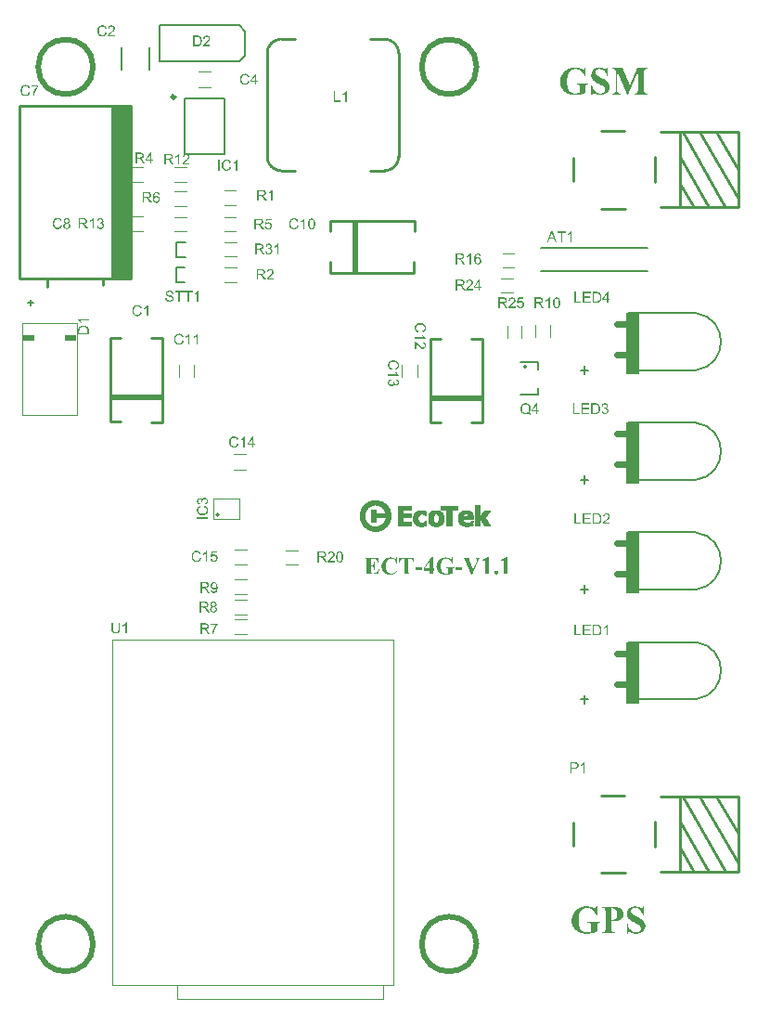
<source format=gto>
G04*
G04 #@! TF.GenerationSoftware,Altium Limited,Altium Designer,20.1.11 (218)*
G04*
G04 Layer_Color=65535*
%FSTAX24Y24*%
%MOIN*%
G70*
G04*
G04 #@! TF.SameCoordinates,265BAA9A-0927-4A7B-A448-E96A6529A9FE*
G04*
G04*
G04 #@! TF.FilePolarity,Positive*
G04*
G01*
G75*
%ADD10C,0.0080*%
%ADD11C,0.0120*%
%ADD12C,0.0079*%
%ADD13C,0.0100*%
%ADD14C,0.0197*%
%ADD15C,0.0050*%
%ADD16C,0.0200*%
%ADD17C,0.0039*%
%ADD18C,0.0040*%
%ADD19C,0.0010*%
%ADD20C,0.0070*%
%ADD21C,0.0045*%
%ADD22C,0.0236*%
%ADD23R,0.0700X0.6200*%
%ADD24R,0.0426X0.0230*%
%ADD25R,0.0426X0.0230*%
G36*
X115366Y091261D02*
X115816D01*
X115816Y089061D01*
X115366D01*
X115366Y091261D01*
D02*
G37*
G36*
Y095198D02*
X115816D01*
X115816Y092998D01*
X115366D01*
X115366Y095198D01*
D02*
G37*
G36*
Y099135D02*
X115816D01*
X115816Y096935D01*
X115366D01*
X115366Y099135D01*
D02*
G37*
G36*
Y103072D02*
X115816D01*
X115816Y100872D01*
X115366D01*
X115366Y103072D01*
D02*
G37*
G36*
X10912Y094092D02*
X109104D01*
Y094093D01*
X109103Y094096D01*
X109101Y094101D01*
X109099Y094106D01*
X109096Y094113D01*
X109092Y094122D01*
X109082Y094141D01*
X10907Y094161D01*
X109055Y094183D01*
X109038Y094203D01*
X109028Y094213D01*
X109017Y094221D01*
X109016Y094222D01*
X109014Y094223D01*
X109011Y094226D01*
X109007Y094228D01*
X109001Y094231D01*
X108995Y094236D01*
X108988Y094239D01*
X108979Y094244D01*
X10896Y094252D01*
X108938Y094258D01*
X108916Y094264D01*
X108903Y094265D01*
X10889Y094266D01*
X108884D01*
X108879Y094265D01*
X108874D01*
X108866Y094264D01*
X108852Y094261D01*
X108834Y094256D01*
X108815Y09425D01*
X108797Y094241D01*
X10878Y094228D01*
X108779D01*
X108778Y094226D01*
X108772Y094221D01*
X108765Y094213D01*
X108756Y094201D01*
X108745Y094186D01*
X108735Y094169D01*
X108726Y094148D01*
X108718Y094124D01*
Y094123D01*
X108717Y094122D01*
X108716Y094118D01*
X108715Y094113D01*
X108713Y094107D01*
X108712Y0941D01*
X108711Y094092D01*
X108709Y094082D01*
X108705Y094062D01*
X108702Y09404D01*
X108701Y094015D01*
X1087Y093989D01*
Y093988D01*
Y093985D01*
Y09398D01*
Y093974D01*
X108701Y093967D01*
Y093959D01*
X108701Y093949D01*
X108702Y093939D01*
X108704Y093915D01*
X108708Y09389D01*
X108713Y093865D01*
X10872Y09384D01*
Y093839D01*
X108721Y093837D01*
X108721Y093834D01*
X108723Y09383D01*
X108726Y093825D01*
X108729Y093818D01*
X108735Y093805D01*
X108744Y093789D01*
X108755Y093774D01*
X108768Y093759D01*
X108783Y093746D01*
X108784D01*
X108785Y093745D01*
X108788Y093744D01*
X108792Y093742D01*
X108801Y093737D01*
X108813Y093732D01*
X108829Y093726D01*
X108847Y093722D01*
X108867Y093718D01*
X108889Y093717D01*
X108897D01*
X108903Y093718D01*
X108909D01*
X108916Y093719D01*
X108932Y093722D01*
X108933D01*
X108936Y093723D01*
X10894Y093724D01*
X108947Y093725D01*
X108953Y093727D01*
X108961Y093729D01*
X108978Y093734D01*
Y093857D01*
Y093859D01*
Y093863D01*
Y093869D01*
X108977Y093876D01*
Y093884D01*
X108977Y093891D01*
X108975Y093898D01*
X108973Y093902D01*
Y093903D01*
X108972Y093904D01*
X108968Y093908D01*
X108963Y093914D01*
X108958Y093918D01*
X108953Y09392D01*
X108952D01*
X10895Y093922D01*
X108947Y093923D01*
X108943Y093925D01*
X108937Y093927D01*
X108932Y093928D01*
X108917Y093929D01*
X108903D01*
Y093945D01*
X109189D01*
Y093929D01*
X109187D01*
X109183Y093929D01*
X109178D01*
X109171Y093928D01*
X109155Y093924D01*
X109149Y093922D01*
X109142Y093919D01*
X109141D01*
X109141Y093918D01*
X109135Y093914D01*
X109129Y093908D01*
X109123Y093898D01*
X109122Y093896D01*
Y093893D01*
X109121Y093889D01*
X109121Y093884D01*
Y093877D01*
X10912Y093868D01*
Y093857D01*
Y093734D01*
X109119D01*
X109117Y093734D01*
X109114Y093732D01*
X10911Y093731D01*
X109105Y093728D01*
X109099Y093726D01*
X109084Y093721D01*
X109066Y093714D01*
X109046Y093708D01*
X109025Y093703D01*
X109002Y093697D01*
X109001D01*
X108999Y093696D01*
X108996D01*
X108991Y093695D01*
X108986Y093694D01*
X108979Y093693D01*
X108972Y093692D01*
X108964Y093691D01*
X108945Y093688D01*
X108923Y093686D01*
X1089Y093685D01*
X108875Y093684D01*
X108862D01*
X108854Y093685D01*
X108846D01*
X108837Y093686D01*
X108827Y093687D01*
X108805Y09369D01*
X108783Y093693D01*
X108759Y093699D01*
X108737Y093706D01*
X108736D01*
X108734Y093707D01*
X108732Y093709D01*
X108728Y093711D01*
X108717Y093715D01*
X108704Y093723D01*
X108689Y093731D01*
X108672Y093741D01*
X108656Y093753D01*
X108639Y093766D01*
Y093767D01*
X108638Y093768D01*
X108632Y093773D01*
X108625Y093781D01*
X108616Y093791D01*
X108605Y093804D01*
X108594Y093817D01*
X108583Y093833D01*
X108573Y09385D01*
Y093851D01*
X108572Y093853D01*
X10857Y093857D01*
X108568Y093861D01*
X108566Y093867D01*
X108564Y093873D01*
X108561Y093881D01*
X108558Y093889D01*
X108552Y093909D01*
X108547Y093932D01*
X108544Y093957D01*
X108543Y093984D01*
Y093986D01*
Y09399D01*
X108544Y093997D01*
X108545Y094006D01*
X108546Y094018D01*
X108547Y094031D01*
X108551Y094046D01*
X108555Y094062D01*
X108559Y094079D01*
X108566Y094097D01*
X108573Y094116D01*
X108582Y094134D01*
X108593Y094154D01*
X108605Y094173D01*
X108619Y094191D01*
X108636Y094208D01*
X108637Y094209D01*
X10864Y094212D01*
X108646Y094216D01*
X108653Y094223D01*
X108662Y094229D01*
X108673Y094237D01*
X108686Y094246D01*
X108701Y094255D01*
X108717Y094263D01*
X108734Y094271D01*
X108754Y094279D01*
X108774Y094286D01*
X108797Y094292D01*
X10882Y094297D01*
X108845Y094299D01*
X108871Y0943D01*
X108886D01*
X108897Y094299D01*
X108909Y094298D01*
X108923Y094297D01*
X10895Y094293D01*
X108951D01*
X108954Y094292D01*
X108958Y094291D01*
X108965Y094289D01*
X108974Y094287D01*
X108984Y094283D01*
X108997Y094278D01*
X109011Y094273D01*
X109012D01*
X109013Y094272D01*
X109018Y09427D01*
X109025Y094268D01*
X109034Y094266D01*
X109042Y094262D01*
X10905Y09426D01*
X109058Y094258D01*
X109062Y094257D01*
X109064D01*
X109069Y094258D01*
X109077Y094261D01*
X109084Y094266D01*
X109085Y094267D01*
X109086Y094267D01*
X109088Y09427D01*
X10909Y094274D01*
X109094Y094278D01*
X109097Y094284D01*
X1091Y094291D01*
X109104Y0943D01*
X10912D01*
Y094092D01*
D02*
G37*
G36*
X107126Y094096D02*
X107109D01*
Y094097D01*
X107108Y0941D01*
X107107Y094103D01*
X107105Y09411D01*
X107103Y094116D01*
X1071Y094123D01*
X107093Y094142D01*
X107084Y094162D01*
X107071Y094182D01*
X107056Y094202D01*
X107038Y094219D01*
X107037Y09422D01*
X107035Y094221D01*
X107032Y094223D01*
X107029Y094226D01*
X107024Y094229D01*
X107018Y094233D01*
X107004Y094241D01*
X106986Y094248D01*
X106967Y094256D01*
X106944Y09426D01*
X106932Y094262D01*
X106915D01*
X106911Y094261D01*
X106906D01*
X1069Y09426D01*
X106887Y094258D01*
X106871Y094254D01*
X106854Y094248D01*
X106837Y094241D01*
X106819Y09423D01*
X106818D01*
X106818Y094228D01*
X106812Y094225D01*
X106804Y094217D01*
X106794Y094207D01*
X106783Y094195D01*
X106772Y094181D01*
X106761Y094164D01*
X106752Y094146D01*
Y094145D01*
X106751Y094144D01*
X106749Y09414D01*
X106748Y094134D01*
X106746Y094129D01*
X106744Y094122D01*
X106741Y094113D01*
X106739Y094103D01*
X106736Y094093D01*
X106734Y094082D01*
X10673Y094057D01*
X106726Y09403D01*
X106725Y094D01*
Y094D01*
Y093997D01*
Y093993D01*
Y093987D01*
X106726Y09398D01*
Y093972D01*
X106727Y093963D01*
X106728Y093953D01*
X10673Y09393D01*
X106734Y093907D01*
X106738Y093881D01*
X106745Y093857D01*
Y093856D01*
X106746Y093854D01*
X106746Y09385D01*
X106748Y093846D01*
X106751Y09384D01*
X106753Y093835D01*
X10676Y09382D01*
X106768Y093804D01*
X106779Y093788D01*
X106792Y093772D01*
X106807Y093758D01*
X106807D01*
X106808Y093756D01*
X106811Y093755D01*
X106815Y093753D01*
X106824Y093748D01*
X106837Y093742D01*
X106852Y093735D01*
X106871Y093731D01*
X106893Y093727D01*
X106917Y093725D01*
X106926D01*
X106931Y093726D01*
X106937D01*
X106951Y093728D01*
X106966Y093731D01*
X106983Y093735D01*
X107001Y093741D01*
X107018Y093749D01*
X107019D01*
X10702Y09375D01*
X107022Y093752D01*
X107026Y093754D01*
X107035Y09376D01*
X107048Y093769D01*
X107063Y09378D01*
X107079Y093795D01*
X107097Y093812D01*
X107116Y093833D01*
Y093783D01*
X107115Y093782D01*
X107114Y093781D01*
X107112Y093778D01*
X107108Y093775D01*
X107098Y093765D01*
X107084Y093754D01*
X107069Y093742D01*
X107052Y093729D01*
X107032Y093717D01*
X107012Y093707D01*
X107012D01*
X10701Y093706D01*
X107007Y093705D01*
X107003Y093703D01*
X106998Y093702D01*
X106992Y0937D01*
X106985Y093698D01*
X106977Y093696D01*
X106959Y093692D01*
X106938Y093688D01*
X106914Y093685D01*
X106888Y093684D01*
X106879D01*
X106872Y093685D01*
X106864D01*
X106854Y093686D01*
X106843Y093687D01*
X106832Y093689D01*
X106806Y093693D01*
X106777Y0937D01*
X106749Y093709D01*
X106721Y093722D01*
X10672Y093723D01*
X106718Y093724D01*
X106714Y093725D01*
X106709Y093729D01*
X106703Y093733D01*
X106695Y093737D01*
X10668Y093749D01*
X106662Y093765D01*
X106643Y093784D01*
X106624Y093806D01*
X106608Y09383D01*
Y093831D01*
X106606Y093834D01*
X106604Y093837D01*
X106602Y093843D01*
X106599Y093849D01*
X106595Y093857D01*
X106592Y093866D01*
X106589Y093876D01*
X106585Y093887D01*
X106582Y093898D01*
X106575Y093924D01*
X106571Y093952D01*
X10657Y093967D01*
X106569Y093981D01*
Y093982D01*
Y093985D01*
Y09399D01*
X10657Y093996D01*
Y094003D01*
X106572Y094012D01*
X106572Y094021D01*
X106574Y094032D01*
X10658Y094057D01*
X106587Y094084D01*
X106598Y094113D01*
X106605Y094126D01*
X106613Y094141D01*
X106613Y094142D01*
X106614Y094144D01*
X106617Y094148D01*
X106621Y094154D01*
X106625Y09416D01*
X106631Y094167D01*
X106636Y094175D01*
X106643Y094184D01*
X106661Y094203D01*
X106681Y094222D01*
X106705Y094241D01*
X106731Y094258D01*
X106732Y094259D01*
X106735Y09426D01*
X106738Y094262D01*
X106744Y094265D01*
X106751Y094268D01*
X106759Y094272D01*
X106768Y094276D01*
X106779Y094279D01*
X10679Y094283D01*
X106803Y094287D01*
X106829Y094294D01*
X106858Y094298D01*
X106874Y0943D01*
X1069D01*
X106906Y094299D01*
X106913Y094298D01*
X10692D01*
X10693Y094297D01*
X106949Y094294D01*
X106971Y094288D01*
X106995Y094282D01*
X107021Y094273D01*
X107022D01*
X107022Y094272D01*
X107027Y09427D01*
X107034Y094268D01*
X107043Y094266D01*
X107051Y094262D01*
X107059Y09426D01*
X107066Y094258D01*
X107072Y094257D01*
X107074D01*
X10708Y094258D01*
X107087Y094262D01*
X107092Y094264D01*
X107095Y094267D01*
X107096Y094268D01*
X107097Y094269D01*
X107099Y094272D01*
X107101Y094276D01*
X107104Y09428D01*
X107105Y094286D01*
X107107Y094292D01*
X107109Y0943D01*
X107126D01*
Y094096D01*
D02*
G37*
G36*
X107735Y094127D02*
X107719D01*
Y094128D01*
X107718Y09413D01*
X107718Y094133D01*
X107717Y094136D01*
X107714Y094145D01*
X10771Y094157D01*
X107705Y09417D01*
X1077Y094184D01*
X107694Y094195D01*
X107688Y094205D01*
X107687Y094206D01*
X107685Y09421D01*
X107681Y094214D01*
X107676Y09422D01*
X107669Y094226D01*
X107661Y094233D01*
X107652Y094239D01*
X107642Y094245D01*
X107641D01*
X107639Y094246D01*
X107635Y094247D01*
X107628Y094249D01*
X107621Y09425D01*
X107611Y094252D01*
X107599Y094253D01*
X107541D01*
Y093798D01*
Y093797D01*
Y093796D01*
Y093791D01*
Y093784D01*
X107542Y093774D01*
Y093765D01*
X107543Y093755D01*
X107544Y093746D01*
X107545Y093741D01*
Y09374D01*
X107546Y093739D01*
X10755Y093734D01*
X107555Y093728D01*
X10756Y093725D01*
X107565Y093722D01*
X107565D01*
X107567Y093721D01*
X107571Y093719D01*
X107575Y093718D01*
X107581Y093716D01*
X107587Y093714D01*
X107595Y093714D01*
X107624D01*
Y093698D01*
X107317D01*
Y093714D01*
X10734D01*
X107345Y093714D01*
X10735D01*
X107364Y093717D01*
X10737Y09372D01*
X107377Y093723D01*
X107378D01*
X107379Y093724D01*
X107383Y093727D01*
X107389Y093734D01*
X107394Y093743D01*
Y093744D01*
X107395Y093745D01*
X107396Y093748D01*
X107397Y093754D01*
X107398Y093761D01*
X107399Y093771D01*
X1074Y093783D01*
Y093798D01*
Y094253D01*
X107347D01*
X107337Y094252D01*
X107323Y09425D01*
X107309Y094246D01*
X107295Y094242D01*
X107281Y094236D01*
X10727Y094227D01*
X107268Y094226D01*
X107264Y094221D01*
X107258Y094213D01*
X10725Y094202D01*
X107242Y094187D01*
X107234Y09417D01*
X107227Y09415D01*
X107223Y094127D01*
X107206D01*
Y094287D01*
X107735D01*
Y094127D01*
D02*
G37*
G36*
X10645Y094113D02*
X106434D01*
Y094113D01*
X106433Y094115D01*
Y094119D01*
X106431Y094123D01*
X106428Y094134D01*
X106425Y094148D01*
X106419Y094163D01*
X106414Y094178D01*
X106407Y094192D01*
X106398Y094204D01*
X106398Y094205D01*
X106394Y094208D01*
X106389Y094214D01*
X106382Y094219D01*
X106373Y094226D01*
X106362Y094233D01*
X106348Y094239D01*
X106334Y094245D01*
X106333D01*
X106329Y094246D01*
X106323Y094247D01*
X106313Y094249D01*
X106301Y09425D01*
X106285Y094252D01*
X106275D01*
X106265Y094253D01*
X106183D01*
Y094013D01*
X106199D01*
X106203Y094014D01*
X106213Y094015D01*
X106225Y094018D01*
X106238Y094021D01*
X106252Y094028D01*
X106265Y094036D01*
X106275Y094048D01*
X106276Y09405D01*
X10628Y094054D01*
X106284Y094062D01*
X106289Y094074D01*
X106295Y094089D01*
X1063Y094106D01*
X106305Y094127D01*
X106308Y094152D01*
X106325D01*
Y093844D01*
X106308D01*
Y093845D01*
Y093846D01*
X106307Y093848D01*
Y093852D01*
X106306Y093861D01*
X106304Y093873D01*
X1063Y093886D01*
X106296Y093899D01*
X106292Y093913D01*
X106285Y093926D01*
X106285Y093928D01*
X106283Y093931D01*
X106279Y093937D01*
X106275Y093943D01*
X106269Y09395D01*
X106262Y093958D01*
X106255Y093964D01*
X106246Y093969D01*
X106245Y09397D01*
X106243Y09397D01*
X106237Y093972D01*
X10623Y093975D01*
X106221Y093977D01*
X10621Y093979D01*
X106197Y09398D01*
X106183Y09398D01*
Y093815D01*
Y093814D01*
Y093813D01*
Y093807D01*
Y093799D01*
X106183Y093789D01*
Y093779D01*
X106184Y093769D01*
X106185Y093761D01*
X106186Y093755D01*
X106187Y093754D01*
X10619Y093749D01*
X106194Y093744D01*
X106202Y093737D01*
X106203D01*
X106203Y093736D01*
X106206Y093735D01*
X106211Y093734D01*
X106215Y093733D01*
X106222Y093732D01*
X106229Y093731D01*
X106281D01*
X106286Y093732D01*
X106294D01*
X106302Y093733D01*
X106311Y093734D01*
X10632Y093735D01*
X106341Y09374D01*
X106364Y093746D01*
X106385Y093755D01*
X106405Y093768D01*
X106406Y093769D01*
X106407Y09377D01*
X106409Y093772D01*
X106413Y093775D01*
X106418Y093779D01*
X106422Y093785D01*
X106427Y09379D01*
X106433Y093797D01*
X106439Y093805D01*
X106444Y093814D01*
X10645Y093823D01*
X106457Y093834D01*
X106462Y093845D01*
X106468Y093857D01*
X106472Y09387D01*
X106477Y093885D01*
X106493D01*
X106466Y093698D01*
X105958D01*
Y093714D01*
X105982D01*
X105987Y093714D01*
X105992D01*
X106006Y093717D01*
X106012Y09372D01*
X106019Y093723D01*
X106019D01*
X10602Y093724D01*
X106025Y093727D01*
X106031Y093734D01*
X106036Y093743D01*
Y093744D01*
X106037Y093745D01*
X106038Y093748D01*
X106039Y093754D01*
X106039Y093761D01*
X10604Y093771D01*
X106041Y093783D01*
Y093798D01*
Y094186D01*
Y094187D01*
Y094188D01*
Y094193D01*
Y094199D01*
Y094207D01*
X10604Y094215D01*
Y094224D01*
X106039Y09423D01*
X106039Y094235D01*
Y094236D01*
X106038Y094237D01*
X106037Y09424D01*
X106035Y094244D01*
X106029Y094251D01*
X106022Y094258D01*
X106021Y094259D01*
X106019Y09426D01*
X106016Y094262D01*
X10601Y094265D01*
X106004Y094267D01*
X105997Y094269D01*
X105988Y09427D01*
X105978Y094271D01*
X105958D01*
Y094287D01*
X10645D01*
Y094113D01*
D02*
G37*
G36*
X110126Y094271D02*
X110124D01*
X110121Y09427D01*
X110114Y094267D01*
X110107Y094265D01*
X110098Y09426D01*
X110089Y094254D01*
X110079Y094246D01*
X110069Y094236D01*
X110068Y094236D01*
X110065Y094232D01*
X110062Y094226D01*
X110059Y094221D01*
X110055Y094215D01*
X110052Y094209D01*
X110048Y094202D01*
X110043Y094194D01*
X110039Y094184D01*
X110033Y094174D01*
X110028Y094161D01*
X110021Y094148D01*
X110015Y094133D01*
X109813Y093684D01*
X109797D01*
X109597Y094152D01*
Y094153D01*
X109595Y094155D01*
X109593Y09416D01*
X109591Y094165D01*
X109588Y094172D01*
X109585Y09418D01*
X109577Y094196D01*
X109569Y094214D01*
X109561Y09423D01*
X109557Y094237D01*
X109553Y094244D01*
X109551Y094248D01*
X109548Y094252D01*
X109547Y094253D01*
X109545Y094255D01*
X109542Y094256D01*
X109538Y09426D01*
X109531Y094263D01*
X109523Y094267D01*
X109513Y094269D01*
X109501Y094271D01*
Y094287D01*
X109783D01*
Y094271D01*
X109767D01*
X109761Y09427D01*
X109753D01*
X109735Y094267D01*
X109728Y094265D01*
X109722Y094261D01*
X10972Y09426D01*
X109717Y094256D01*
X109714Y09425D01*
X109713Y094246D01*
X109712Y094242D01*
Y09424D01*
Y094236D01*
X109713Y09423D01*
X109714Y094223D01*
Y094222D01*
X109715Y09422D01*
X109716Y094217D01*
X109719Y094212D01*
X109722Y094205D01*
X109726Y094195D01*
X109732Y094182D01*
X109738Y094166D01*
X109864Y093873D01*
X10998Y094133D01*
Y094134D01*
X10998Y094135D01*
X109983Y094141D01*
X109987Y094149D01*
X109991Y094159D01*
X109996Y09417D01*
X11Y094181D01*
X110003Y09419D01*
X110006Y094197D01*
Y094198D01*
X110007Y0942D01*
X110008Y094203D01*
X110009Y094207D01*
X11001Y094215D01*
X110011Y094225D01*
Y094226D01*
Y094227D01*
X11001Y094233D01*
X110008Y09424D01*
X110003Y094248D01*
Y094249D01*
X110002Y09425D01*
X109999Y094254D01*
X109992Y094258D01*
X109983Y094263D01*
X109982D01*
X10998Y094264D01*
X109976Y094266D01*
X10997Y094267D01*
X109963Y094268D01*
X109955Y09427D01*
X109945Y094271D01*
X109934D01*
Y094287D01*
X110126D01*
Y094271D01*
D02*
G37*
G36*
X109473Y093857D02*
X10922D01*
Y093948D01*
X109473D01*
Y093857D01*
D02*
G37*
G36*
X108042Y093857D02*
X107789D01*
Y093948D01*
X108042D01*
Y093857D01*
D02*
G37*
G36*
X111092Y093817D02*
Y093816D01*
Y093815D01*
Y093812D01*
Y093808D01*
Y093799D01*
X111093Y093788D01*
Y093776D01*
X111094Y093765D01*
X111095Y093755D01*
X111096Y093751D01*
X111096Y093747D01*
Y093746D01*
X111097Y093744D01*
X111098Y093742D01*
X111101Y093739D01*
X111106Y093731D01*
X111111Y093726D01*
X111116Y093723D01*
X111117D01*
X111118Y093721D01*
X111122Y09372D01*
X111127Y093718D01*
X111135Y093716D01*
X111143Y093715D01*
X111153Y093714D01*
X111178D01*
Y093698D01*
X110869D01*
Y093714D01*
X110891D01*
X110897Y093714D01*
X110905D01*
X110922Y093717D01*
X110931Y093719D01*
X110937Y093722D01*
X110938D01*
X11094Y093724D01*
X110946Y093728D01*
X110953Y093735D01*
X110956Y09374D01*
X110959Y093745D01*
Y093746D01*
X11096Y093749D01*
X110961Y093754D01*
X110963Y09376D01*
X110963Y09377D01*
X110964Y093783D01*
X110965Y093798D01*
Y093807D01*
Y093817D01*
Y094123D01*
Y094123D01*
Y094124D01*
Y094129D01*
Y094136D01*
X110964Y094144D01*
Y094153D01*
X110963Y094162D01*
X110963Y094168D01*
X110961Y094174D01*
Y094174D01*
X11096Y094175D01*
X110958Y09418D01*
X110953Y094185D01*
X110946Y094191D01*
X110944Y094192D01*
X11094Y094195D01*
X110932Y094197D01*
X110922Y094198D01*
X110918D01*
X110913Y094197D01*
X110907Y094196D01*
X110899Y094195D01*
X11089Y094193D01*
X11088Y094189D01*
X110868Y094185D01*
X110861Y0942D01*
X111077Y094298D01*
X111092D01*
Y093817D01*
D02*
G37*
G36*
X110425D02*
Y093816D01*
Y093815D01*
Y093812D01*
Y093808D01*
Y093799D01*
X110426Y093788D01*
Y093776D01*
X110427Y093765D01*
X110428Y093755D01*
X110429Y093751D01*
X11043Y093747D01*
Y093746D01*
X110431Y093744D01*
X110431Y093742D01*
X110434Y093739D01*
X11044Y093731D01*
X110444Y093726D01*
X110449Y093723D01*
X11045D01*
X110451Y093721D01*
X110455Y09372D01*
X110461Y093718D01*
X110468Y093716D01*
X110476Y093715D01*
X110486Y093714D01*
X110512D01*
Y093698D01*
X110202D01*
Y093714D01*
X110224D01*
X11023Y093714D01*
X110238D01*
X110256Y093717D01*
X110264Y093719D01*
X11027Y093722D01*
X110271D01*
X110273Y093724D01*
X110279Y093728D01*
X110287Y093735D01*
X110289Y09374D01*
X110292Y093745D01*
Y093746D01*
X110293Y093749D01*
X110294Y093754D01*
X110296Y09376D01*
X110297Y09377D01*
X110298Y093783D01*
X110298Y093798D01*
Y093807D01*
Y093817D01*
Y094123D01*
Y094123D01*
Y094124D01*
Y094129D01*
Y094136D01*
X110298Y094144D01*
Y094153D01*
X110297Y094162D01*
X110296Y094168D01*
X110294Y094174D01*
Y094174D01*
X110293Y094175D01*
X110291Y09418D01*
X110287Y094185D01*
X110279Y094191D01*
X110277Y094192D01*
X110273Y094195D01*
X110265Y094197D01*
X110255Y094198D01*
X110251D01*
X110246Y094197D01*
X11024Y094196D01*
X110232Y094195D01*
X110223Y094193D01*
X110213Y094189D01*
X110201Y094185D01*
X110194Y0942D01*
X11041Y094298D01*
X110425D01*
Y093817D01*
D02*
G37*
G36*
X108417Y09392D02*
X108471D01*
Y09383D01*
X108417D01*
Y093698D01*
X108298D01*
Y09383D01*
X108085D01*
Y09392D01*
X108363Y094298D01*
X108417D01*
Y09392D01*
D02*
G37*
G36*
X110702Y09383D02*
X110708Y093828D01*
X110717Y093826D01*
X110726Y093822D01*
X110734Y093816D01*
X110742Y093809D01*
X110743Y093808D01*
X110746Y093806D01*
X110749Y093801D01*
X110753Y093795D01*
X110757Y093787D01*
X11076Y093779D01*
X110763Y093769D01*
X110764Y093758D01*
Y093757D01*
Y093754D01*
X110763Y093747D01*
X110761Y093741D01*
X110758Y093733D01*
X110755Y093724D01*
X110749Y093715D01*
X110742Y093707D01*
X110741Y093706D01*
X110738Y093703D01*
X110734Y093701D01*
X110728Y093697D01*
X11072Y093693D01*
X110712Y09369D01*
X110702Y093687D01*
X110691Y093686D01*
X110687D01*
X11068Y093687D01*
X110674Y093689D01*
X110666Y093692D01*
X110656Y093695D01*
X110648Y0937D01*
X11064Y093707D01*
X110639Y093708D01*
X110636Y093711D01*
X110634Y093715D01*
X11063Y093722D01*
X110625Y093729D01*
X110623Y093737D01*
X11062Y093747D01*
X110619Y093758D01*
Y093759D01*
Y093764D01*
X11062Y093769D01*
X110622Y093775D01*
X110625Y093784D01*
X110628Y093793D01*
X110633Y093801D01*
X11064Y093809D01*
X110641Y09381D01*
X110644Y093813D01*
X110648Y093816D01*
X110655Y09382D01*
X110662Y093824D01*
X11067Y093827D01*
X11068Y09383D01*
X110691Y093831D01*
X110697D01*
X110702Y09383D01*
D02*
G37*
G36*
X114708Y111581D02*
X114679D01*
Y111582D01*
X114678Y111586D01*
X114676Y111592D01*
X114675Y1116D01*
X114672Y11161D01*
X114669Y111621D01*
X114659Y111648D01*
X114646Y111678D01*
X114628Y111709D01*
X114606Y11174D01*
X114579Y111769D01*
X114577Y11177D01*
X114576Y111772D01*
X114571Y111776D01*
X114565Y11178D01*
X114558Y111786D01*
X114549Y111792D01*
X114528Y111805D01*
X114503Y111818D01*
X114474Y11183D01*
X114442Y111839D01*
X114425Y11184D01*
X114408Y111842D01*
X114396D01*
X114383Y11184D01*
X114367Y111837D01*
X11435Y111833D01*
X114331Y111826D01*
X114312Y111817D01*
X114296Y111804D01*
X114294Y111802D01*
X11429Y111796D01*
X114283Y111789D01*
X114275Y111779D01*
X114268Y111766D01*
X114261Y111751D01*
X114256Y111734D01*
X114255Y111716D01*
Y111715D01*
Y11171D01*
X114256Y111705D01*
Y111697D01*
X114261Y11168D01*
X114269Y111661D01*
X114271Y111659D01*
X114274Y111655D01*
X114278Y111649D01*
X114284Y11164D01*
X114293Y11163D01*
X114304Y111618D01*
X114318Y111607D01*
X114334Y111595D01*
X114335Y111594D01*
X114341Y111591D01*
X114351Y111585D01*
X114366Y111578D01*
X114374Y111572D01*
X114386Y111566D01*
X114398Y11156D01*
X114412Y111553D01*
X114427Y111544D01*
X114444Y111535D01*
X114465Y111525D01*
X114485Y111515D01*
X114487Y111514D01*
X114493Y111512D01*
X114501Y111508D01*
X114511Y111502D01*
X114526Y111495D01*
X114541Y111486D01*
X114558Y111476D01*
X114576Y111465D01*
X114614Y111442D01*
X11465Y111416D01*
X114668Y111401D01*
X114684Y111388D01*
X114698Y111374D01*
X11471Y11136D01*
Y111359D01*
X114713Y111358D01*
X114716Y111353D01*
X114719Y111347D01*
X114727Y111333D01*
X114739Y111314D01*
X114749Y111289D01*
X114758Y111261D01*
X114764Y111229D01*
X114767Y111196D01*
Y111194D01*
Y11119D01*
Y111184D01*
X114765Y111175D01*
X114764Y111165D01*
X114762Y111153D01*
X114755Y111126D01*
X114743Y111095D01*
X114736Y111078D01*
X114727Y11106D01*
X114717Y111043D01*
X114704Y111027D01*
X114689Y111009D01*
X114673Y110993D01*
X114672Y110992D01*
X114669Y11099D01*
X114665Y110986D01*
X114657Y11098D01*
X114647Y110974D01*
X114637Y110967D01*
X114624Y110958D01*
X114609Y110951D01*
X114593Y110943D01*
X114576Y110935D01*
X114557Y110927D01*
X114536Y110922D01*
X114514Y110916D01*
X114491Y110913D01*
X114466Y11091D01*
X11444Y110908D01*
X114424D01*
X114412Y11091D01*
X114399Y110911D01*
X114385Y110913D01*
X114355Y110919D01*
X114354D01*
X114348Y11092D01*
X114339Y110923D01*
X114328Y110926D01*
X114315Y11093D01*
X114297Y110936D01*
X114278Y110942D01*
X114256Y110951D01*
X114255D01*
X114251Y110954D01*
X114245Y110955D01*
X114237Y110958D01*
X114218Y110962D01*
X114201Y110965D01*
X114198D01*
X114189Y110964D01*
X114178Y110959D01*
X114163Y110951D01*
X114162D01*
X11416Y110948D01*
X114151Y110941D01*
X114141Y110927D01*
X114131Y110908D01*
X114106D01*
Y111264D01*
X114131D01*
Y111263D01*
X114132Y111258D01*
X114134Y11125D01*
X114137Y111239D01*
X114141Y111226D01*
X114146Y111213D01*
X114151Y111197D01*
X114157Y11118D01*
X114173Y111142D01*
X114194Y111104D01*
X114218Y111067D01*
X114232Y111051D01*
X114248Y111035D01*
X114249Y111034D01*
X114252Y111032D01*
X114256Y111028D01*
X114264Y111024D01*
X114271Y111018D01*
X114281Y111011D01*
X114304Y110996D01*
X114332Y110981D01*
X114364Y110968D01*
X114399Y110959D01*
X114418Y110958D01*
X114437Y110957D01*
X11445D01*
X114463Y110959D01*
X114482Y110962D01*
X114501Y110967D01*
X114522Y110974D01*
X114542Y110984D01*
X114561Y110999D01*
X114563Y111D01*
X114568Y111006D01*
X114576Y111015D01*
X114584Y111027D01*
X114593Y111041D01*
X1146Y111059D01*
X114606Y111076D01*
X114608Y111097D01*
Y111098D01*
Y111102D01*
X114606Y111108D01*
X114605Y111117D01*
X1146Y111137D01*
X114595Y111149D01*
X114589Y111161D01*
X114587Y111162D01*
X114586Y111167D01*
X114581Y111172D01*
X114576Y11118D01*
X114568Y11119D01*
X114558Y1112D01*
X114548Y11121D01*
X114535Y11122D01*
X114533Y111222D01*
X114528Y111226D01*
X114519Y111232D01*
X114506Y111241D01*
X114488Y111251D01*
X114465Y111264D01*
X114439Y111279D01*
X114407Y111295D01*
X114405Y111296D01*
X114401Y111298D01*
X114395Y111301D01*
X114386Y111305D01*
X114374Y111311D01*
X114363Y111317D01*
X114335Y111331D01*
X114304Y111349D01*
X114274Y111366D01*
X114245Y111384D01*
X114233Y111392D01*
X114221Y111401D01*
X114218Y111403D01*
X114213Y111409D01*
X114202Y111419D01*
X114189Y11143D01*
X114176Y111445D01*
X114162Y111462D01*
X114148Y11148D01*
X114135Y1115D01*
X114134Y111503D01*
X114131Y111511D01*
X114127Y111521D01*
X114121Y111537D01*
X114115Y111554D01*
X114111Y111576D01*
X114108Y111598D01*
X114106Y111623D01*
Y111624D01*
Y111627D01*
Y111633D01*
X114108Y111642D01*
X114109Y111652D01*
X114111Y111662D01*
X114116Y111688D01*
X114127Y111719D01*
X114141Y111751D01*
X11415Y111767D01*
X114162Y111783D01*
X114173Y111799D01*
X114188Y111814D01*
X114189Y111815D01*
X114192Y111817D01*
X114197Y111821D01*
X114202Y111827D01*
X114211Y111833D01*
X114221Y111839D01*
X114233Y111846D01*
X114245Y111855D01*
X114259Y111862D01*
X114275Y111869D01*
X114312Y111881D01*
X114353Y111891D01*
X114374Y111893D01*
X114398Y111894D01*
X114414D01*
X114425Y111893D01*
X11444Y111891D01*
X114455Y11189D01*
X114487Y111882D01*
X114488D01*
X114493Y111881D01*
X1145Y111878D01*
X114509Y111875D01*
X11452Y111871D01*
X114533Y111866D01*
X114549Y111859D01*
X114565Y111852D01*
X114567Y11185D01*
X114573Y111849D01*
X114581Y111844D01*
X114592Y111842D01*
X114614Y111833D01*
X114624Y111831D01*
X114633Y11183D01*
X114635D01*
X114643Y111831D01*
X114651Y111834D01*
X11466Y11184D01*
X114662Y111843D01*
X114665Y111846D01*
X114666Y111852D01*
X11467Y111859D01*
X114673Y111868D01*
X114676Y111879D01*
X114681Y111894D01*
X114701D01*
X114708Y111581D01*
D02*
G37*
G36*
X113908Y111562D02*
X113883D01*
Y111563D01*
X113882Y111567D01*
X113879Y111575D01*
X113874Y111583D01*
X11387Y111595D01*
X113864Y111608D01*
X113848Y111639D01*
X113829Y111671D01*
X113804Y111706D01*
X113777Y111738D01*
X113761Y111754D01*
X113743Y111767D01*
X113742Y111769D01*
X113739Y11177D01*
X113734Y111775D01*
X113727Y111779D01*
X113718Y111783D01*
X113708Y111791D01*
X113696Y111796D01*
X113683Y111804D01*
X113653Y111817D01*
X113618Y111827D01*
X113581Y111836D01*
X113561Y111837D01*
X11354Y111839D01*
X11353D01*
X113523Y111837D01*
X113514D01*
X113503Y111836D01*
X113479Y111831D01*
X11345Y111824D01*
X113421Y111814D01*
X113392Y111799D01*
X113364Y111779D01*
X113363D01*
X113361Y111776D01*
X113352Y111767D01*
X113341Y111754D01*
X113326Y111735D01*
X113309Y111712D01*
X113293Y111684D01*
X113278Y111651D01*
X113265Y111613D01*
Y111611D01*
X113263Y111608D01*
X113262Y111602D01*
X113261Y111595D01*
X113258Y111585D01*
X113256Y111573D01*
X113253Y11156D01*
X11325Y111546D01*
X113244Y111514D01*
X11324Y111477D01*
X113237Y111438D01*
X113236Y111395D01*
Y111394D01*
Y11139D01*
Y111382D01*
Y111372D01*
X113237Y11136D01*
Y111347D01*
X113239Y111331D01*
X11324Y111315D01*
X113243Y111277D01*
X113249Y111238D01*
X113258Y111197D01*
X113268Y111158D01*
Y111156D01*
X113269Y111153D01*
X113271Y111148D01*
X113274Y111142D01*
X113278Y111133D01*
X113282Y111123D01*
X113293Y111101D01*
X113307Y111076D01*
X113325Y111051D01*
X113345Y111028D01*
X11337Y111008D01*
X113371D01*
X113373Y111006D01*
X113377Y111003D01*
X113383Y111D01*
X113398Y110993D01*
X113418Y110984D01*
X113443Y110976D01*
X113472Y110968D01*
X113504Y110962D01*
X113539Y110961D01*
X113552D01*
X113561Y110962D01*
X113571D01*
X113583Y110964D01*
X113608Y110968D01*
X113609D01*
X113613Y11097D01*
X113621Y110971D01*
X113631Y110974D01*
X113641Y110977D01*
X113654Y11098D01*
X113682Y110989D01*
Y111185D01*
Y111188D01*
Y111194D01*
Y111204D01*
X11368Y111215D01*
Y111228D01*
X113679Y111239D01*
X113676Y11125D01*
X113673Y111257D01*
Y111258D01*
X113672Y11126D01*
X113666Y111267D01*
X113657Y111276D01*
X11365Y111282D01*
X113641Y111286D01*
X11364D01*
X113637Y111289D01*
X113632Y11129D01*
X113625Y111293D01*
X113616Y111296D01*
X113608Y111298D01*
X113584Y111301D01*
X113561D01*
Y111325D01*
X114019D01*
Y111301D01*
X114016D01*
X11401Y111299D01*
X114001D01*
X11399Y111298D01*
X113965Y111292D01*
X113955Y111289D01*
X113944Y111285D01*
X113943D01*
X113941Y111283D01*
X113933Y111276D01*
X113922Y111266D01*
X113914Y11125D01*
X113912Y111247D01*
Y111242D01*
X113911Y111236D01*
X113909Y111228D01*
Y111218D01*
X113908Y111203D01*
Y111185D01*
Y110989D01*
X113906D01*
X113904Y110987D01*
X113899Y110984D01*
X113892Y110983D01*
X113885Y110978D01*
X113874Y110976D01*
X113851Y110967D01*
X113822Y110957D01*
X11379Y110946D01*
X113756Y110938D01*
X11372Y110929D01*
X113718D01*
X113715Y110927D01*
X11371D01*
X113702Y110926D01*
X113694Y110924D01*
X113683Y110923D01*
X113672Y11092D01*
X113659Y110919D01*
X113628Y110914D01*
X113593Y110911D01*
X113556Y11091D01*
X113517Y110908D01*
X113495D01*
X113484Y11091D01*
X11347D01*
X113456Y110911D01*
X11344Y110913D01*
X113405Y110917D01*
X113368Y110923D01*
X113331Y110932D01*
X113296Y110943D01*
X113294D01*
X113291Y110945D01*
X113287Y110948D01*
X113281Y110951D01*
X113263Y110958D01*
X113243Y11097D01*
X113218Y110983D01*
X113192Y110999D01*
X113166Y111018D01*
X11314Y11104D01*
Y111041D01*
X113137Y111043D01*
X113128Y11105D01*
X113116Y111063D01*
X113102Y111079D01*
X113084Y111099D01*
X113067Y111121D01*
X113049Y111146D01*
X113033Y111174D01*
Y111175D01*
X113032Y111178D01*
X113029Y111184D01*
X113026Y111191D01*
X113021Y1112D01*
X113019Y11121D01*
X113014Y111223D01*
X11301Y111236D01*
X113Y111269D01*
X112992Y111305D01*
X112986Y111344D01*
X112985Y111388D01*
Y111391D01*
Y111398D01*
X112986Y111409D01*
X112988Y111423D01*
X112989Y111442D01*
X112992Y111464D01*
X112998Y111487D01*
X113004Y111514D01*
X113011Y11154D01*
X113021Y111569D01*
X113033Y1116D01*
X113048Y111629D01*
X113065Y111659D01*
X113084Y11169D01*
X113107Y111719D01*
X113134Y111747D01*
X113135Y111748D01*
X113141Y111753D01*
X11315Y11176D01*
X113161Y11177D01*
X113176Y11178D01*
X113193Y111793D01*
X113214Y111807D01*
X113237Y111821D01*
X113263Y111834D01*
X113291Y111847D01*
X113323Y111861D01*
X113355Y111871D01*
X113392Y111881D01*
X113428Y111888D01*
X113469Y111893D01*
X11351Y111894D01*
X113535D01*
X113552Y111893D01*
X113571Y111891D01*
X113593Y11189D01*
X113637Y111882D01*
X113638D01*
X113643Y111881D01*
X11365Y111879D01*
X11366Y111877D01*
X113675Y111872D01*
X113691Y111866D01*
X113711Y111859D01*
X113734Y11185D01*
X113736D01*
X113737Y111849D01*
X113746Y111846D01*
X113756Y111843D01*
X113771Y111839D01*
X113784Y111833D01*
X113797Y11183D01*
X113809Y111827D01*
X113816Y111826D01*
X113819D01*
X113828Y111827D01*
X113839Y111831D01*
X113851Y111839D01*
X113852Y11184D01*
X113854Y111842D01*
X113857Y111846D01*
X113861Y111852D01*
X113867Y111859D01*
X113871Y111868D01*
X113877Y111879D01*
X113883Y111894D01*
X113908D01*
Y111562D01*
D02*
G37*
G36*
X116139Y111847D02*
X116101D01*
X116093Y111846D01*
X116083D01*
X116061Y11184D01*
X116051Y111837D01*
X116041Y111831D01*
X116038Y11183D01*
X116031Y111824D01*
X116022Y111814D01*
X116013Y111799D01*
Y111798D01*
X116012Y111795D01*
X11601Y111791D01*
Y111782D01*
X116009Y11177D01*
X116007Y111756D01*
X116006Y111735D01*
Y111712D01*
Y111091D01*
Y111089D01*
Y111088D01*
Y111079D01*
Y111067D01*
X116007Y111051D01*
Y111037D01*
X116009Y111021D01*
X11601Y111008D01*
X116013Y110999D01*
Y110997D01*
X116015Y110996D01*
X116021Y110989D01*
X116029Y110978D01*
X116037Y110974D01*
X116044Y110968D01*
X116045D01*
X116048Y110967D01*
X116054Y110964D01*
X116061Y110962D01*
X11607Y110959D01*
X11608Y110957D01*
X116093Y110955D01*
X116139D01*
Y11093D01*
X115647Y11093D01*
Y110955D01*
X115684D01*
X115691Y110957D01*
X115701D01*
X115723Y110961D01*
X115733Y110965D01*
X115744Y11097D01*
X115745D01*
X115746Y110971D01*
X115754Y110977D01*
X115762Y110987D01*
X115771Y111002D01*
Y111003D01*
X115773Y111006D01*
X115774Y111011D01*
X115776Y111019D01*
X115777Y111031D01*
X115778Y111047D01*
X11578Y111066D01*
Y111091D01*
Y111788D01*
X115418Y11093D01*
X115402D01*
X115035Y111782D01*
Y11112D01*
Y111118D01*
Y111117D01*
Y111108D01*
Y111097D01*
Y111083D01*
X115036Y111069D01*
Y111054D01*
X115038Y111043D01*
X115039Y111034D01*
Y111032D01*
X115041Y111028D01*
X115044Y111022D01*
X115048Y111013D01*
X115052Y111005D01*
X11506Y110994D01*
X115067Y110986D01*
X115077Y110977D01*
X115079Y110976D01*
X115083Y110974D01*
X11509Y11097D01*
X115101Y110967D01*
X115114Y110962D01*
X11513Y110958D01*
X11515Y110957D01*
X115172Y110955D01*
Y11093D01*
X11485D01*
Y110955D01*
X114879D01*
X114898Y110958D01*
X114918Y110964D01*
X11492D01*
X114923Y110965D01*
X114928Y110968D01*
X114934Y110973D01*
X114947Y110981D01*
X114959Y110993D01*
Y110994D01*
X114962Y110996D01*
X114963Y111D01*
X114968Y111006D01*
X114971Y111013D01*
X114975Y111022D01*
X114981Y111044D01*
Y111047D01*
Y11105D01*
X114982Y111057D01*
Y111066D01*
Y111079D01*
Y111095D01*
Y111117D01*
Y111712D01*
Y111713D01*
Y111715D01*
Y111723D01*
Y111735D01*
X114981Y11175D01*
Y111764D01*
X11498Y111779D01*
X114978Y111792D01*
X114975Y111801D01*
Y111802D01*
X114974Y111804D01*
X114968Y111812D01*
X114959Y111823D01*
X114952Y111828D01*
X114943Y111833D01*
X114942D01*
X114939Y111836D01*
X114934Y111837D01*
X114927Y11184D01*
X114918Y111843D01*
X114907Y111844D01*
X114895Y111847D01*
X11485D01*
Y111872D01*
X115235D01*
X1155Y111251D01*
X115755Y111872D01*
X116139Y111872D01*
Y111847D01*
D02*
G37*
G36*
X115991Y081462D02*
X115962D01*
Y081464D01*
X11596Y081468D01*
X115959Y081474D01*
X115957Y081481D01*
X115954Y081492D01*
X115951Y081503D01*
X115941Y08153D01*
X115928Y08156D01*
X115911Y081591D01*
X115889Y081621D01*
X115861Y081651D01*
X11586Y081652D01*
X115858Y081653D01*
X115854Y081658D01*
X115848Y081662D01*
X115841Y081668D01*
X115832Y081674D01*
X11581Y081687D01*
X115785Y0817D01*
X115756Y081712D01*
X115724Y081721D01*
X115708Y081722D01*
X115691Y081723D01*
X115679D01*
X115666Y081722D01*
X11565Y081719D01*
X115632Y081715D01*
X115613Y081707D01*
X115594Y081699D01*
X115578Y081686D01*
X115577Y081684D01*
X115572Y081678D01*
X115565Y081671D01*
X115558Y081661D01*
X115551Y081648D01*
X115543Y081633D01*
X115539Y081616D01*
X115537Y081598D01*
Y081597D01*
Y081592D01*
X115539Y081586D01*
Y081579D01*
X115543Y081562D01*
X115552Y081543D01*
X115553Y081541D01*
X115556Y081537D01*
X115561Y081531D01*
X115567Y081522D01*
X115575Y081512D01*
X115587Y0815D01*
X1156Y081489D01*
X115616Y081477D01*
X115618Y081476D01*
X115623Y081473D01*
X115634Y081467D01*
X115648Y08146D01*
X115657Y081454D01*
X115669Y081448D01*
X11568Y081442D01*
X115695Y081435D01*
X115709Y081426D01*
X115727Y081417D01*
X115747Y081407D01*
X115768Y081397D01*
X115769Y081395D01*
X115775Y081394D01*
X115784Y08139D01*
X115794Y081384D01*
X115809Y081376D01*
X115823Y081368D01*
X115841Y081357D01*
X115858Y081347D01*
X115896Y081324D01*
X115933Y081298D01*
X11595Y081283D01*
X115966Y08127D01*
X115981Y081255D01*
X115992Y081242D01*
Y081241D01*
X115995Y081239D01*
X115998Y081235D01*
X116001Y081229D01*
X11601Y081215D01*
X116021Y081196D01*
X116032Y081171D01*
X11604Y081143D01*
X116046Y081111D01*
X116049Y081078D01*
Y081076D01*
Y081072D01*
Y081066D01*
X116048Y081057D01*
X116046Y081047D01*
X116045Y081035D01*
X116038Y081008D01*
X116026Y080977D01*
X116019Y080959D01*
X11601Y080942D01*
X116Y080924D01*
X115986Y080908D01*
X115972Y080891D01*
X115956Y080875D01*
X115954Y080873D01*
X115951Y080872D01*
X115947Y080868D01*
X11594Y080862D01*
X11593Y080856D01*
X115919Y080849D01*
X115906Y08084D01*
X115892Y080833D01*
X115876Y080825D01*
X115858Y080817D01*
X115839Y080809D01*
X115819Y080803D01*
X115797Y080798D01*
X115774Y080795D01*
X115749Y080792D01*
X115723Y08079D01*
X115707D01*
X115695Y080792D01*
X115682Y080793D01*
X115667Y080795D01*
X115638Y080801D01*
X115637D01*
X115631Y080802D01*
X115622Y080805D01*
X11561Y080808D01*
X115597Y080812D01*
X11558Y080818D01*
X115561Y080824D01*
X115539Y080833D01*
X115537D01*
X115533Y080836D01*
X115527Y080837D01*
X11552Y08084D01*
X115501Y080844D01*
X115483Y080847D01*
X115481D01*
X115472Y080846D01*
X11546Y080841D01*
X115446Y080833D01*
X115444D01*
X115443Y08083D01*
X115434Y080822D01*
X115424Y080809D01*
X115414Y08079D01*
X115389D01*
Y081146D01*
X115414D01*
Y081145D01*
X115415Y08114D01*
X115416Y081132D01*
X115419Y081121D01*
X115424Y081108D01*
X115428Y081095D01*
X115434Y081079D01*
X11544Y081062D01*
X115456Y081024D01*
X115476Y080986D01*
X115501Y080949D01*
X115514Y080933D01*
X11553Y080917D01*
X115532Y080916D01*
X115535Y080914D01*
X115539Y08091D01*
X115546Y080906D01*
X115553Y0809D01*
X115564Y080892D01*
X115587Y080878D01*
X115615Y080863D01*
X115647Y08085D01*
X115682Y080841D01*
X115701Y08084D01*
X11572Y080838D01*
X115733D01*
X115746Y080841D01*
X115765Y080844D01*
X115784Y080849D01*
X115804Y080856D01*
X115825Y080866D01*
X115844Y080881D01*
X115845Y080882D01*
X115851Y080888D01*
X115858Y080897D01*
X115867Y080908D01*
X115876Y080923D01*
X115883Y080941D01*
X115889Y080958D01*
X11589Y080978D01*
Y08098D01*
Y080984D01*
X115889Y08099D01*
X115887Y080999D01*
X115883Y081019D01*
X115877Y081031D01*
X115871Y081043D01*
X11587Y081044D01*
X115868Y081048D01*
X115864Y081054D01*
X115858Y081062D01*
X115851Y081072D01*
X115841Y081082D01*
X11583Y081092D01*
X115817Y081102D01*
X115816Y081104D01*
X11581Y081108D01*
X115801Y081114D01*
X115788Y081123D01*
X115771Y081133D01*
X115747Y081146D01*
X115721Y081161D01*
X115689Y081177D01*
X115688Y081178D01*
X115683Y08118D01*
X115677Y081183D01*
X115669Y081187D01*
X115657Y081193D01*
X115645Y081199D01*
X115618Y081213D01*
X115587Y081231D01*
X115556Y081248D01*
X115527Y081266D01*
X115516Y081274D01*
X115504Y081283D01*
X115501Y081285D01*
X115495Y08129D01*
X115485Y081301D01*
X115472Y081312D01*
X115459Y081327D01*
X115444Y081344D01*
X115431Y081362D01*
X115418Y081382D01*
X115416Y081385D01*
X115414Y081392D01*
X115409Y081403D01*
X115403Y081419D01*
X115397Y081436D01*
X115393Y081458D01*
X11539Y08148D01*
X115389Y081505D01*
Y081506D01*
Y081509D01*
Y081515D01*
X11539Y081524D01*
X115392Y081534D01*
X115393Y081544D01*
X115399Y08157D01*
X115409Y081601D01*
X115424Y081633D01*
X115432Y081649D01*
X115444Y081665D01*
X115456Y081681D01*
X11547Y081696D01*
X115472Y081697D01*
X115475Y081699D01*
X115479Y081703D01*
X115485Y081709D01*
X115494Y081715D01*
X115504Y081721D01*
X115516Y081728D01*
X115527Y081737D01*
X115542Y081744D01*
X115558Y081751D01*
X115594Y081763D01*
X115635Y081773D01*
X115657Y081774D01*
X11568Y081776D01*
X115696D01*
X115708Y081774D01*
X115723Y081773D01*
X115737Y081772D01*
X115769Y081764D01*
X115771D01*
X115775Y081763D01*
X115782Y08176D01*
X115791Y081757D01*
X115803Y081753D01*
X115816Y081748D01*
X115832Y081741D01*
X115848Y081734D01*
X115849Y081732D01*
X115855Y081731D01*
X115864Y081726D01*
X115874Y081723D01*
X115896Y081715D01*
X115906Y081713D01*
X115915Y081712D01*
X115918D01*
X115925Y081713D01*
X115934Y081716D01*
X115943Y081722D01*
X115944Y081725D01*
X115947Y081728D01*
X115949Y081734D01*
X115953Y081741D01*
X115956Y08175D01*
X115959Y081761D01*
X115963Y081776D01*
X115984D01*
X115991Y081462D01*
D02*
G37*
G36*
X114321Y081444D02*
X114297D01*
Y081445D01*
X114295Y081449D01*
X114292Y081457D01*
X114288Y081465D01*
X114284Y081477D01*
X114278Y08149D01*
X114262Y081521D01*
X114243Y081553D01*
X114218Y081588D01*
X11419Y08162D01*
X114174Y081636D01*
X114157Y081649D01*
X114155Y081651D01*
X114152Y081652D01*
X114148Y081656D01*
X114141Y081661D01*
X114132Y081665D01*
X114122Y081672D01*
X11411Y081678D01*
X114097Y081686D01*
X114066Y081699D01*
X114031Y081709D01*
X113995Y081718D01*
X113974Y081719D01*
X113954Y081721D01*
X113944D01*
X113937Y081719D01*
X113928D01*
X113916Y081718D01*
X113893Y081713D01*
X113864Y081706D01*
X113834Y081696D01*
X113805Y081681D01*
X113778Y081661D01*
X113776D01*
X113775Y081658D01*
X113766Y081649D01*
X113754Y081636D01*
X11374Y081617D01*
X113722Y081594D01*
X113706Y081566D01*
X113692Y081532D01*
X113678Y081495D01*
Y081493D01*
X113677Y08149D01*
X113676Y081484D01*
X113674Y081477D01*
X113671Y081467D01*
X11367Y081455D01*
X113667Y081442D01*
X113664Y081427D01*
X113658Y081395D01*
X113654Y081359D01*
X113651Y08132D01*
X113649Y081277D01*
Y081276D01*
Y081271D01*
Y081264D01*
Y081254D01*
X113651Y081242D01*
Y081229D01*
X113652Y081213D01*
X113654Y081197D01*
X113657Y081159D01*
X113662Y08112D01*
X113671Y081079D01*
X113681Y08104D01*
Y081038D01*
X113683Y081035D01*
X113684Y081029D01*
X113687Y081024D01*
X113692Y081015D01*
X113696Y081005D01*
X113706Y080983D01*
X113721Y080958D01*
X113738Y080933D01*
X113759Y08091D01*
X113783Y080889D01*
X113785D01*
X113786Y080888D01*
X113791Y080885D01*
X113797Y080882D01*
X113811Y080875D01*
X113832Y080866D01*
X113856Y080857D01*
X113886Y08085D01*
X113918Y080844D01*
X113953Y080843D01*
X113966D01*
X113974Y080844D01*
X113985D01*
X113996Y080846D01*
X114021Y08085D01*
X114023D01*
X114027Y080852D01*
X114034Y080853D01*
X114044Y080856D01*
X114055Y080859D01*
X114068Y080862D01*
X114095Y080871D01*
Y081067D01*
Y08107D01*
Y081076D01*
Y081086D01*
X114094Y081097D01*
Y08111D01*
X114093Y081121D01*
X11409Y081132D01*
X114087Y081139D01*
Y08114D01*
X114085Y081142D01*
X114079Y081149D01*
X114071Y081158D01*
X114063Y081164D01*
X114055Y081168D01*
X114053D01*
X11405Y081171D01*
X114046Y081172D01*
X114039Y081175D01*
X11403Y081178D01*
X114021Y08118D01*
X113998Y081183D01*
X113974D01*
Y081207D01*
X114432D01*
Y081183D01*
X114429D01*
X114424Y081181D01*
X114415D01*
X114403Y08118D01*
X114378Y081174D01*
X114368Y081171D01*
X114358Y081166D01*
X114356D01*
X114355Y081165D01*
X114346Y081158D01*
X114336Y081148D01*
X114327Y081132D01*
X114326Y081129D01*
Y081124D01*
X114324Y081118D01*
X114323Y08111D01*
Y081099D01*
X114321Y081085D01*
Y081067D01*
Y080871D01*
X11432D01*
X114317Y080869D01*
X114313Y080866D01*
X114305Y080865D01*
X114298Y08086D01*
X114288Y080857D01*
X114265Y080849D01*
X114235Y080838D01*
X114203Y080828D01*
X11417Y080819D01*
X114133Y080811D01*
X114132D01*
X114129Y080809D01*
X114123D01*
X114116Y080808D01*
X114107Y080806D01*
X114097Y080805D01*
X114085Y080802D01*
X114072Y080801D01*
X114042Y080796D01*
X114007Y080793D01*
X11397Y080792D01*
X113931Y08079D01*
X113909D01*
X113897Y080792D01*
X113884D01*
X113869Y080793D01*
X113853Y080795D01*
X113818Y080799D01*
X113782Y080805D01*
X113744Y080814D01*
X113709Y080825D01*
X113708D01*
X113705Y080827D01*
X1137Y08083D01*
X113695Y080833D01*
X113677Y08084D01*
X113657Y080852D01*
X113632Y080865D01*
X113606Y080881D01*
X113579Y0809D01*
X113553Y080922D01*
Y080923D01*
X11355Y080924D01*
X113541Y080932D01*
X11353Y080945D01*
X113515Y080961D01*
X113498Y080981D01*
X11348Y081003D01*
X113463Y081028D01*
X113447Y081056D01*
Y081057D01*
X113445Y08106D01*
X113442Y081066D01*
X113439Y081073D01*
X113435Y081082D01*
X113432Y081092D01*
X113428Y081105D01*
X113423Y081118D01*
X113413Y08115D01*
X113406Y081187D01*
X1134Y081226D01*
X113399Y08127D01*
Y081273D01*
Y08128D01*
X1134Y08129D01*
X113401Y081305D01*
X113403Y081324D01*
X113406Y081346D01*
X113412Y081369D01*
X113418Y081395D01*
X113425Y081422D01*
X113435Y081451D01*
X113447Y081481D01*
X113461Y081511D01*
X113479Y081541D01*
X113498Y081572D01*
X113521Y081601D01*
X113547Y081629D01*
X113549Y08163D01*
X113555Y081635D01*
X113563Y081642D01*
X113575Y081652D01*
X11359Y081662D01*
X113607Y081675D01*
X113627Y081688D01*
X113651Y081703D01*
X113677Y081716D01*
X113705Y081729D01*
X113737Y081742D01*
X113769Y081753D01*
X113805Y081763D01*
X113842Y08177D01*
X113883Y081774D01*
X113923Y081776D01*
X113948D01*
X113966Y081774D01*
X113985Y081773D01*
X114007Y081772D01*
X11405Y081764D01*
X114052D01*
X114056Y081763D01*
X114063Y081761D01*
X114074Y081758D01*
X114088Y081754D01*
X114104Y081748D01*
X114125Y081741D01*
X114148Y081732D01*
X114149D01*
X114151Y081731D01*
X11416Y081728D01*
X11417Y081725D01*
X114184Y081721D01*
X114198Y081715D01*
X114211Y081712D01*
X114222Y081709D01*
X11423Y081707D01*
X114233D01*
X114241Y081709D01*
X114253Y081713D01*
X114265Y081721D01*
X114266Y081722D01*
X114268Y081723D01*
X11427Y081728D01*
X114275Y081734D01*
X114281Y081741D01*
X114285Y08175D01*
X114291Y081761D01*
X114297Y081776D01*
X114321D01*
Y081444D01*
D02*
G37*
G36*
X114925Y081753D02*
X114941D01*
X11496Y08175D01*
X114982Y081748D01*
X115004Y081745D01*
X115052Y081737D01*
X1151Y081723D01*
X115123Y081715D01*
X115145Y081706D01*
X115166Y081694D01*
X115183Y081681D01*
X115185Y08168D01*
X115188Y081678D01*
X115192Y081674D01*
X115198Y081668D01*
X115204Y081661D01*
X115211Y081653D01*
X115228Y081632D01*
X115244Y081605D01*
X115259Y081575D01*
X115263Y081557D01*
X115268Y08154D01*
X115271Y081521D01*
X115272Y0815D01*
Y081499D01*
Y081496D01*
Y081492D01*
X115271Y081486D01*
X115269Y081468D01*
X115265Y081446D01*
X115257Y081423D01*
X115247Y081397D01*
X115233Y081371D01*
X115214Y081344D01*
X115211Y081341D01*
X115204Y081334D01*
X11519Y081323D01*
X115173Y081309D01*
X115151Y081293D01*
X115123Y081279D01*
X115093Y081266D01*
X115058Y081255D01*
X115055D01*
X11505Y081254D01*
X115045Y081253D01*
X115037Y081251D01*
X115029D01*
X115017Y08125D01*
X115004Y081248D01*
X114989Y081247D01*
X114973Y081245D01*
X114954Y081244D01*
X114934Y081242D01*
X11491Y081241D01*
X114886D01*
X114859Y081239D01*
X11483D01*
Y080977D01*
Y080976D01*
Y080974D01*
Y080965D01*
Y080952D01*
X114832Y080936D01*
Y080919D01*
X114835Y080903D01*
X114836Y080889D01*
X114839Y080879D01*
Y080878D01*
X11484Y080876D01*
X114848Y080869D01*
X114858Y080859D01*
X114873Y080849D01*
X114874D01*
X114877Y080847D01*
X114884Y080846D01*
X114893Y080843D01*
X114905Y080841D01*
X114921Y080838D01*
X11494Y080837D01*
X114962D01*
Y080812D01*
X114482D01*
Y080837D01*
X114504D01*
X114518Y080838D01*
X114547Y080841D01*
X114561Y080844D01*
X114571Y080849D01*
X114572D01*
X114575Y08085D01*
X114584Y080857D01*
X114594Y080866D01*
X114603Y080879D01*
Y080881D01*
X114604Y080884D01*
X114606Y080889D01*
X114609Y0809D01*
X11461Y080913D01*
X114612Y080929D01*
X114613Y080951D01*
Y080977D01*
Y081589D01*
Y081591D01*
Y081592D01*
Y081601D01*
Y081614D01*
X114612Y08163D01*
X11461Y081646D01*
X114609Y081661D01*
X114606Y081675D01*
X114603Y081684D01*
Y081686D01*
X114601Y081687D01*
X114596Y081696D01*
X114585Y081706D01*
X114578Y081712D01*
X114569Y081716D01*
X114568D01*
X114565Y081718D01*
X114559Y081721D01*
X11455Y081723D01*
X114537Y081725D01*
X114523Y081728D01*
X114504Y081729D01*
X114482D01*
Y081754D01*
X11491D01*
X114925Y081753D01*
D02*
G37*
G36*
X09781Y103358D02*
X097815Y103357D01*
X097822Y103357D01*
X097828Y103356D01*
X097835Y103355D01*
X09785Y103351D01*
X097866Y103346D01*
X097875Y103343D01*
X097883Y103339D01*
X09789Y103334D01*
X097898Y103329D01*
X097899Y103328D01*
X0979Y103328D01*
X097902Y103326D01*
X097905Y103323D01*
X097908Y103321D01*
X097911Y103317D01*
X097915Y103312D01*
X09792Y103308D01*
X097924Y103302D01*
X097929Y103296D01*
X097934Y103289D01*
X097938Y103282D01*
X097942Y103274D01*
X097946Y103265D01*
X09795Y103256D01*
X097953Y103246D01*
X097903Y103235D01*
Y103235D01*
X097903Y103236D01*
X097901Y103239D01*
X0979Y103241D01*
X097899Y103245D01*
X097898Y103249D01*
X097893Y103258D01*
X097888Y103268D01*
X097881Y103278D01*
X097873Y103287D01*
X097864Y103296D01*
X097863Y103297D01*
X097859Y103299D01*
X097854Y103302D01*
X097847Y103306D01*
X097837Y103309D01*
X097827Y103312D01*
X097814Y103315D01*
X0978Y103315D01*
X097795D01*
X097793Y103315D01*
X097789D01*
X097784Y103314D01*
X097774Y103312D01*
X097762Y10331D01*
X09775Y103306D01*
X097737Y103301D01*
X097726Y103294D01*
X097725D01*
X097724Y103292D01*
X097721Y10329D01*
X097716Y103285D01*
X097709Y103279D01*
X097702Y10327D01*
X097696Y103261D01*
X097689Y103249D01*
X097684Y103236D01*
Y103236D01*
X097683Y103235D01*
X097683Y103233D01*
X097682Y10323D01*
X097681Y103227D01*
X09768Y103223D01*
X097678Y103214D01*
X097676Y103202D01*
X097674Y10319D01*
X097673Y103177D01*
X097672Y103163D01*
Y103162D01*
Y10316D01*
Y103158D01*
Y103154D01*
X097673Y10315D01*
Y103145D01*
X097673Y10314D01*
X097674Y103134D01*
X097676Y10312D01*
X097678Y103106D01*
X097682Y103091D01*
X097686Y103077D01*
Y103076D01*
X097687Y103075D01*
X097688Y103074D01*
X097689Y103071D01*
X097692Y103064D01*
X097697Y103057D01*
X097703Y103048D01*
X097711Y103038D01*
X09772Y10303D01*
X097731Y103022D01*
X097731D01*
X097732Y103022D01*
X097734Y10302D01*
X097736Y103019D01*
X097739Y103018D01*
X097742Y103017D01*
X09775Y103013D01*
X09776Y10301D01*
X097771Y103007D01*
X097783Y103005D01*
X097796Y103004D01*
X0978D01*
X097803Y103005D01*
X097807D01*
X097811Y103005D01*
X097821Y103008D01*
X097833Y10301D01*
X097844Y103015D01*
X097857Y103021D01*
X097863Y103024D01*
X097868Y103029D01*
X097869Y103029D01*
X097869Y10303D01*
X097871Y103032D01*
X097873Y103033D01*
X097875Y103036D01*
X097878Y103039D01*
X097881Y103043D01*
X097884Y103047D01*
X097888Y103052D01*
X097891Y103058D01*
X097895Y103063D01*
X097898Y10307D01*
X097901Y103077D01*
X097904Y103085D01*
X097906Y103093D01*
X097909Y103102D01*
X09796Y103089D01*
Y103089D01*
X097959Y103086D01*
X097958Y103083D01*
X097956Y103079D01*
X097955Y103074D01*
X097953Y103068D01*
X09795Y103061D01*
X097946Y103054D01*
X097939Y103038D01*
X097929Y103023D01*
X097923Y103015D01*
X097916Y103007D01*
X09791Y103D01*
X097902Y102994D01*
X097901Y102993D01*
X0979Y102992D01*
X097898Y102991D01*
X097895Y102989D01*
X09789Y102986D01*
X097886Y102983D01*
X09788Y10298D01*
X097874Y102978D01*
X097866Y102974D01*
X097859Y102972D01*
X09785Y102969D01*
X097842Y102966D01*
X097832Y102964D01*
X097822Y102963D01*
X097812Y102962D01*
X0978Y102961D01*
X097794D01*
X09779Y102962D01*
X097785D01*
X097779Y102962D01*
X097772Y102963D01*
X097764Y102964D01*
X097748Y102967D01*
X097732Y102972D01*
X097715Y102978D01*
X097707Y102982D01*
X097699Y102986D01*
X097699Y102987D01*
X097698Y102987D01*
X097696Y102989D01*
X097693Y102991D01*
X09769Y102993D01*
X097686Y102997D01*
X097682Y103D01*
X097677Y103005D01*
X097673Y10301D01*
X097668Y103015D01*
X097658Y103028D01*
X097648Y103043D01*
X09764Y103059D01*
Y10306D01*
X097639Y103062D01*
X097638Y103064D01*
X097637Y103068D01*
X097636Y103072D01*
X097634Y103078D01*
X097632Y103084D01*
X09763Y10309D01*
X097628Y103098D01*
X097626Y103106D01*
X097623Y103123D01*
X097621Y103143D01*
X09762Y103163D01*
Y103163D01*
Y103165D01*
Y103169D01*
X097621Y103173D01*
Y103178D01*
X097621Y103184D01*
X097622Y103191D01*
X097623Y103198D01*
X097626Y103214D01*
X09763Y103232D01*
X097635Y10325D01*
X097643Y103267D01*
X097643Y103267D01*
X097644Y103269D01*
X097645Y103271D01*
X097647Y103274D01*
X097649Y103278D01*
X097652Y103282D01*
X097659Y103292D01*
X097669Y103303D01*
X09768Y103315D01*
X097693Y103326D01*
X097708Y103335D01*
X097708Y103336D01*
X09771Y103336D01*
X097712Y103337D01*
X097715Y103339D01*
X097719Y103341D01*
X097724Y103342D01*
X097729Y103345D01*
X097736Y103347D01*
X097742Y103349D01*
X097749Y103351D01*
X097765Y103355D01*
X097783Y103357D01*
X097801Y103358D01*
X097807D01*
X09781Y103358D01*
D02*
G37*
G36*
X098181Y102968D02*
X098133D01*
Y103268D01*
X098133Y103267D01*
X09813Y103265D01*
X098127Y103262D01*
X098121Y103258D01*
X098115Y103253D01*
X098107Y103247D01*
X098098Y103241D01*
X098089Y103235D01*
X098088D01*
X098087Y103235D01*
X098084Y103232D01*
X098079Y10323D01*
X098072Y103226D01*
X098064Y103222D01*
X098056Y103219D01*
X098047Y103215D01*
X098039Y103211D01*
Y103257D01*
X09804D01*
X098041Y103258D01*
X098043Y103259D01*
X098046Y10326D01*
X098049Y103262D01*
X098053Y103264D01*
X098062Y10327D01*
X098074Y103276D01*
X098085Y103284D01*
X098096Y103292D01*
X098108Y103302D01*
X098108Y103302D01*
X098109Y103303D01*
X098111Y103305D01*
X098113Y103306D01*
X098118Y103312D01*
X098125Y103318D01*
X098131Y103326D01*
X098138Y103335D01*
X098145Y103344D01*
X09815Y103353D01*
X098181D01*
Y102968D01*
D02*
G37*
G36*
X096551Y113407D02*
X096556Y113407D01*
X096562Y113406D01*
X096568Y113405D01*
X096575Y113404D01*
X09659Y1134D01*
X096607Y113395D01*
X096615Y113392D01*
X096623Y113388D01*
X096631Y113383D01*
X096638Y113378D01*
X096639Y113378D01*
X09664Y113377D01*
X096642Y113375D01*
X096645Y113373D01*
X096648Y11337D01*
X096652Y113366D01*
X096656Y113362D01*
X09666Y113357D01*
X096664Y113352D01*
X096669Y113345D01*
X096674Y113338D01*
X096678Y113331D01*
X096682Y113323D01*
X096687Y113314D01*
X09669Y113306D01*
X096693Y113296D01*
X096643Y113284D01*
Y113284D01*
X096643Y113286D01*
X096642Y113288D01*
X096641Y113291D01*
X096639Y113294D01*
X096638Y113298D01*
X096633Y113307D01*
X096628Y113317D01*
X096621Y113327D01*
X096613Y113337D01*
X096604Y113345D01*
X096603Y113346D01*
X096599Y113348D01*
X096594Y113351D01*
X096587Y113355D01*
X096577Y113358D01*
X096567Y113362D01*
X096554Y113364D01*
X09654Y113364D01*
X096536D01*
X096533Y113364D01*
X096529D01*
X096525Y113363D01*
X096514Y113362D01*
X096502Y113359D01*
X09649Y113355D01*
X096477Y11335D01*
X096466Y113343D01*
X096465D01*
X096465Y113342D01*
X096461Y113339D01*
X096456Y113334D01*
X09645Y113328D01*
X096442Y113319D01*
X096436Y11331D01*
X09643Y113298D01*
X096424Y113286D01*
Y113285D01*
X096424Y113284D01*
X096423Y113282D01*
X096422Y113279D01*
X096421Y113276D01*
X09642Y113272D01*
X096419Y113263D01*
X096416Y113252D01*
X096414Y113239D01*
X096413Y113226D01*
X096412Y113212D01*
Y113211D01*
Y11321D01*
Y113207D01*
Y113203D01*
X096413Y1132D01*
Y113195D01*
X096414Y113189D01*
X096414Y113183D01*
X096416Y11317D01*
X096419Y113155D01*
X096422Y113141D01*
X096426Y113126D01*
Y113126D01*
X096427Y113125D01*
X096428Y113123D01*
X096429Y11312D01*
X096432Y113113D01*
X096437Y113106D01*
X096443Y113097D01*
X096451Y113087D01*
X09646Y113079D01*
X096471Y113071D01*
X096471D01*
X096472Y113071D01*
X096474Y11307D01*
X096476Y113069D01*
X096479Y113067D01*
X096482Y113066D01*
X09649Y113062D01*
X0965Y113059D01*
X096511Y113056D01*
X096523Y113054D01*
X096536Y113054D01*
X09654D01*
X096543Y113054D01*
X096547D01*
X096551Y113055D01*
X096561Y113057D01*
X096573Y11306D01*
X096584Y113064D01*
X096597Y11307D01*
X096603Y113074D01*
X096608Y113078D01*
X096609Y113079D01*
X096609Y113079D01*
X096611Y113081D01*
X096613Y113082D01*
X096616Y113085D01*
X096618Y113089D01*
X096622Y113092D01*
X096624Y113096D01*
X096628Y113101D01*
X096632Y113107D01*
X096635Y113112D01*
X096638Y113119D01*
X096641Y113126D01*
X096644Y113134D01*
X096647Y113142D01*
X096649Y113151D01*
X0967Y113138D01*
Y113138D01*
X096699Y113136D01*
X096698Y113132D01*
X096697Y113128D01*
X096695Y113123D01*
X096693Y113117D01*
X09669Y11311D01*
X096687Y113103D01*
X096679Y113087D01*
X096669Y113072D01*
X096663Y113064D01*
X096657Y113056D01*
X09665Y11305D01*
X096642Y113043D01*
X096642Y113042D01*
X096641Y113041D01*
X096638Y11304D01*
X096635Y113038D01*
X096631Y113035D01*
X096626Y113032D01*
X09662Y11303D01*
X096614Y113027D01*
X096607Y113024D01*
X096599Y113021D01*
X096591Y113018D01*
X096582Y113015D01*
X096572Y113013D01*
X096562Y113012D01*
X096552Y113011D01*
X096541Y11301D01*
X096535D01*
X09653Y113011D01*
X096525D01*
X096519Y113011D01*
X096512Y113012D01*
X096505Y113014D01*
X096488Y113016D01*
X096472Y113021D01*
X096455Y113027D01*
X096447Y113031D01*
X09644Y113035D01*
X096439Y113036D01*
X096438Y113036D01*
X096436Y113038D01*
X096433Y11304D01*
X09643Y113042D01*
X096426Y113046D01*
X096422Y11305D01*
X096417Y113054D01*
X096413Y113059D01*
X096408Y113064D01*
X096398Y113077D01*
X096389Y113092D01*
X09638Y113109D01*
Y113109D01*
X096379Y113111D01*
X096379Y113113D01*
X096377Y113117D01*
X096376Y113121D01*
X096374Y113127D01*
X096372Y113133D01*
X09637Y11314D01*
X096369Y113147D01*
X096366Y113155D01*
X096364Y113172D01*
X096361Y113192D01*
X09636Y113212D01*
Y113212D01*
Y113215D01*
Y113218D01*
X096361Y113222D01*
Y113227D01*
X096361Y113233D01*
X096362Y11324D01*
X096363Y113247D01*
X096366Y113263D01*
X09637Y113281D01*
X096375Y113299D01*
X096383Y113316D01*
X096384Y113317D01*
X096384Y113318D01*
X096385Y113321D01*
X096387Y113323D01*
X09639Y113327D01*
X096392Y113332D01*
X0964Y113342D01*
X096409Y113353D01*
X09642Y113364D01*
X096433Y113375D01*
X096448Y113384D01*
X096448Y113385D01*
X09645Y113385D01*
X096452Y113387D01*
X096455Y113388D01*
X09646Y11339D01*
X096464Y113392D01*
X09647Y113394D01*
X096476Y113396D01*
X096482Y113398D01*
X09649Y1134D01*
X096505Y113404D01*
X096523Y113407D01*
X096541Y113408D01*
X096547D01*
X096551Y113407D01*
D02*
G37*
G36*
X09688Y113402D02*
X096884Y113402D01*
X09689Y113401D01*
X096896Y1134D01*
X096902Y113399D01*
X096916Y113395D01*
X096931Y113389D01*
X096938Y113386D01*
X096945Y113382D01*
X096952Y113377D01*
X096958Y113372D01*
X096959Y113371D01*
X09696Y11337D01*
X096961Y113368D01*
X096963Y113366D01*
X096966Y113363D01*
X096969Y113359D01*
X096971Y113355D01*
X096975Y11335D01*
X09698Y11334D01*
X096986Y113327D01*
X096988Y11332D01*
X096989Y113312D01*
X09699Y113304D01*
X096991Y113296D01*
Y113295D01*
Y113292D01*
X09699Y113288D01*
X09699Y113282D01*
X096988Y113275D01*
X096986Y113267D01*
X096984Y113259D01*
X096981Y113251D01*
X09698Y113249D01*
X096979Y113247D01*
X096977Y113242D01*
X096974Y113236D01*
X096969Y113229D01*
X096964Y113221D01*
X096957Y113213D01*
X096949Y113203D01*
X096948Y113202D01*
X096945Y113199D01*
X096942Y113196D01*
X09694Y113193D01*
X096936Y11319D01*
X096932Y113186D01*
X096927Y113181D01*
X096922Y113176D01*
X096916Y113171D01*
X09691Y113165D01*
X096902Y113158D01*
X096895Y113151D01*
X096886Y113144D01*
X096877Y113136D01*
X096876Y113136D01*
X096875Y113135D01*
X096873Y113133D01*
X09687Y113131D01*
X096867Y113127D01*
X096863Y113124D01*
X096854Y113117D01*
X096845Y113109D01*
X096836Y1131D01*
X096828Y113093D01*
X096825Y11309D01*
X096822Y113087D01*
X096821Y113087D01*
X09682Y113085D01*
X096818Y113083D01*
X096815Y11308D01*
X096812Y113076D01*
X096809Y113072D01*
X096802Y113062D01*
X096991D01*
Y113017D01*
X096737D01*
Y113017D01*
Y11302D01*
Y113023D01*
X096737Y113027D01*
X096738Y113032D01*
X096739Y113038D01*
X09674Y113044D01*
X096742Y11305D01*
Y11305D01*
X096743Y113051D01*
X096744Y113054D01*
X096746Y113059D01*
X096749Y113066D01*
X096754Y113074D01*
X096759Y113082D01*
X096765Y113091D01*
X096773Y113101D01*
Y113101D01*
X096774Y113102D01*
X096777Y113105D01*
X096782Y11311D01*
X096789Y113117D01*
X096798Y113126D01*
X096808Y113136D01*
X096821Y113147D01*
X096835Y113158D01*
X096835Y113159D01*
X096838Y113161D01*
X096841Y113163D01*
X096845Y113167D01*
X09685Y113171D01*
X096856Y113176D01*
X096862Y113182D01*
X096869Y113188D01*
X096883Y113201D01*
X096897Y113215D01*
X096904Y113221D01*
X09691Y113228D01*
X096915Y113234D01*
X09692Y11324D01*
Y113241D01*
X096921Y113241D01*
X096922Y113243D01*
X096923Y113245D01*
X096927Y113251D01*
X096931Y113258D01*
X096935Y113267D01*
X096939Y113277D01*
X096941Y113287D01*
X096942Y113297D01*
Y113298D01*
Y113298D01*
X096942Y113302D01*
X096941Y113307D01*
X09694Y113313D01*
X096937Y113321D01*
X096934Y113329D01*
X096929Y113337D01*
X096922Y113344D01*
X096921Y113345D01*
X096918Y113348D01*
X096914Y11335D01*
X096908Y113354D01*
X0969Y113358D01*
X096891Y113361D01*
X096881Y113363D01*
X096869Y113364D01*
X096866D01*
X096864Y113363D01*
X096857Y113363D01*
X096849Y113361D01*
X096841Y113359D01*
X096831Y113355D01*
X096823Y11335D01*
X096814Y113343D01*
X096813Y113342D01*
X096811Y113339D01*
X096808Y113335D01*
X096804Y113328D01*
X0968Y113321D01*
X096797Y113311D01*
X096795Y113299D01*
X096794Y113287D01*
X096745Y113292D01*
Y113292D01*
X096746Y113294D01*
Y113297D01*
X096747Y113301D01*
X096748Y113305D01*
X096749Y11331D01*
X09675Y113316D01*
X096752Y113322D01*
X096757Y113336D01*
X096763Y113349D01*
X096767Y113355D01*
X096772Y113362D01*
X096777Y113368D01*
X096783Y113374D01*
X096783Y113374D01*
X096784Y113375D01*
X096786Y113377D01*
X096789Y113378D01*
X096792Y11338D01*
X096796Y113383D01*
X0968Y113385D01*
X096806Y113388D01*
X096812Y113391D01*
X096819Y113394D01*
X096826Y113396D01*
X096834Y113398D01*
X096842Y1134D01*
X096851Y113402D01*
X09686Y113402D01*
X09687Y113403D01*
X096876D01*
X09688Y113402D01*
D02*
G37*
G36*
X101679Y111665D02*
X101684Y111664D01*
X10169Y111664D01*
X101696Y111663D01*
X101703Y111662D01*
X101718Y111658D01*
X101735Y111653D01*
X101743Y11165D01*
X101751Y111646D01*
X101758Y111641D01*
X101766Y111636D01*
X101767Y111636D01*
X101768Y111635D01*
X10177Y111633D01*
X101773Y111631D01*
X101776Y111628D01*
X10178Y111624D01*
X101783Y111619D01*
X101788Y111615D01*
X101792Y111609D01*
X101797Y111603D01*
X101802Y111596D01*
X101806Y111589D01*
X10181Y111581D01*
X101815Y111572D01*
X101818Y111563D01*
X101821Y111553D01*
X101771Y111542D01*
Y111542D01*
X101771Y111543D01*
X10177Y111546D01*
X101768Y111548D01*
X101767Y111552D01*
X101766Y111556D01*
X101761Y111565D01*
X101756Y111575D01*
X101749Y111585D01*
X101741Y111594D01*
X101732Y111603D01*
X101731Y111604D01*
X101727Y111606D01*
X101722Y111609D01*
X101715Y111613D01*
X101705Y111616D01*
X101695Y111619D01*
X101682Y111622D01*
X101668Y111622D01*
X101664D01*
X101661Y111622D01*
X101657D01*
X101652Y111621D01*
X101642Y111619D01*
X10163Y111617D01*
X101618Y111613D01*
X101605Y111608D01*
X101594Y111601D01*
X101593D01*
X101593Y111599D01*
X101589Y111597D01*
X101584Y111592D01*
X101578Y111586D01*
X10157Y111577D01*
X101564Y111568D01*
X101558Y111556D01*
X101552Y111543D01*
Y111543D01*
X101551Y111542D01*
X101551Y11154D01*
X10155Y111537D01*
X101549Y111534D01*
X101548Y11153D01*
X101546Y111521D01*
X101544Y11151D01*
X101542Y111497D01*
X101541Y111484D01*
X10154Y11147D01*
Y111469D01*
Y111467D01*
Y111465D01*
Y111461D01*
X101541Y111457D01*
Y111452D01*
X101541Y111447D01*
X101542Y111441D01*
X101544Y111427D01*
X101546Y111413D01*
X10155Y111399D01*
X101554Y111384D01*
Y111384D01*
X101555Y111382D01*
X101556Y111381D01*
X101557Y111378D01*
X10156Y111371D01*
X101565Y111364D01*
X101571Y111355D01*
X101579Y111345D01*
X101588Y111337D01*
X101599Y111329D01*
X101599D01*
X1016Y111329D01*
X101602Y111328D01*
X101604Y111326D01*
X101607Y111325D01*
X10161Y111324D01*
X101618Y11132D01*
X101628Y111317D01*
X101639Y111314D01*
X101651Y111312D01*
X101664Y111311D01*
X101668D01*
X101671Y111312D01*
X101675D01*
X101679Y111313D01*
X101689Y111315D01*
X101701Y111318D01*
X101712Y111322D01*
X101725Y111328D01*
X101731Y111331D01*
X101736Y111336D01*
X101737Y111336D01*
X101737Y111337D01*
X101739Y111339D01*
X101741Y11134D01*
X101743Y111343D01*
X101746Y111346D01*
X10175Y11135D01*
X101752Y111354D01*
X101756Y111359D01*
X10176Y111365D01*
X101763Y11137D01*
X101766Y111377D01*
X101769Y111384D01*
X101772Y111392D01*
X101775Y1114D01*
X101777Y111409D01*
X101828Y111396D01*
Y111396D01*
X101827Y111394D01*
X101826Y11139D01*
X101825Y111386D01*
X101823Y111381D01*
X101821Y111375D01*
X101818Y111368D01*
X101815Y111361D01*
X101807Y111345D01*
X101797Y11133D01*
X101791Y111322D01*
X101785Y111314D01*
X101778Y111308D01*
X10177Y111301D01*
X10177Y1113D01*
X101768Y111299D01*
X101766Y111298D01*
X101763Y111296D01*
X101758Y111293D01*
X101754Y11129D01*
X101748Y111288D01*
X101742Y111285D01*
X101735Y111281D01*
X101727Y111279D01*
X101719Y111276D01*
X10171Y111273D01*
X1017Y111271D01*
X10169Y11127D01*
X10168Y111269D01*
X101669Y111268D01*
X101662D01*
X101658Y111269D01*
X101653D01*
X101647Y111269D01*
X10164Y11127D01*
X101632Y111271D01*
X101616Y111274D01*
X1016Y111279D01*
X101583Y111285D01*
X101575Y111289D01*
X101568Y111293D01*
X101567Y111294D01*
X101566Y111294D01*
X101564Y111296D01*
X101561Y111298D01*
X101558Y1113D01*
X101554Y111304D01*
X10155Y111308D01*
X101545Y111312D01*
X101541Y111317D01*
X101536Y111322D01*
X101526Y111335D01*
X101516Y11135D01*
X101508Y111366D01*
Y111367D01*
X101507Y111369D01*
X101507Y111371D01*
X101505Y111375D01*
X101504Y111379D01*
X101502Y111385D01*
X1015Y111391D01*
X101498Y111397D01*
X101497Y111405D01*
X101494Y111413D01*
X101492Y11143D01*
X101489Y11145D01*
X101488Y11147D01*
Y11147D01*
Y111472D01*
Y111476D01*
X101489Y11148D01*
Y111485D01*
X101489Y111491D01*
X10149Y111498D01*
X101491Y111505D01*
X101494Y111521D01*
X101498Y111539D01*
X101503Y111557D01*
X101511Y111574D01*
X101511Y111574D01*
X101512Y111576D01*
X101513Y111578D01*
X101515Y111581D01*
X101518Y111585D01*
X10152Y111589D01*
X101528Y111599D01*
X101537Y111611D01*
X101548Y111622D01*
X101561Y111633D01*
X101576Y111642D01*
X101576Y111643D01*
X101578Y111643D01*
X10158Y111644D01*
X101583Y111646D01*
X101588Y111648D01*
X101592Y111649D01*
X101598Y111652D01*
X101604Y111654D01*
X10161Y111656D01*
X101617Y111658D01*
X101633Y111662D01*
X101651Y111664D01*
X101669Y111666D01*
X101675D01*
X101679Y111665D01*
D02*
G37*
G36*
X102069Y11141D02*
X102121D01*
Y111367D01*
X102069D01*
Y111275D01*
X102022D01*
Y111367D01*
X101855D01*
Y11141D01*
X102031Y111659D01*
X102069D01*
Y11141D01*
D02*
G37*
G36*
X093795Y111265D02*
X0938Y111265D01*
X093806Y111264D01*
X093813Y111264D01*
X09382Y111262D01*
X093835Y111259D01*
X093851Y111254D01*
X09386Y11125D01*
X093868Y111246D01*
X093875Y111241D01*
X093883Y111236D01*
X093884Y111236D01*
X093885Y111235D01*
X093887Y111234D01*
X09389Y111231D01*
X093892Y111228D01*
X093896Y111224D01*
X0939Y11122D01*
X093905Y111215D01*
X093909Y11121D01*
X093914Y111203D01*
X093919Y111196D01*
X093923Y111189D01*
X093927Y111181D01*
X093931Y111172D01*
X093935Y111164D01*
X093938Y111154D01*
X093888Y111142D01*
Y111143D01*
X093887Y111144D01*
X093886Y111146D01*
X093885Y111149D01*
X093884Y111152D01*
X093883Y111156D01*
X093878Y111165D01*
X093873Y111175D01*
X093866Y111185D01*
X093858Y111195D01*
X093849Y111203D01*
X093848Y111204D01*
X093844Y111206D01*
X093839Y111209D01*
X093831Y111213D01*
X093822Y111216D01*
X093811Y11122D01*
X093799Y111222D01*
X093785Y111222D01*
X09378D01*
X093778Y111222D01*
X093774D01*
X093769Y111221D01*
X093759Y11122D01*
X093747Y111217D01*
X093735Y111214D01*
X093722Y111208D01*
X09371Y111201D01*
X09371D01*
X093709Y1112D01*
X093705Y111197D01*
X0937Y111192D01*
X093694Y111186D01*
X093687Y111177D01*
X09368Y111168D01*
X093674Y111156D01*
X093669Y111144D01*
Y111143D01*
X093668Y111142D01*
X093668Y11114D01*
X093667Y111138D01*
X093666Y111134D01*
X093665Y11113D01*
X093663Y111121D01*
X093661Y11111D01*
X093659Y111098D01*
X093658Y111084D01*
X093657Y11107D01*
Y111069D01*
Y111068D01*
Y111065D01*
Y111061D01*
X093658Y111058D01*
Y111053D01*
X093658Y111047D01*
X093659Y111041D01*
X09366Y111028D01*
X093663Y111013D01*
X093667Y110999D01*
X093671Y110984D01*
Y110984D01*
X093672Y110983D01*
X093673Y110981D01*
X093674Y110978D01*
X093677Y110972D01*
X093682Y110964D01*
X093688Y110955D01*
X093696Y110945D01*
X093705Y110937D01*
X093715Y110929D01*
X093716D01*
X093717Y110929D01*
X093719Y110928D01*
X093721Y110927D01*
X093724Y110926D01*
X093727Y110924D01*
X093735Y110921D01*
X093745Y110917D01*
X093756Y110914D01*
X093768Y110912D01*
X093781Y110912D01*
X093785D01*
X093788Y110912D01*
X093792D01*
X093796Y110913D01*
X093806Y110915D01*
X093818Y110918D01*
X093829Y110922D01*
X093841Y110928D01*
X093848Y110932D01*
X093853Y110936D01*
X093854Y110937D01*
X093854Y110937D01*
X093856Y110939D01*
X093858Y11094D01*
X09386Y110943D01*
X093863Y110947D01*
X093866Y11095D01*
X093869Y110954D01*
X093873Y110959D01*
X093876Y110965D01*
X09388Y11097D01*
X093883Y110977D01*
X093886Y110984D01*
X093889Y110992D01*
X093891Y111D01*
X093894Y111009D01*
X093945Y110997D01*
Y110996D01*
X093944Y110994D01*
X093943Y11099D01*
X093941Y110986D01*
X09394Y110981D01*
X093937Y110975D01*
X093935Y110968D01*
X093931Y110961D01*
X093924Y110945D01*
X093914Y11093D01*
X093907Y110922D01*
X093901Y110914D01*
X093895Y110908D01*
X093887Y110901D01*
X093886Y110901D01*
X093885Y110899D01*
X093883Y110898D01*
X09388Y110896D01*
X093875Y110893D01*
X093871Y110891D01*
X093865Y110888D01*
X093859Y110885D01*
X093851Y110882D01*
X093844Y110879D01*
X093835Y110876D01*
X093826Y110873D01*
X093817Y110871D01*
X093807Y11087D01*
X093796Y110869D01*
X093785Y110868D01*
X093779D01*
X093775Y110869D01*
X09377D01*
X093764Y110869D01*
X093757Y110871D01*
X093749Y110872D01*
X093733Y110874D01*
X093717Y110879D01*
X0937Y110885D01*
X093692Y110889D01*
X093684Y110893D01*
X093684Y110894D01*
X093683Y110894D01*
X09368Y110896D01*
X093678Y110898D01*
X093675Y110901D01*
X093671Y110904D01*
X093667Y110908D01*
X093662Y110912D01*
X093658Y110917D01*
X093653Y110922D01*
X093643Y110935D01*
X093633Y11095D01*
X093625Y110967D01*
Y110967D01*
X093624Y110969D01*
X093623Y110972D01*
X093622Y110975D01*
X093621Y110979D01*
X093619Y110985D01*
X093617Y110991D01*
X093615Y110998D01*
X093613Y111005D01*
X093611Y111013D01*
X093608Y11103D01*
X093606Y11105D01*
X093605Y11107D01*
Y11107D01*
Y111073D01*
Y111076D01*
X093606Y11108D01*
Y111085D01*
X093606Y111091D01*
X093607Y111098D01*
X093608Y111105D01*
X093611Y111121D01*
X093614Y111139D01*
X09362Y111157D01*
X093628Y111174D01*
X093628Y111175D01*
X093629Y111176D01*
X09363Y111179D01*
X093632Y111181D01*
X093634Y111185D01*
X093637Y11119D01*
X093644Y1112D01*
X093654Y111211D01*
X093665Y111222D01*
X093678Y111233D01*
X093693Y111242D01*
X093693Y111243D01*
X093695Y111244D01*
X093697Y111245D01*
X0937Y111246D01*
X093704Y111248D01*
X093709Y11125D01*
X093714Y111252D01*
X09372Y111254D01*
X093727Y111256D01*
X093734Y111259D01*
X09375Y111262D01*
X093768Y111265D01*
X093786Y111266D01*
X093791D01*
X093795Y111265D01*
D02*
G37*
G36*
X09424Y111217D02*
X094239Y111216D01*
X094238Y111215D01*
X094236Y111213D01*
X094234Y11121D01*
X09423Y111206D01*
X094226Y111201D01*
X094222Y111196D01*
X094217Y111189D01*
X094212Y111182D01*
X094206Y111175D01*
X094199Y111166D01*
X094193Y111157D01*
X094187Y111147D01*
X09418Y111136D01*
X094173Y111125D01*
X094167Y111113D01*
X094166Y111113D01*
X094165Y11111D01*
X094163Y111107D01*
X094161Y111102D01*
X094158Y111096D01*
X094154Y111089D01*
X094151Y111081D01*
X094147Y111073D01*
X094142Y111063D01*
X094137Y111053D01*
X094133Y111041D01*
X094128Y11103D01*
X094119Y111006D01*
X094111Y11098D01*
Y11098D01*
X094111Y110978D01*
X09411Y110975D01*
X094109Y110972D01*
X094108Y110968D01*
X094107Y110962D01*
X094105Y110956D01*
X094104Y110949D01*
X094102Y110942D01*
X094101Y110933D01*
X094098Y110916D01*
X094095Y110896D01*
X094093Y110875D01*
X094045D01*
Y110876D01*
Y110877D01*
Y110879D01*
X094046Y110883D01*
Y110887D01*
X094046Y110893D01*
X094047Y110899D01*
X094047Y110906D01*
X094048Y110913D01*
X09405Y110921D01*
X094051Y110931D01*
X094053Y11094D01*
X094055Y11095D01*
X094057Y110961D01*
X094062Y110984D01*
Y110984D01*
X094063Y110987D01*
X094064Y11099D01*
X094066Y110995D01*
X094067Y111D01*
X09407Y111007D01*
X094072Y111015D01*
X094075Y111023D01*
X094078Y111033D01*
X094082Y111042D01*
X09409Y111063D01*
X0941Y111085D01*
X094111Y111108D01*
X094112Y111108D01*
X094113Y11111D01*
X094114Y111113D01*
X094117Y111118D01*
X094119Y111123D01*
X094123Y111129D01*
X094127Y111135D01*
X094132Y111143D01*
X094142Y111159D01*
X094153Y111175D01*
X094166Y111192D01*
X094179Y111209D01*
X093991D01*
Y111254D01*
X09424D01*
Y111217D01*
D02*
G37*
G36*
X094946Y106488D02*
X094951Y106487D01*
X094957Y106487D01*
X094963Y106486D01*
X094971Y106484D01*
X094986Y106481D01*
X095002Y106476D01*
X095011Y106473D01*
X095018Y106469D01*
X095026Y106464D01*
X095034Y106459D01*
X095035Y106458D01*
X095036Y106458D01*
X095038Y106456D01*
X095041Y106453D01*
X095043Y106451D01*
X095047Y106447D01*
X095051Y106442D01*
X095056Y106438D01*
X09506Y106432D01*
X095064Y106426D01*
X095069Y106419D01*
X095074Y106412D01*
X095078Y106403D01*
X095082Y106395D01*
X095086Y106386D01*
X095089Y106376D01*
X095039Y106365D01*
Y106365D01*
X095038Y106366D01*
X095037Y106368D01*
X095036Y106371D01*
X095035Y106375D01*
X095033Y106379D01*
X095029Y106388D01*
X095023Y106398D01*
X095017Y106408D01*
X095008Y106417D01*
X095Y106426D01*
X094998Y106427D01*
X094995Y106429D01*
X09499Y106432D01*
X094982Y106436D01*
X094973Y106439D01*
X094962Y106442D01*
X09495Y106445D01*
X094936Y106445D01*
X094931D01*
X094929Y106445D01*
X094925D01*
X09492Y106444D01*
X09491Y106442D01*
X094898Y10644D01*
X094886Y106436D01*
X094873Y106431D01*
X094861Y106423D01*
X094861D01*
X09486Y106422D01*
X094856Y10642D01*
X094851Y106415D01*
X094845Y106408D01*
X094838Y1064D01*
X094831Y106391D01*
X094825Y106379D01*
X09482Y106366D01*
Y106366D01*
X094819Y106365D01*
X094819Y106363D01*
X094818Y10636D01*
X094817Y106357D01*
X094816Y106353D01*
X094814Y106343D01*
X094812Y106332D01*
X09481Y10632D01*
X094809Y106307D01*
X094808Y106292D01*
Y106292D01*
Y10629D01*
Y106287D01*
Y106284D01*
X094809Y10628D01*
Y106275D01*
X094809Y10627D01*
X09481Y106264D01*
X094811Y10625D01*
X094814Y106236D01*
X094818Y106221D01*
X094822Y106207D01*
Y106206D01*
X094823Y106205D01*
X094824Y106204D01*
X094825Y106201D01*
X094828Y106194D01*
X094833Y106186D01*
X094839Y106178D01*
X094847Y106168D01*
X094856Y10616D01*
X094866Y106152D01*
X094867D01*
X094868Y106151D01*
X09487Y10615D01*
X094872Y106149D01*
X094875Y106148D01*
X094878Y106146D01*
X094886Y106143D01*
X094896Y10614D01*
X094907Y106137D01*
X094919Y106135D01*
X094932Y106134D01*
X094936D01*
X094939Y106135D01*
X094943D01*
X094947Y106135D01*
X094957Y106138D01*
X094968Y10614D01*
X09498Y106145D01*
X094992Y106151D01*
X094998Y106154D01*
X095004Y106159D01*
X095005Y106159D01*
X095005Y10616D01*
X095007Y106161D01*
X095009Y106163D01*
X095011Y106166D01*
X095014Y106169D01*
X095017Y106173D01*
X09502Y106177D01*
X095023Y106182D01*
X095027Y106188D01*
X095031Y106193D01*
X095034Y1062D01*
X095037Y106207D01*
X09504Y106215D01*
X095042Y106223D01*
X095045Y106232D01*
X095096Y106219D01*
Y106219D01*
X095095Y106216D01*
X095094Y106213D01*
X095092Y106209D01*
X095091Y106204D01*
X095088Y106198D01*
X095086Y106191D01*
X095082Y106184D01*
X095074Y106168D01*
X095064Y106153D01*
X095058Y106145D01*
X095052Y106137D01*
X095046Y10613D01*
X095038Y106124D01*
X095037Y106123D01*
X095036Y106122D01*
X095033Y106121D01*
X095031Y106119D01*
X095026Y106116D01*
X095022Y106113D01*
X095016Y10611D01*
X09501Y106108D01*
X095002Y106104D01*
X094995Y106102D01*
X094986Y106099D01*
X094977Y106096D01*
X094968Y106094D01*
X094958Y106093D01*
X094947Y106092D01*
X094936Y106091D01*
X09493D01*
X094926Y106092D01*
X094921D01*
X094915Y106092D01*
X094908Y106093D01*
X0949Y106094D01*
X094884Y106097D01*
X094867Y106102D01*
X094851Y106108D01*
X094843Y106112D01*
X094835Y106116D01*
X094835Y106117D01*
X094834Y106117D01*
X094831Y106119D01*
X094829Y106121D01*
X094826Y106123D01*
X094822Y106126D01*
X094818Y10613D01*
X094813Y106135D01*
X094809Y10614D01*
X094804Y106145D01*
X094794Y106158D01*
X094784Y106173D01*
X094776Y106189D01*
Y10619D01*
X094775Y106191D01*
X094774Y106194D01*
X094773Y106198D01*
X094771Y106202D01*
X09477Y106208D01*
X094768Y106214D01*
X094766Y10622D01*
X094764Y106228D01*
X094762Y106236D01*
X094759Y106253D01*
X094757Y106272D01*
X094756Y106292D01*
Y106293D01*
Y106295D01*
Y106299D01*
X094756Y106302D01*
Y106308D01*
X094757Y106314D01*
X094758Y106321D01*
X094759Y106328D01*
X094761Y106344D01*
X094765Y106362D01*
X094771Y10638D01*
X094779Y106397D01*
X094779Y106397D01*
X09478Y106399D01*
X094781Y106401D01*
X094783Y106404D01*
X094785Y106408D01*
X094788Y106412D01*
X094795Y106422D01*
X094805Y106433D01*
X094816Y106445D01*
X094829Y106456D01*
X094844Y106465D01*
X094844Y106466D01*
X094846Y106466D01*
X094848Y106467D01*
X094851Y106469D01*
X094855Y106471D01*
X09486Y106472D01*
X094865Y106474D01*
X094871Y106477D01*
X094878Y106479D01*
X094885Y106481D01*
X094901Y106484D01*
X094919Y106487D01*
X094937Y106488D01*
X094942D01*
X094946Y106488D01*
D02*
G37*
G36*
X095272Y106483D02*
X095276Y106482D01*
X095281Y106482D01*
X095287Y106481D01*
X095293Y106479D01*
X095306Y106476D01*
X095319Y106471D01*
X095326Y106468D01*
X095333Y106464D01*
X095339Y106459D01*
X095345Y106454D01*
X095345Y106453D01*
X095346Y106453D01*
X095348Y106451D01*
X09535Y106449D01*
X095352Y106446D01*
X095355Y106442D01*
X09536Y106434D01*
X095366Y106423D01*
X095371Y106411D01*
X095375Y106397D01*
X095375Y10639D01*
X095376Y106382D01*
Y106382D01*
Y106381D01*
Y106378D01*
X095375Y106373D01*
X095374Y106367D01*
X095373Y106359D01*
X09537Y106351D01*
X095366Y106343D01*
X095361Y106336D01*
X095361Y106335D01*
X095359Y106332D01*
X095355Y106329D01*
X095351Y106325D01*
X095345Y10632D01*
X095338Y106315D01*
X095329Y10631D01*
X095319Y106305D01*
X09532D01*
X095321Y106305D01*
X095323Y106304D01*
X095325Y106303D01*
X095331Y1063D01*
X095339Y106296D01*
X095348Y106291D01*
X095356Y106285D01*
X095365Y106277D01*
X095373Y106268D01*
Y106267D01*
X095373Y106267D01*
X095375Y106264D01*
X095379Y106258D01*
X095382Y106251D01*
X095385Y106242D01*
X095389Y106231D01*
X095391Y10622D01*
X095391Y106207D01*
Y106206D01*
Y106205D01*
Y106202D01*
X095391Y106199D01*
X09539Y106195D01*
X09539Y10619D01*
X095389Y106184D01*
X095387Y106178D01*
X095383Y106165D01*
X09538Y106158D01*
X095376Y106151D01*
X095373Y106144D01*
X095368Y106138D01*
X095363Y106131D01*
X095356Y106124D01*
X095356Y106124D01*
X095355Y106123D01*
X095353Y106121D01*
X09535Y106119D01*
X095346Y106117D01*
X095343Y106114D01*
X095338Y106111D01*
X095332Y106108D01*
X095326Y106104D01*
X095319Y106102D01*
X095311Y106099D01*
X095303Y106096D01*
X095294Y106094D01*
X095285Y106093D01*
X095275Y106092D01*
X095265Y106091D01*
X095259D01*
X095255Y106092D01*
X09525Y106092D01*
X095245Y106093D01*
X095239Y106094D01*
X095232Y106095D01*
X095217Y106099D01*
X095209Y106102D01*
X095202Y106105D01*
X095194Y106109D01*
X095187Y106113D01*
X095179Y106118D01*
X095173Y106124D01*
X095172Y106125D01*
X095171Y106126D01*
X095169Y106128D01*
X095167Y10613D01*
X095165Y106134D01*
X095162Y106138D01*
X095159Y106142D01*
X095156Y106148D01*
X095152Y106153D01*
X095149Y10616D01*
X095144Y106174D01*
X095142Y106182D01*
X09514Y10619D01*
X095139Y106199D01*
X095138Y106208D01*
Y106209D01*
Y10621D01*
Y106212D01*
X095139Y106214D01*
Y106218D01*
X095139Y106221D01*
X095141Y10623D01*
X095143Y10624D01*
X095146Y10625D01*
X095151Y106261D01*
X095157Y106271D01*
Y106271D01*
X095158Y106272D01*
X095161Y106275D01*
X095165Y106279D01*
X095171Y106285D01*
X095179Y10629D01*
X095188Y106296D01*
X095199Y106301D01*
X095212Y106305D01*
X095211D01*
X09521Y106306D01*
X095209Y106306D01*
X095207Y106307D01*
X095202Y10631D01*
X095195Y106313D01*
X095188Y106317D01*
X09518Y106323D01*
X095174Y106329D01*
X095168Y106336D01*
X095167Y106337D01*
X095166Y106339D01*
X095163Y106343D01*
X095161Y106349D01*
X095158Y106356D01*
X095156Y106365D01*
X095154Y106374D01*
X095154Y106384D01*
Y106385D01*
Y106386D01*
Y106388D01*
X095154Y106391D01*
X095155Y106395D01*
X095156Y106399D01*
X095158Y106408D01*
X095161Y10642D01*
X095167Y106431D01*
X09517Y106437D01*
X095174Y106443D01*
X095179Y106449D01*
X095184Y106454D01*
X095184Y106455D01*
X095185Y106456D01*
X095187Y106457D01*
X095189Y106459D01*
X095192Y106461D01*
X095196Y106463D01*
X0952Y106466D01*
X095205Y106469D01*
X09521Y106472D01*
X095217Y106474D01*
X095223Y106477D01*
X09523Y106479D01*
X095246Y106482D01*
X095255Y106483D01*
X095264Y106483D01*
X095269D01*
X095272Y106483D01*
D02*
G37*
G36*
X10344Y106478D02*
X103445Y106477D01*
X103451Y106477D01*
X103458Y106476D01*
X103465Y106475D01*
X10348Y106471D01*
X103496Y106466D01*
X103505Y106463D01*
X103513Y106459D01*
X10352Y106454D01*
X103528Y106449D01*
X103529Y106449D01*
X10353Y106448D01*
X103532Y106446D01*
X103535Y106444D01*
X103537Y106441D01*
X103541Y106437D01*
X103545Y106432D01*
X10355Y106428D01*
X103554Y106422D01*
X103559Y106416D01*
X103564Y106409D01*
X103568Y106402D01*
X103572Y106394D01*
X103576Y106385D01*
X10358Y106376D01*
X103583Y106366D01*
X103533Y106355D01*
Y106355D01*
X103532Y106356D01*
X103531Y106359D01*
X10353Y106361D01*
X103529Y106365D01*
X103527Y106369D01*
X103523Y106378D01*
X103518Y106388D01*
X103511Y106398D01*
X103503Y106407D01*
X103494Y106416D01*
X103493Y106417D01*
X103489Y106419D01*
X103484Y106422D01*
X103476Y106426D01*
X103467Y106429D01*
X103456Y106432D01*
X103444Y106435D01*
X10343Y106435D01*
X103425D01*
X103423Y106435D01*
X103419D01*
X103414Y106434D01*
X103404Y106432D01*
X103392Y10643D01*
X10338Y106426D01*
X103367Y106421D01*
X103355Y106414D01*
X103355D01*
X103354Y106412D01*
X10335Y10641D01*
X103345Y106405D01*
X103339Y106399D01*
X103332Y10639D01*
X103325Y106381D01*
X103319Y106369D01*
X103314Y106356D01*
Y106356D01*
X103313Y106355D01*
X103313Y106353D01*
X103312Y10635D01*
X103311Y106347D01*
X10331Y106343D01*
X103308Y106334D01*
X103306Y106323D01*
X103304Y10631D01*
X103303Y106297D01*
X103302Y106283D01*
Y106282D01*
Y10628D01*
Y106278D01*
Y106274D01*
X103303Y10627D01*
Y106265D01*
X103303Y10626D01*
X103304Y106254D01*
X103306Y10624D01*
X103308Y106226D01*
X103312Y106212D01*
X103316Y106197D01*
Y106197D01*
X103317Y106195D01*
X103318Y106194D01*
X103319Y106191D01*
X103322Y106184D01*
X103327Y106177D01*
X103333Y106168D01*
X103341Y106158D01*
X10335Y10615D01*
X10336Y106142D01*
X103361D01*
X103362Y106142D01*
X103364Y106141D01*
X103366Y106139D01*
X103369Y106138D01*
X103372Y106137D01*
X10338Y106133D01*
X10339Y10613D01*
X103401Y106127D01*
X103413Y106125D01*
X103426Y106124D01*
X10343D01*
X103433Y106125D01*
X103437D01*
X103441Y106126D01*
X103451Y106128D01*
X103463Y106131D01*
X103474Y106135D01*
X103486Y106141D01*
X103493Y106144D01*
X103498Y106149D01*
X103499Y106149D01*
X103499Y10615D01*
X103501Y106152D01*
X103503Y106153D01*
X103505Y106156D01*
X103508Y106159D01*
X103511Y106163D01*
X103514Y106167D01*
X103518Y106172D01*
X103521Y106178D01*
X103525Y106183D01*
X103528Y10619D01*
X103531Y106197D01*
X103534Y106205D01*
X103536Y106213D01*
X103539Y106222D01*
X10359Y106209D01*
Y106209D01*
X103589Y106207D01*
X103588Y106203D01*
X103586Y106199D01*
X103585Y106194D01*
X103582Y106188D01*
X10358Y106181D01*
X103576Y106174D01*
X103569Y106158D01*
X103559Y106143D01*
X103552Y106135D01*
X103546Y106127D01*
X10354Y106121D01*
X103532Y106114D01*
X103531Y106113D01*
X10353Y106112D01*
X103527Y106111D01*
X103525Y106109D01*
X10352Y106106D01*
X103516Y106103D01*
X10351Y106101D01*
X103504Y106098D01*
X103496Y106094D01*
X103489Y106092D01*
X10348Y106089D01*
X103471Y106086D01*
X103462Y106084D01*
X103452Y106083D01*
X103441Y106082D01*
X10343Y106081D01*
X103424D01*
X10342Y106082D01*
X103415D01*
X103409Y106082D01*
X103402Y106083D01*
X103394Y106084D01*
X103378Y106087D01*
X103362Y106092D01*
X103345Y106098D01*
X103337Y106102D01*
X103329Y106106D01*
X103329Y106107D01*
X103328Y106107D01*
X103325Y106109D01*
X103323Y106111D01*
X10332Y106113D01*
X103316Y106117D01*
X103312Y106121D01*
X103307Y106125D01*
X103303Y10613D01*
X103298Y106135D01*
X103288Y106148D01*
X103278Y106163D01*
X10327Y106179D01*
Y10618D01*
X103269Y106182D01*
X103268Y106184D01*
X103267Y106188D01*
X103266Y106192D01*
X103264Y106198D01*
X103262Y106204D01*
X10326Y10621D01*
X103258Y106218D01*
X103256Y106226D01*
X103253Y106243D01*
X103251Y106263D01*
X10325Y106283D01*
Y106283D01*
Y106285D01*
Y106289D01*
X103251Y106293D01*
Y106298D01*
X103251Y106304D01*
X103252Y106311D01*
X103253Y106318D01*
X103256Y106334D01*
X103259Y106352D01*
X103265Y10637D01*
X103273Y106387D01*
X103273Y106387D01*
X103274Y106389D01*
X103275Y106391D01*
X103277Y106394D01*
X103279Y106398D01*
X103282Y106402D01*
X103289Y106412D01*
X103299Y106424D01*
X10331Y106435D01*
X103323Y106446D01*
X103338Y106455D01*
X103338Y106456D01*
X10334Y106456D01*
X103342Y106457D01*
X103345Y106459D01*
X103349Y106461D01*
X103354Y106462D01*
X103359Y106465D01*
X103365Y106467D01*
X103372Y106469D01*
X103379Y106471D01*
X103395Y106475D01*
X103413Y106477D01*
X103431Y106479D01*
X103436D01*
X10344Y106478D01*
D02*
G37*
G36*
X103811Y106088D02*
X103763D01*
Y106388D01*
X103763Y106387D01*
X10376Y106385D01*
X103757Y106382D01*
X103751Y106378D01*
X103745Y106373D01*
X103737Y106368D01*
X103728Y106361D01*
X103718Y106355D01*
X103718D01*
X103717Y106355D01*
X103714Y106353D01*
X103708Y10635D01*
X103702Y106346D01*
X103694Y106343D01*
X103686Y106339D01*
X103677Y106335D01*
X103669Y106331D01*
Y106377D01*
X10367D01*
X103671Y106378D01*
X103673Y106379D01*
X103676Y10638D01*
X103679Y106382D01*
X103683Y106384D01*
X103692Y10639D01*
X103703Y106396D01*
X103715Y106404D01*
X103726Y106412D01*
X103738Y106422D01*
X103738Y106422D01*
X103739Y106423D01*
X103741Y106425D01*
X103743Y106426D01*
X103748Y106432D01*
X103755Y106439D01*
X103761Y106446D01*
X103768Y106455D01*
X103774Y106464D01*
X10378Y106474D01*
X103811D01*
Y106088D01*
D02*
G37*
G36*
X104068Y106473D02*
X104075Y106472D01*
X104084Y10647D01*
X104092Y106468D01*
X104102Y106465D01*
X104111Y106461D01*
X104111D01*
X104112Y10646D01*
X104115Y106459D01*
X104119Y106456D01*
X104125Y106452D01*
X104131Y106446D01*
X104137Y10644D01*
X104144Y106433D01*
X10415Y106425D01*
X10415Y106424D01*
X104152Y106421D01*
X104155Y106416D01*
X104159Y106409D01*
X104162Y1064D01*
X104166Y106391D01*
X10417Y10638D01*
X104174Y106368D01*
Y106367D01*
X104174Y106366D01*
X104175Y106364D01*
X104175Y106361D01*
X104176Y106358D01*
X104176Y106354D01*
X104177Y106349D01*
X104178Y106344D01*
X104179Y106338D01*
X10418Y106331D01*
X10418Y106323D01*
X104181Y106315D01*
X104182Y106306D01*
Y106298D01*
X104182Y106288D01*
Y106277D01*
Y106276D01*
Y106274D01*
Y10627D01*
Y106266D01*
X104182Y10626D01*
Y106253D01*
X104181Y106246D01*
X104181Y106238D01*
X104179Y10622D01*
X104176Y106202D01*
X104173Y106184D01*
X104171Y106176D01*
X104168Y106168D01*
Y106167D01*
X104167Y106166D01*
X104166Y106164D01*
X104165Y106161D01*
X104164Y106157D01*
X104162Y106153D01*
X104157Y106144D01*
X104152Y106134D01*
X104145Y106123D01*
X104136Y106113D01*
X104126Y106103D01*
X104126D01*
X104125Y106102D01*
X104124Y106101D01*
X104121Y1061D01*
X104119Y106098D01*
X104116Y106096D01*
X104107Y106092D01*
X104097Y106088D01*
X104086Y106084D01*
X104072Y106082D01*
X104057Y106081D01*
X104051D01*
X104048Y106082D01*
X104043Y106082D01*
X104038Y106083D01*
X104031Y106084D01*
X104025Y106086D01*
X104018Y106088D01*
X104011Y106091D01*
X104004Y106094D01*
X103996Y106098D01*
X103989Y106102D01*
X103982Y106108D01*
X103975Y106114D01*
X103969Y106121D01*
X103969Y106121D01*
X103968Y106123D01*
X103966Y106126D01*
X103963Y10613D01*
X10396Y106135D01*
X103958Y106142D01*
X103954Y106149D01*
X10395Y106158D01*
X103947Y106168D01*
X103944Y10618D01*
X10394Y106193D01*
X103938Y106207D01*
X103935Y106223D01*
X103933Y106239D01*
X103932Y106258D01*
X103932Y106277D01*
Y106278D01*
Y10628D01*
Y106284D01*
Y106288D01*
X103932Y106294D01*
Y106301D01*
X103933Y106308D01*
X103933Y106316D01*
X103935Y106334D01*
X103938Y106352D01*
X103941Y10637D01*
X103943Y106379D01*
X103945Y106387D01*
Y106387D01*
X103946Y106389D01*
X103947Y106391D01*
X103948Y106394D01*
X103949Y106397D01*
X103952Y106401D01*
X103956Y106411D01*
X103962Y106421D01*
X103969Y106431D01*
X103977Y106442D01*
X103987Y106451D01*
X103988D01*
X103988Y106452D01*
X10399Y106453D01*
X103992Y106454D01*
X103995Y106456D01*
X103998Y106458D01*
X104006Y106462D01*
X104016Y106466D01*
X104028Y10647D01*
X104042Y106472D01*
X104057Y106474D01*
X104062D01*
X104068Y106473D01*
D02*
G37*
G36*
X099307Y102334D02*
X099312Y102334D01*
X099318Y102333D01*
X099324Y102333D01*
X099331Y102331D01*
X099346Y102328D01*
X099363Y102323D01*
X099371Y102319D01*
X099379Y102315D01*
X099386Y10231D01*
X099394Y102305D01*
X099395Y102305D01*
X099396Y102304D01*
X099398Y102303D01*
X099401Y1023D01*
X099404Y102297D01*
X099408Y102293D01*
X099411Y102289D01*
X099416Y102284D01*
X09942Y102279D01*
X099425Y102272D01*
X09943Y102265D01*
X099434Y102258D01*
X099438Y10225D01*
X099442Y102242D01*
X099446Y102233D01*
X099449Y102223D01*
X099399Y102211D01*
Y102212D01*
X099399Y102213D01*
X099398Y102215D01*
X099396Y102218D01*
X099395Y102221D01*
X099394Y102225D01*
X099389Y102234D01*
X099384Y102244D01*
X099377Y102254D01*
X099369Y102264D01*
X09936Y102272D01*
X099359Y102273D01*
X099355Y102275D01*
X09935Y102278D01*
X099343Y102282D01*
X099333Y102285D01*
X099323Y102289D01*
X09931Y102291D01*
X099296Y102292D01*
X099292D01*
X099289Y102291D01*
X099285D01*
X09928Y10229D01*
X09927Y102289D01*
X099258Y102287D01*
X099246Y102283D01*
X099233Y102277D01*
X099222Y10227D01*
X099221D01*
X09922Y102269D01*
X099217Y102266D01*
X099212Y102262D01*
X099206Y102255D01*
X099198Y102247D01*
X099192Y102237D01*
X099186Y102225D01*
X09918Y102213D01*
Y102212D01*
X099179Y102211D01*
X099179Y102209D01*
X099178Y102207D01*
X099177Y102203D01*
X099176Y102199D01*
X099174Y10219D01*
X099172Y102179D01*
X09917Y102167D01*
X099169Y102153D01*
X099168Y102139D01*
Y102138D01*
Y102137D01*
Y102134D01*
Y102131D01*
X099169Y102127D01*
Y102122D01*
X099169Y102116D01*
X09917Y10211D01*
X099172Y102097D01*
X099174Y102082D01*
X099178Y102068D01*
X099182Y102053D01*
Y102053D01*
X099183Y102052D01*
X099184Y10205D01*
X099185Y102047D01*
X099188Y102041D01*
X099193Y102033D01*
X099199Y102024D01*
X099207Y102015D01*
X099216Y102006D01*
X099227Y101998D01*
X099227D01*
X099228Y101998D01*
X09923Y101997D01*
X099232Y101996D01*
X099235Y101995D01*
X099238Y101993D01*
X099246Y10199D01*
X099256Y101986D01*
X099267Y101983D01*
X099279Y101981D01*
X099292Y101981D01*
X099296D01*
X099299Y101981D01*
X099303D01*
X099307Y101982D01*
X099317Y101984D01*
X099329Y101987D01*
X09934Y101991D01*
X099353Y101997D01*
X099359Y102001D01*
X099364Y102005D01*
X099365Y102006D01*
X099365Y102006D01*
X099367Y102008D01*
X099369Y10201D01*
X099371Y102012D01*
X099374Y102016D01*
X099378Y102019D01*
X09938Y102023D01*
X099384Y102028D01*
X099388Y102034D01*
X099391Y10204D01*
X099394Y102046D01*
X099397Y102053D01*
X0994Y102061D01*
X099403Y10207D01*
X099405Y102078D01*
X099456Y102066D01*
Y102065D01*
X099455Y102063D01*
X099454Y10206D01*
X099452Y102055D01*
X099451Y10205D01*
X099449Y102044D01*
X099446Y102037D01*
X099442Y10203D01*
X099435Y102015D01*
X099425Y101999D01*
X099419Y101991D01*
X099413Y101983D01*
X099406Y101977D01*
X099398Y10197D01*
X099398Y10197D01*
X099396Y101969D01*
X099394Y101967D01*
X099391Y101965D01*
X099386Y101962D01*
X099382Y10196D01*
X099376Y101957D01*
X09937Y101954D01*
X099363Y101951D01*
X099355Y101948D01*
X099346Y101945D01*
X099338Y101942D01*
X099328Y10194D01*
X099318Y101939D01*
X099308Y101938D01*
X099297Y101937D01*
X09929D01*
X099286Y101938D01*
X099281D01*
X099275Y101939D01*
X099268Y10194D01*
X09926Y101941D01*
X099244Y101944D01*
X099228Y101948D01*
X099211Y101954D01*
X099203Y101958D01*
X099196Y101962D01*
X099195Y101963D01*
X099194Y101964D01*
X099192Y101965D01*
X099189Y101967D01*
X099186Y10197D01*
X099182Y101973D01*
X099178Y101977D01*
X099173Y101981D01*
X099169Y101986D01*
X099164Y101991D01*
X099154Y102004D01*
X099144Y102019D01*
X099136Y102036D01*
Y102036D01*
X099135Y102038D01*
X099134Y102041D01*
X099133Y102044D01*
X099132Y102048D01*
X09913Y102054D01*
X099128Y10206D01*
X099126Y102067D01*
X099124Y102074D01*
X099122Y102082D01*
X099119Y102099D01*
X099117Y102119D01*
X099116Y102139D01*
Y102139D01*
Y102142D01*
Y102145D01*
X099117Y102149D01*
Y102154D01*
X099117Y10216D01*
X099118Y102167D01*
X099119Y102174D01*
X099122Y102191D01*
X099126Y102208D01*
X099131Y102226D01*
X099139Y102243D01*
X099139Y102244D01*
X09914Y102245D01*
X099141Y102248D01*
X099143Y10225D01*
X099146Y102254D01*
X099148Y102259D01*
X099156Y102269D01*
X099165Y10228D01*
X099176Y102291D01*
X099189Y102302D01*
X099204Y102311D01*
X099204Y102312D01*
X099206Y102313D01*
X099208Y102314D01*
X099211Y102315D01*
X099215Y102317D01*
X09922Y102319D01*
X099225Y102321D01*
X099232Y102323D01*
X099238Y102325D01*
X099245Y102328D01*
X099261Y102331D01*
X099279Y102334D01*
X099297Y102335D01*
X099303D01*
X099307Y102334D01*
D02*
G37*
G36*
X099975Y101944D02*
X099928D01*
Y102244D01*
X099928Y102244D01*
X099925Y102242D01*
X099921Y102238D01*
X099916Y102234D01*
X09991Y102229D01*
X099902Y102224D01*
X099893Y102218D01*
X099883Y102212D01*
X099883D01*
X099882Y102211D01*
X099879Y102209D01*
X099873Y102206D01*
X099867Y102203D01*
X099859Y102199D01*
X09985Y102195D01*
X099842Y102191D01*
X099834Y102188D01*
Y102233D01*
X099834D01*
X099835Y102234D01*
X099838Y102235D01*
X09984Y102237D01*
X099844Y102238D01*
X099848Y10224D01*
X099857Y102246D01*
X099868Y102252D01*
X099879Y10226D01*
X099891Y102269D01*
X099903Y102278D01*
X099903Y102279D01*
X099904Y102279D01*
X099905Y102281D01*
X099908Y102283D01*
X099913Y102288D01*
X099919Y102295D01*
X099926Y102303D01*
X099933Y102311D01*
X099939Y10232D01*
X099945Y10233D01*
X099975D01*
Y101944D01*
D02*
G37*
G36*
X099677D02*
X09963D01*
Y102244D01*
X099629Y102244D01*
X099626Y102242D01*
X099623Y102238D01*
X099617Y102234D01*
X099611Y102229D01*
X099603Y102224D01*
X099595Y102218D01*
X099585Y102212D01*
X099584D01*
X099583Y102211D01*
X09958Y102209D01*
X099575Y102206D01*
X099568Y102203D01*
X09956Y102199D01*
X099552Y102195D01*
X099543Y102191D01*
X099535Y102188D01*
Y102233D01*
X099536D01*
X099537Y102234D01*
X099539Y102235D01*
X099542Y102237D01*
X099545Y102238D01*
X099549Y10224D01*
X099558Y102246D01*
X09957Y102252D01*
X099581Y10226D01*
X099592Y102269D01*
X099604Y102278D01*
X099605Y102279D01*
X099605Y102279D01*
X099607Y102281D01*
X099609Y102283D01*
X099614Y102288D01*
X099621Y102295D01*
X099627Y102303D01*
X099635Y102311D01*
X099641Y10232D01*
X099646Y10233D01*
X099677D01*
Y101944D01*
D02*
G37*
G36*
X107979Y102714D02*
X107984D01*
X10799Y102714D01*
X107997Y102713D01*
X108004Y102712D01*
X108021Y102709D01*
X108038Y102705D01*
X108056Y1027D01*
X108073Y102692D01*
X108074Y102692D01*
X108075Y102691D01*
X108078Y10269D01*
X10808Y102688D01*
X108084Y102685D01*
X108089Y102683D01*
X108099Y102675D01*
X10811Y102666D01*
X108121Y102655D01*
X108132Y102642D01*
X108141Y102627D01*
X108142Y102627D01*
X108143Y102625D01*
X108144Y102623D01*
X108145Y10262D01*
X108147Y102616D01*
X108149Y102611D01*
X108151Y102606D01*
X108153Y102599D01*
X108155Y102593D01*
X108158Y102586D01*
X108161Y10257D01*
X108164Y102552D01*
X108165Y102534D01*
Y102528D01*
X108164Y102525D01*
X108164Y10252D01*
X108163Y102513D01*
X108163Y102507D01*
X108161Y1025D01*
X108158Y102485D01*
X108153Y102468D01*
X108149Y10246D01*
X108145Y102452D01*
X10814Y102445D01*
X108135Y102437D01*
X108135Y102436D01*
X108134Y102435D01*
X108133Y102433D01*
X10813Y10243D01*
X108127Y102427D01*
X108123Y102424D01*
X108119Y10242D01*
X108114Y102415D01*
X108109Y102411D01*
X108102Y102406D01*
X108095Y102401D01*
X108088Y102397D01*
X10808Y102393D01*
X108072Y102389D01*
X108063Y102385D01*
X108053Y102382D01*
X108041Y102432D01*
X108042D01*
X108043Y102432D01*
X108045Y102434D01*
X108048Y102435D01*
X108051Y102436D01*
X108055Y102437D01*
X108064Y102442D01*
X108074Y102447D01*
X108084Y102454D01*
X108094Y102462D01*
X108102Y102471D01*
X108103Y102472D01*
X108105Y102476D01*
X108108Y102481D01*
X108112Y102488D01*
X108115Y102498D01*
X108119Y102508D01*
X108121Y102521D01*
X108122Y102535D01*
Y10254D01*
X108121Y102542D01*
Y102546D01*
X10812Y102551D01*
X108119Y102561D01*
X108117Y102573D01*
X108113Y102585D01*
X108107Y102598D01*
X1081Y102609D01*
Y10261D01*
X108099Y102611D01*
X108096Y102614D01*
X108092Y102619D01*
X108085Y102626D01*
X108077Y102633D01*
X108067Y102639D01*
X108055Y102646D01*
X108043Y102651D01*
X108042D01*
X108041Y102652D01*
X108039Y102652D01*
X108037Y102653D01*
X108033Y102654D01*
X108029Y102655D01*
X10802Y102657D01*
X108009Y102659D01*
X107997Y102661D01*
X107983Y102662D01*
X107969Y102663D01*
X107968D01*
X107967D01*
X107964D01*
X107961D01*
X107957Y102662D01*
X107952D01*
X107946Y102662D01*
X10794Y102661D01*
X107927Y102659D01*
X107912Y102657D01*
X107898Y102653D01*
X107883Y102649D01*
X107883D01*
X107882Y102648D01*
X10788Y102647D01*
X107877Y102646D01*
X107871Y102643D01*
X107863Y102638D01*
X107854Y102632D01*
X107845Y102624D01*
X107836Y102615D01*
X107828Y102604D01*
Y102604D01*
X107828Y102603D01*
X107827Y102601D01*
X107826Y102599D01*
X107825Y102596D01*
X107823Y102593D01*
X10782Y102585D01*
X107816Y102575D01*
X107814Y102564D01*
X107811Y102552D01*
X107811Y102539D01*
Y102535D01*
X107811Y102532D01*
Y102528D01*
X107812Y102524D01*
X107814Y102514D01*
X107817Y102502D01*
X107821Y102491D01*
X107827Y102478D01*
X107831Y102472D01*
X107835Y102467D01*
X107836Y102466D01*
X107836Y102466D01*
X107838Y102464D01*
X10784Y102462D01*
X107842Y10246D01*
X107846Y102457D01*
X107849Y102453D01*
X107853Y102451D01*
X107858Y102447D01*
X107864Y102443D01*
X10787Y10244D01*
X107876Y102437D01*
X107883Y102434D01*
X107891Y102431D01*
X1079Y102429D01*
X107908Y102426D01*
X107896Y102375D01*
X107895D01*
X107893Y102376D01*
X10789Y102377D01*
X107885Y102379D01*
X10788Y10238D01*
X107874Y102382D01*
X107867Y102385D01*
X10786Y102389D01*
X107845Y102396D01*
X107829Y102406D01*
X107821Y102412D01*
X107814Y102419D01*
X107807Y102425D01*
X1078Y102433D01*
X1078Y102434D01*
X107799Y102435D01*
X107797Y102437D01*
X107795Y10244D01*
X107792Y102445D01*
X10779Y102449D01*
X107787Y102455D01*
X107784Y102461D01*
X107781Y102468D01*
X107778Y102476D01*
X107775Y102485D01*
X107772Y102493D01*
X10777Y102503D01*
X107769Y102513D01*
X107768Y102523D01*
X107767Y102535D01*
Y102541D01*
X107768Y102545D01*
Y10255D01*
X107769Y102556D01*
X10777Y102563D01*
X107771Y102571D01*
X107774Y102587D01*
X107778Y102603D01*
X107784Y10262D01*
X107788Y102628D01*
X107792Y102636D01*
X107793Y102636D01*
X107794Y102637D01*
X107795Y102639D01*
X107797Y102642D01*
X1078Y102645D01*
X107803Y102649D01*
X107807Y102653D01*
X107811Y102658D01*
X107816Y102662D01*
X107821Y102667D01*
X107834Y102677D01*
X107849Y102687D01*
X107866Y102695D01*
X107866D01*
X107868Y102696D01*
X107871Y102697D01*
X107874Y102698D01*
X107878Y102699D01*
X107884Y102701D01*
X10789Y102703D01*
X107897Y102705D01*
X107904Y102707D01*
X107912Y102709D01*
X107929Y102712D01*
X107949Y102714D01*
X107969Y102715D01*
X107969D01*
X107972D01*
X107975D01*
X107979Y102714D01*
D02*
G37*
G36*
X108063Y102295D02*
X108064Y102294D01*
X108065Y102292D01*
X108067Y102289D01*
X108068Y102286D01*
X10807Y102282D01*
X108076Y102273D01*
X108082Y102261D01*
X10809Y10225D01*
X108099Y102239D01*
X108108Y102227D01*
X108109Y102226D01*
X108109Y102226D01*
X108111Y102224D01*
X108113Y102222D01*
X108118Y102217D01*
X108125Y10221D01*
X108133Y102204D01*
X108141Y102197D01*
X10815Y10219D01*
X10816Y102185D01*
Y102154D01*
X107774D01*
Y102202D01*
X108074D01*
X108074Y102202D01*
X108072Y102205D01*
X108068Y102208D01*
X108064Y102214D01*
X108059Y10222D01*
X108054Y102228D01*
X108048Y102236D01*
X108042Y102246D01*
Y102247D01*
X108041Y102248D01*
X108039Y102251D01*
X108036Y102256D01*
X108033Y102263D01*
X108029Y102271D01*
X108025Y102279D01*
X108021Y102288D01*
X108018Y102296D01*
X108063D01*
Y102295D01*
D02*
G37*
G36*
X107785Y102039D02*
X10779Y102039D01*
X107795Y102038D01*
X107801Y102037D01*
X107807Y102034D01*
X107807D01*
X107808Y102034D01*
X107811Y102033D01*
X107816Y102031D01*
X107823Y102027D01*
X107831Y102023D01*
X10784Y102017D01*
X107848Y102011D01*
X107858Y102003D01*
X107858D01*
X107859Y102002D01*
X107862Y101999D01*
X107867Y101994D01*
X107875Y101987D01*
X107883Y101979D01*
X107893Y101968D01*
X107904Y101956D01*
X107916Y101942D01*
X107916Y101941D01*
X107918Y101939D01*
X107921Y101936D01*
X107924Y101932D01*
X107928Y101927D01*
X107933Y101921D01*
X107939Y101915D01*
X107945Y101907D01*
X107958Y101893D01*
X107972Y10188D01*
X107978Y101873D01*
X107985Y101867D01*
X107991Y101861D01*
X107997Y101857D01*
X107998D01*
X107998Y101856D01*
X108Y101855D01*
X108002Y101854D01*
X108008Y10185D01*
X108016Y101845D01*
X108024Y101841D01*
X108034Y101837D01*
X108044Y101835D01*
X108054Y101834D01*
X108055D01*
X108055D01*
X108059Y101835D01*
X108064Y101835D01*
X10807Y101837D01*
X108078Y101839D01*
X108086Y101843D01*
X108094Y101848D01*
X108102Y101855D01*
X108103Y101856D01*
X108105Y101859D01*
X108108Y101862D01*
X108112Y101869D01*
X108115Y101876D01*
X108118Y101885D01*
X10812Y101896D01*
X108121Y101907D01*
Y101911D01*
X10812Y101913D01*
X10812Y10192D01*
X108118Y101927D01*
X108116Y101936D01*
X108112Y101945D01*
X108107Y101954D01*
X1081Y101962D01*
X108099Y101963D01*
X108097Y101966D01*
X108092Y101969D01*
X108085Y101972D01*
X108078Y101976D01*
X108068Y10198D01*
X108057Y101982D01*
X108044Y101983D01*
X108049Y102031D01*
X108049D01*
X108051Y102031D01*
X108054D01*
X108058Y10203D01*
X108062Y102029D01*
X108067Y102028D01*
X108073Y102026D01*
X108079Y102024D01*
X108093Y10202D01*
X108106Y102013D01*
X108113Y102009D01*
X108119Y102004D01*
X108125Y101999D01*
X108131Y101994D01*
X108132Y101993D01*
X108132Y101992D01*
X108134Y101991D01*
X108135Y101988D01*
X108138Y101985D01*
X10814Y101981D01*
X108143Y101976D01*
X108145Y101971D01*
X108148Y101965D01*
X108151Y101958D01*
X108153Y101951D01*
X108155Y101943D01*
X108157Y101935D01*
X108159Y101926D01*
X108159Y101916D01*
X10816Y101906D01*
Y101901D01*
X108159Y101897D01*
X108159Y101892D01*
X108158Y101887D01*
X108157Y101881D01*
X108156Y101875D01*
X108152Y10186D01*
X108146Y101846D01*
X108143Y101839D01*
X108139Y101831D01*
X108134Y101825D01*
X108129Y101819D01*
X108128Y101818D01*
X108128Y101817D01*
X108125Y101816D01*
X108123Y101814D01*
X10812Y101811D01*
X108117Y101808D01*
X108113Y101805D01*
X108108Y101802D01*
X108097Y101796D01*
X108084Y101791D01*
X108077Y101789D01*
X108069Y101787D01*
X108062Y101786D01*
X108053Y101786D01*
X108052D01*
X108049D01*
X108045Y101786D01*
X108039Y101787D01*
X108032Y101788D01*
X108024Y10179D01*
X108016Y101792D01*
X108008Y101796D01*
X108007Y101796D01*
X108004Y101797D01*
X107999Y1018D01*
X107993Y101803D01*
X107987Y101807D01*
X107978Y101813D01*
X10797Y10182D01*
X107961Y101827D01*
X107959Y101829D01*
X107956Y101831D01*
X107953Y101834D01*
X107951Y101837D01*
X107947Y10184D01*
X107943Y101845D01*
X107938Y101849D01*
X107933Y101855D01*
X107928Y10186D01*
X107922Y101867D01*
X107916Y101874D01*
X107908Y101882D01*
X107901Y101891D01*
X107893Y1019D01*
X107893Y1019D01*
X107892Y101901D01*
X10789Y101903D01*
X107888Y101906D01*
X107885Y10191D01*
X107881Y101913D01*
X107874Y101922D01*
X107866Y101932D01*
X107857Y101941D01*
X10785Y101948D01*
X107847Y101952D01*
X107845Y101955D01*
X107844Y101955D01*
X107842Y101957D01*
X10784Y101959D01*
X107837Y101962D01*
X107833Y101965D01*
X107829Y101968D01*
X10782Y101975D01*
Y101785D01*
X107774D01*
Y10204D01*
X107775D01*
X107777D01*
X10778D01*
X107785Y102039D01*
D02*
G37*
G36*
X107015Y101379D02*
X107021D01*
X107027Y101378D01*
X107034Y101378D01*
X107041Y101377D01*
X107057Y101374D01*
X107075Y10137D01*
X107093Y101364D01*
X10711Y101357D01*
X10711Y101356D01*
X107112Y101355D01*
X107114Y101354D01*
X107117Y101352D01*
X107121Y10135D01*
X107125Y101347D01*
X107135Y10134D01*
X107146Y101331D01*
X107158Y101319D01*
X107169Y101307D01*
X107178Y101292D01*
X107179Y101291D01*
X107179Y101289D01*
X10718Y101287D01*
X107182Y101284D01*
X107184Y10128D01*
X107185Y101276D01*
X107188Y10127D01*
X10719Y101264D01*
X107192Y101257D01*
X107194Y10125D01*
X107198Y101235D01*
X1072Y101217D01*
X107201Y101198D01*
Y101193D01*
X107201Y101189D01*
X1072Y101184D01*
X1072Y101178D01*
X107199Y101172D01*
X107198Y101165D01*
X107194Y10115D01*
X107189Y101133D01*
X107186Y101125D01*
X107182Y101117D01*
X107177Y101109D01*
X107172Y101101D01*
X107171Y101101D01*
X107171Y1011D01*
X107169Y101097D01*
X107166Y101095D01*
X107164Y101092D01*
X10716Y101088D01*
X107155Y101084D01*
X107151Y10108D01*
X107145Y101075D01*
X107139Y101071D01*
X107132Y101066D01*
X107125Y101061D01*
X107117Y101057D01*
X107108Y101053D01*
X107099Y10105D01*
X107089Y101046D01*
X107078Y101096D01*
X107078D01*
X107079Y101097D01*
X107082Y101098D01*
X107084Y101099D01*
X107088Y1011D01*
X107092Y101102D01*
X107101Y101106D01*
X107111Y101112D01*
X107121Y101119D01*
X10713Y101127D01*
X107139Y101136D01*
X10714Y101137D01*
X107142Y10114D01*
X107145Y101146D01*
X107149Y101153D01*
X107152Y101162D01*
X107155Y101173D01*
X107158Y101186D01*
X107158Y1012D01*
Y101204D01*
X107158Y101207D01*
Y101211D01*
X107157Y101215D01*
X107155Y101226D01*
X107153Y101237D01*
X107149Y10125D01*
X107144Y101262D01*
X107136Y101274D01*
Y101274D01*
X107135Y101275D01*
X107133Y101279D01*
X107128Y101284D01*
X107122Y10129D01*
X107113Y101297D01*
X107104Y101304D01*
X107092Y10131D01*
X107079Y101316D01*
X107079D01*
X107078Y101316D01*
X107076Y101317D01*
X107073Y101317D01*
X10707Y101318D01*
X107066Y101319D01*
X107057Y101321D01*
X107045Y101323D01*
X107033Y101326D01*
X10702Y101327D01*
X107006Y101327D01*
X107005D01*
X107003D01*
X107001D01*
X106997D01*
X106993Y101327D01*
X106988D01*
X106983Y101326D01*
X106977Y101326D01*
X106963Y101324D01*
X106949Y101321D01*
X106934Y101318D01*
X10692Y101313D01*
X106919D01*
X106918Y101313D01*
X106917Y101312D01*
X106914Y101311D01*
X106907Y101307D01*
X1069Y101302D01*
X106891Y101296D01*
X106881Y101288D01*
X106873Y101279D01*
X106865Y101269D01*
Y101268D01*
X106865Y101267D01*
X106863Y101266D01*
X106862Y101263D01*
X106861Y101261D01*
X10686Y101257D01*
X106856Y10125D01*
X106853Y10124D01*
X10685Y101228D01*
X106848Y101216D01*
X106847Y101203D01*
Y1012D01*
X106848Y101196D01*
Y101192D01*
X106848Y101188D01*
X106851Y101178D01*
X106853Y101167D01*
X106858Y101155D01*
X106864Y101143D01*
X106867Y101137D01*
X106872Y101131D01*
X106872Y101131D01*
X106873Y10113D01*
X106875Y101129D01*
X106876Y101126D01*
X106879Y101124D01*
X106882Y101121D01*
X106886Y101118D01*
X10689Y101115D01*
X106895Y101112D01*
X106901Y101108D01*
X106906Y101105D01*
X106913Y101101D01*
X10692Y101099D01*
X106928Y101096D01*
X106936Y101093D01*
X106945Y101091D01*
X106932Y10104D01*
X106932D01*
X106929Y10104D01*
X106926Y101041D01*
X106922Y101043D01*
X106917Y101045D01*
X106911Y101047D01*
X106904Y10105D01*
X106897Y101053D01*
X106881Y101061D01*
X106866Y101071D01*
X106858Y101077D01*
X10685Y101083D01*
X106843Y10109D01*
X106837Y101097D01*
X106836Y101098D01*
X106835Y101099D01*
X106834Y101102D01*
X106832Y101105D01*
X106829Y101109D01*
X106826Y101114D01*
X106823Y10112D01*
X106821Y101126D01*
X106817Y101133D01*
X106815Y101141D01*
X106812Y101149D01*
X106809Y101158D01*
X106807Y101167D01*
X106806Y101177D01*
X106805Y101188D01*
X106804Y101199D01*
Y101205D01*
X106805Y10121D01*
Y101215D01*
X106805Y101221D01*
X106806Y101227D01*
X106807Y101235D01*
X10681Y101251D01*
X106815Y101268D01*
X106821Y101284D01*
X106825Y101292D01*
X106829Y1013D01*
X10683Y101301D01*
X10683Y101302D01*
X106832Y101304D01*
X106834Y101306D01*
X106836Y101309D01*
X10684Y101313D01*
X106843Y101318D01*
X106848Y101322D01*
X106853Y101327D01*
X106858Y101332D01*
X106871Y101342D01*
X106886Y101351D01*
X106902Y101359D01*
X106903D01*
X106904Y101361D01*
X106907Y101361D01*
X106911Y101363D01*
X106915Y101364D01*
X106921Y101365D01*
X106927Y101368D01*
X106933Y101369D01*
X106941Y101371D01*
X106949Y101373D01*
X106966Y101376D01*
X106986Y101378D01*
X107006Y101379D01*
X107006D01*
X107008D01*
X107012D01*
X107015Y101379D01*
D02*
G37*
G36*
X1071Y10096D02*
X107101Y100959D01*
X107102Y100956D01*
X107103Y100954D01*
X107105Y10095D01*
X107107Y100946D01*
X107113Y100937D01*
X107119Y100926D01*
X107127Y100915D01*
X107135Y100903D01*
X107145Y100892D01*
X107145Y100891D01*
X107146Y10089D01*
X107148Y100889D01*
X107149Y100887D01*
X107155Y100882D01*
X107161Y100875D01*
X107169Y100868D01*
X107178Y100861D01*
X107187Y100855D01*
X107196Y100849D01*
Y100819D01*
X106811D01*
Y100866D01*
X107111D01*
X10711Y100867D01*
X107108Y100869D01*
X107105Y100873D01*
X107101Y100878D01*
X107096Y100884D01*
X10709Y100892D01*
X107084Y100901D01*
X107078Y100911D01*
Y100912D01*
X107078Y100912D01*
X107075Y100915D01*
X107073Y100921D01*
X107069Y100928D01*
X107065Y100935D01*
X107062Y100944D01*
X107058Y100952D01*
X107054Y10096D01*
X1071D01*
Y10096D01*
D02*
G37*
G36*
X106918Y10065D02*
X106918D01*
X106917Y10065D01*
X106914Y100649D01*
X106912Y100648D01*
X106908Y100648D01*
X106904Y100647D01*
X106896Y100644D01*
X106886Y10064D01*
X106877Y100635D01*
X106868Y10063D01*
X10686Y100623D01*
X10686Y100622D01*
X106857Y10062D01*
X106855Y100615D01*
X106852Y10061D01*
X106848Y100603D01*
X106846Y100595D01*
X106843Y100585D01*
X106843Y100575D01*
Y100572D01*
X106843Y10057D01*
X106844Y100564D01*
X106846Y100556D01*
X106848Y100547D01*
X106852Y100537D01*
X106858Y100528D01*
X106866Y100519D01*
X106867Y100518D01*
X10687Y100515D01*
X106875Y100512D01*
X106882Y100507D01*
X10689Y100503D01*
X1069Y1005D01*
X106911Y100497D01*
X106923Y100496D01*
X106923D01*
X106924D01*
X106926D01*
X106928Y100496D01*
X106934Y100497D01*
X106942Y100499D01*
X106951Y100501D01*
X106959Y100505D01*
X106968Y10051D01*
X106977Y100517D01*
X106978Y100519D01*
X10698Y100521D01*
X106983Y100526D01*
X106987Y100532D01*
X106991Y10054D01*
X106994Y100549D01*
X106997Y10056D01*
X106998Y100571D01*
Y100576D01*
X106997Y10058D01*
X106997Y100585D01*
X106996Y100591D01*
X106994Y100597D01*
X106993Y100605D01*
X107034Y100599D01*
Y100596D01*
X107034Y100594D01*
Y100587D01*
X107035Y100581D01*
X107036Y100574D01*
X107038Y100565D01*
X10704Y100556D01*
X107044Y100547D01*
X107049Y100537D01*
Y100537D01*
X10705Y100536D01*
X107052Y100534D01*
X107056Y10053D01*
X107061Y100525D01*
X107068Y100521D01*
X107077Y100517D01*
X107086Y100514D01*
X107092Y100513D01*
X107098D01*
X107098D01*
X107099D01*
X107102D01*
X107107Y100514D01*
X107113Y100515D01*
X107119Y100517D01*
X107127Y10052D01*
X107134Y100525D01*
X10714Y100531D01*
X107141Y100531D01*
X107143Y100534D01*
X107146Y100538D01*
X107149Y100543D01*
X107152Y10055D01*
X107155Y100557D01*
X107157Y100566D01*
X107158Y100576D01*
Y100581D01*
X107156Y100586D01*
X107155Y100592D01*
X107153Y1006D01*
X10715Y100607D01*
X107146Y100615D01*
X10714Y100622D01*
X10714Y100622D01*
X107137Y100625D01*
X107133Y100628D01*
X107128Y100632D01*
X10712Y100636D01*
X107112Y10064D01*
X107101Y100643D01*
X107089Y100645D01*
X107097Y100692D01*
X107098D01*
X107099Y100692D01*
X107102Y100691D01*
X107105Y100691D01*
X107109Y10069D01*
X107113Y100688D01*
X107124Y100685D01*
X107136Y100679D01*
X107148Y100672D01*
X10716Y100664D01*
X10717Y100653D01*
X107171Y100653D01*
X107171Y100652D01*
X107173Y10065D01*
X107174Y100648D01*
X107176Y100645D01*
X107179Y100641D01*
X107181Y100637D01*
X107184Y100632D01*
X107188Y100621D01*
X107193Y100608D01*
X107195Y100593D01*
X107196Y100586D01*
Y100572D01*
X107196Y100566D01*
X107195Y100559D01*
X107193Y10055D01*
X10719Y10054D01*
X107187Y10053D01*
X107183Y10052D01*
Y100519D01*
X107182Y100519D01*
X10718Y100515D01*
X107177Y10051D01*
X107173Y100505D01*
X107168Y100498D01*
X107161Y100491D01*
X107154Y100485D01*
X107146Y100479D01*
X107145Y100479D01*
X107142Y100477D01*
X107137Y100475D01*
X107131Y100472D01*
X107124Y100469D01*
X107115Y100467D01*
X107106Y100465D01*
X107097Y100465D01*
X107095D01*
X107092D01*
X107088Y100465D01*
X107082Y100466D01*
X107074Y100468D01*
X107067Y100471D01*
X107059Y100474D01*
X107051Y100479D01*
X10705Y100479D01*
X107048Y100481D01*
X107044Y100484D01*
X107039Y100489D01*
X107034Y100494D01*
X107029Y100501D01*
X107024Y100509D01*
X107019Y100518D01*
Y100517D01*
X107018Y100516D01*
X107018Y100515D01*
X107017Y100512D01*
X107015Y100506D01*
X107012Y100499D01*
X107007Y10049D01*
X107002Y100481D01*
X106994Y100472D01*
X106986Y100465D01*
X106985Y100464D01*
X106982Y100462D01*
X106976Y100459D01*
X106969Y100455D01*
X10696Y100452D01*
X106949Y100449D01*
X106937Y100446D01*
X106924Y100446D01*
X106923D01*
X106922D01*
X106919D01*
X106916Y100446D01*
X106911Y100447D01*
X106906Y100448D01*
X106901Y100449D01*
X106895Y10045D01*
X106881Y100455D01*
X106874Y100458D01*
X106867Y100461D01*
X10686Y100466D01*
X106853Y100471D01*
X106846Y100476D01*
X106839Y100483D01*
X106838Y100484D01*
X106837Y100485D01*
X106836Y100487D01*
X106833Y10049D01*
X106831Y100493D01*
X106828Y100497D01*
X106825Y100502D01*
X106822Y100509D01*
X106818Y100515D01*
X106815Y100522D01*
X106812Y100529D01*
X10681Y100537D01*
X106807Y100546D01*
X106806Y100556D01*
X106805Y100565D01*
X106804Y100576D01*
Y100581D01*
X106805Y100584D01*
X106805Y100589D01*
X106806Y100593D01*
X106807Y100599D01*
X106808Y100605D01*
X106811Y100618D01*
X106817Y100632D01*
X10682Y10064D01*
X106824Y100646D01*
X106829Y100653D01*
X106834Y10066D01*
X106835Y10066D01*
X106836Y100661D01*
X106837Y100663D01*
X10684Y100665D01*
X106842Y100667D01*
X106846Y10067D01*
X10685Y100673D01*
X106855Y100677D01*
X106861Y10068D01*
X106866Y100683D01*
X10688Y10069D01*
X106895Y100695D01*
X106903Y100696D01*
X106912Y100697D01*
X106918Y10065D01*
D02*
G37*
G36*
X101285Y098643D02*
X10129Y098643D01*
X101296Y098642D01*
X101302Y098642D01*
X101309Y09864D01*
X101324Y098637D01*
X101341Y098632D01*
X101349Y098628D01*
X101357Y098624D01*
X101365Y098619D01*
X101373Y098614D01*
X101373Y098614D01*
X101374Y098613D01*
X101376Y098612D01*
X101379Y098609D01*
X101382Y098606D01*
X101386Y098602D01*
X10139Y098598D01*
X101394Y098593D01*
X101399Y098588D01*
X101403Y098581D01*
X101408Y098574D01*
X101412Y098567D01*
X101416Y098559D01*
X101421Y098551D01*
X101424Y098542D01*
X101427Y098532D01*
X101378Y09852D01*
Y098521D01*
X101377Y098522D01*
X101376Y098524D01*
X101375Y098527D01*
X101374Y09853D01*
X101372Y098535D01*
X101368Y098543D01*
X101362Y098553D01*
X101355Y098563D01*
X101347Y098573D01*
X101338Y098581D01*
X101337Y098582D01*
X101334Y098584D01*
X101328Y098587D01*
X101321Y098591D01*
X101311Y098594D01*
X101301Y098598D01*
X101288Y0986D01*
X101274Y098601D01*
X10127D01*
X101267Y0986D01*
X101263D01*
X101259Y098599D01*
X101248Y098598D01*
X101237Y098596D01*
X101224Y098592D01*
X101212Y098586D01*
X1012Y098579D01*
X101199D01*
X101199Y098578D01*
X101195Y098575D01*
X10119Y098571D01*
X101184Y098564D01*
X101177Y098556D01*
X10117Y098546D01*
X101164Y098535D01*
X101158Y098522D01*
Y098521D01*
X101158Y09852D01*
X101157Y098518D01*
X101157Y098516D01*
X101156Y098512D01*
X101154Y098508D01*
X101153Y098499D01*
X101151Y098488D01*
X101148Y098476D01*
X101147Y098462D01*
X101147Y098448D01*
Y098447D01*
Y098446D01*
Y098443D01*
Y09844D01*
X101147Y098436D01*
Y098431D01*
X101148Y098425D01*
X101148Y098419D01*
X10115Y098406D01*
X101153Y098391D01*
X101156Y098377D01*
X101161Y098362D01*
Y098362D01*
X101161Y098361D01*
X101162Y098359D01*
X101163Y098356D01*
X101167Y09835D01*
X101172Y098342D01*
X101178Y098333D01*
X101186Y098324D01*
X101194Y098315D01*
X101205Y098308D01*
X101205D01*
X101207Y098307D01*
X101208Y098306D01*
X10121Y098305D01*
X101213Y098304D01*
X101217Y098302D01*
X101224Y098299D01*
X101234Y098295D01*
X101245Y098293D01*
X101258Y09829D01*
X10127Y09829D01*
X101274D01*
X101278Y09829D01*
X101282D01*
X101285Y098291D01*
X101295Y098293D01*
X101307Y098296D01*
X101319Y0983D01*
X101331Y098306D01*
X101337Y09831D01*
X101343Y098314D01*
X101343Y098315D01*
X101344Y098315D01*
X101345Y098317D01*
X101348Y098319D01*
X10135Y098321D01*
X101353Y098325D01*
X101356Y098328D01*
X101359Y098333D01*
X101362Y098338D01*
X101366Y098343D01*
X101369Y098349D01*
X101373Y098355D01*
X101375Y098362D01*
X101378Y09837D01*
X101381Y098379D01*
X101383Y098387D01*
X101434Y098375D01*
Y098374D01*
X101434Y098372D01*
X101432Y098369D01*
X101431Y098364D01*
X101429Y098359D01*
X101427Y098353D01*
X101424Y098346D01*
X101421Y098339D01*
X101413Y098324D01*
X101403Y098308D01*
X101397Y0983D01*
X101391Y098293D01*
X101384Y098286D01*
X101376Y098279D01*
X101376Y098279D01*
X101375Y098278D01*
X101372Y098276D01*
X101369Y098274D01*
X101365Y098271D01*
X10136Y098269D01*
X101354Y098266D01*
X101348Y098263D01*
X101341Y09826D01*
X101333Y098257D01*
X101325Y098254D01*
X101316Y098251D01*
X101306Y098249D01*
X101297Y098248D01*
X101286Y098247D01*
X101275Y098246D01*
X101269D01*
X101264Y098247D01*
X101259D01*
X101253Y098248D01*
X101247Y098249D01*
X101239Y09825D01*
X101223Y098253D01*
X101206Y098257D01*
X101189Y098263D01*
X101182Y098267D01*
X101174Y098271D01*
X101173Y098272D01*
X101172Y098273D01*
X10117Y098274D01*
X101168Y098276D01*
X101164Y098279D01*
X101161Y098282D01*
X101156Y098286D01*
X101152Y09829D01*
X101147Y098295D01*
X101142Y0983D01*
X101132Y098313D01*
X101123Y098328D01*
X101114Y098345D01*
Y098345D01*
X101113Y098347D01*
X101113Y09835D01*
X101111Y098353D01*
X10111Y098357D01*
X101108Y098363D01*
X101106Y098369D01*
X101104Y098376D01*
X101103Y098383D01*
X101101Y098391D01*
X101098Y098409D01*
X101096Y098428D01*
X101094Y098448D01*
Y098449D01*
Y098451D01*
Y098454D01*
X101095Y098458D01*
Y098463D01*
X101096Y098469D01*
X101096Y098476D01*
X101097Y098483D01*
X1011Y0985D01*
X101104Y098517D01*
X101109Y098535D01*
X101117Y098552D01*
X101118Y098553D01*
X101118Y098555D01*
X101119Y098557D01*
X101122Y09856D01*
X101124Y098563D01*
X101127Y098568D01*
X101134Y098578D01*
X101143Y098589D01*
X101154Y0986D01*
X101167Y098611D01*
X101182Y098621D01*
X101183Y098621D01*
X101184Y098622D01*
X101187Y098623D01*
X101189Y098624D01*
X101194Y098626D01*
X101198Y098628D01*
X101204Y09863D01*
X10121Y098632D01*
X101217Y098634D01*
X101224Y098637D01*
X101239Y09864D01*
X101257Y098643D01*
X101275Y098644D01*
X101281D01*
X101285Y098643D01*
D02*
G37*
G36*
X101974Y098389D02*
X102026D01*
Y098345D01*
X101974D01*
Y098253D01*
X101927D01*
Y098345D01*
X10176D01*
Y098389D01*
X101936Y098637D01*
X101974D01*
Y098389D01*
D02*
G37*
G36*
X101655Y098253D02*
X101608D01*
Y098553D01*
X101607Y098553D01*
X101605Y098551D01*
X101601Y098547D01*
X101596Y098543D01*
X10159Y098538D01*
X101582Y098533D01*
X101573Y098527D01*
X101563Y098521D01*
X101562D01*
X101562Y09852D01*
X101558Y098518D01*
X101553Y098515D01*
X101546Y098512D01*
X101538Y098508D01*
X10153Y098504D01*
X101522Y0985D01*
X101514Y098497D01*
Y098542D01*
X101514D01*
X101515Y098543D01*
X101517Y098544D01*
X10152Y098546D01*
X101524Y098547D01*
X101527Y09855D01*
X101537Y098555D01*
X101548Y098561D01*
X101559Y098569D01*
X101571Y098578D01*
X101582Y098587D01*
X101583Y098588D01*
X101583Y098588D01*
X101585Y09859D01*
X101587Y098592D01*
X101592Y098597D01*
X101599Y098604D01*
X101606Y098612D01*
X101613Y098621D01*
X101619Y098629D01*
X101625Y098639D01*
X101655D01*
Y098253D01*
D02*
G37*
G36*
X099936Y094539D02*
X099941Y094538D01*
X099948Y094538D01*
X099954Y094537D01*
X099961Y094536D01*
X099976Y094532D01*
X099992Y094527D01*
X100001Y094524D01*
X100009Y09452D01*
X100016Y094515D01*
X100024Y09451D01*
X100025Y09451D01*
X100026Y094509D01*
X100028Y094507D01*
X100031Y094505D01*
X100034Y094502D01*
X100037Y094498D01*
X100041Y094493D01*
X100046Y094489D01*
X10005Y094483D01*
X100055Y094477D01*
X10006Y09447D01*
X100064Y094463D01*
X100068Y094455D01*
X100072Y094446D01*
X100076Y094437D01*
X100079Y094427D01*
X100029Y094416D01*
Y094416D01*
X100029Y094417D01*
X100027Y09442D01*
X100026Y094422D01*
X100025Y094426D01*
X100024Y09443D01*
X100019Y094439D01*
X100014Y094449D01*
X100007Y094459D01*
X099999Y094468D01*
X09999Y094477D01*
X099989Y094478D01*
X099985Y09448D01*
X09998Y094483D01*
X099972Y094487D01*
X099963Y09449D01*
X099953Y094493D01*
X09994Y094496D01*
X099926Y094496D01*
X099921D01*
X099919Y094496D01*
X099915D01*
X09991Y094495D01*
X0999Y094493D01*
X099888Y094491D01*
X099876Y094487D01*
X099863Y094482D01*
X099852Y094475D01*
X099851D01*
X09985Y094473D01*
X099847Y094471D01*
X099842Y094466D01*
X099835Y09446D01*
X099828Y094451D01*
X099822Y094442D01*
X099815Y09443D01*
X09981Y094417D01*
Y094417D01*
X099809Y094416D01*
X099809Y094414D01*
X099808Y094411D01*
X099807Y094408D01*
X099806Y094404D01*
X099804Y094395D01*
X099802Y094384D01*
X0998Y094371D01*
X099799Y094358D01*
X099798Y094344D01*
Y094343D01*
Y094341D01*
Y094339D01*
Y094335D01*
X099799Y094331D01*
Y094326D01*
X099799Y094321D01*
X0998Y094315D01*
X099802Y094301D01*
X099804Y094287D01*
X099808Y094273D01*
X099812Y094258D01*
Y094258D01*
X099813Y094256D01*
X099814Y094255D01*
X099815Y094252D01*
X099818Y094245D01*
X099823Y094238D01*
X099829Y094229D01*
X099837Y094219D01*
X099846Y094211D01*
X099857Y094203D01*
X099857D01*
X099858Y094203D01*
X09986Y094202D01*
X099862Y0942D01*
X099865Y094199D01*
X099868Y094198D01*
X099876Y094194D01*
X099886Y094191D01*
X099897Y094188D01*
X099909Y094186D01*
X099922Y094185D01*
X099926D01*
X099929Y094186D01*
X099933D01*
X099937Y094187D01*
X099947Y094189D01*
X099959Y094192D01*
X09997Y094196D01*
X099982Y094202D01*
X099989Y094205D01*
X099994Y09421D01*
X099995Y09421D01*
X099995Y094211D01*
X099997Y094213D01*
X099999Y094214D01*
X100001Y094217D01*
X100004Y09422D01*
X100007Y094224D01*
X10001Y094228D01*
X100014Y094233D01*
X100017Y094239D01*
X100021Y094244D01*
X100024Y094251D01*
X100027Y094258D01*
X10003Y094266D01*
X100032Y094274D01*
X100035Y094283D01*
X100086Y09427D01*
Y09427D01*
X100085Y094268D01*
X100084Y094264D01*
X100082Y09426D01*
X100081Y094255D01*
X100079Y094249D01*
X100076Y094242D01*
X100072Y094235D01*
X100065Y094219D01*
X100055Y094204D01*
X100049Y094196D01*
X100042Y094188D01*
X100036Y094182D01*
X100028Y094175D01*
X100027Y094174D01*
X100026Y094173D01*
X100024Y094172D01*
X100021Y09417D01*
X100016Y094167D01*
X100012Y094164D01*
X100006Y094162D01*
X1Y094159D01*
X099992Y094155D01*
X099985Y094153D01*
X099976Y09415D01*
X099968Y094147D01*
X099958Y094145D01*
X099948Y094144D01*
X099938Y094143D01*
X099926Y094142D01*
X09992D01*
X099916Y094143D01*
X099911D01*
X099905Y094143D01*
X099898Y094144D01*
X09989Y094145D01*
X099874Y094148D01*
X099858Y094153D01*
X099841Y094159D01*
X099833Y094163D01*
X099825Y094167D01*
X099825Y094168D01*
X099824Y094168D01*
X099822Y09417D01*
X099819Y094172D01*
X099816Y094174D01*
X099812Y094178D01*
X099808Y094182D01*
X099803Y094186D01*
X099799Y094191D01*
X099794Y094196D01*
X099784Y094209D01*
X099774Y094224D01*
X099766Y09424D01*
Y094241D01*
X099765Y094243D01*
X099764Y094245D01*
X099763Y094249D01*
X099762Y094253D01*
X09976Y094259D01*
X099758Y094265D01*
X099756Y094271D01*
X099754Y094279D01*
X099752Y094287D01*
X099749Y094304D01*
X099747Y094324D01*
X099746Y094344D01*
Y094344D01*
Y094346D01*
Y09435D01*
X099747Y094354D01*
Y094359D01*
X099747Y094365D01*
X099748Y094372D01*
X099749Y094379D01*
X099752Y094395D01*
X099755Y094413D01*
X099761Y094431D01*
X099769Y094448D01*
X099769Y094449D01*
X09977Y09445D01*
X099771Y094452D01*
X099773Y094455D01*
X099775Y094459D01*
X099778Y094464D01*
X099785Y094473D01*
X099795Y094485D01*
X099806Y094496D01*
X099819Y094507D01*
X099834Y094516D01*
X099834Y094517D01*
X099836Y094517D01*
X099838Y094518D01*
X099841Y09452D01*
X099845Y094522D01*
X09985Y094523D01*
X099855Y094526D01*
X099861Y094528D01*
X099868Y09453D01*
X099875Y094532D01*
X099891Y094536D01*
X099909Y094538D01*
X099927Y09454D01*
X099933D01*
X099936Y094539D01*
D02*
G37*
G36*
X100664Y094483D02*
X10051D01*
X10049Y094379D01*
X10049Y09438D01*
X100491Y09438D01*
X100493Y094381D01*
X100496Y094383D01*
X100499Y094385D01*
X100503Y094387D01*
X100512Y094391D01*
X100523Y094396D01*
X100535Y0944D01*
X100549Y094402D01*
X100555Y094404D01*
X100567D01*
X100571Y094403D01*
X100575Y094402D01*
X10058Y094402D01*
X100586Y094401D01*
X100592Y094399D01*
X100605Y094395D01*
X100612Y094392D01*
X10062Y094389D01*
X100627Y094385D01*
X100634Y09438D01*
X100641Y094375D01*
X100647Y094369D01*
X100648Y094368D01*
X100649Y094367D01*
X100651Y094365D01*
X100653Y094362D01*
X100656Y094359D01*
X100658Y094355D01*
X100662Y09435D01*
X100665Y094344D01*
X100668Y094338D01*
X100671Y094331D01*
X100674Y094324D01*
X100677Y094316D01*
X100679Y094308D01*
X100681Y094298D01*
X100682Y094289D01*
X100682Y094279D01*
Y094278D01*
Y094276D01*
Y094274D01*
X100682Y09427D01*
X100681Y094265D01*
X100681Y09426D01*
X10068Y094254D01*
X100678Y094248D01*
X100675Y094234D01*
X10067Y094219D01*
X100666Y094211D01*
X100662Y094204D01*
X100657Y094196D01*
X100652Y094189D01*
X100651Y094188D01*
X10065Y094187D01*
X100648Y094184D01*
X100645Y094182D01*
X100641Y094178D01*
X100637Y094174D01*
X100631Y09417D01*
X100625Y094165D01*
X100619Y094161D01*
X100611Y094157D01*
X100602Y094153D01*
X100594Y094149D01*
X100584Y094147D01*
X100574Y094144D01*
X100562Y094143D01*
X100551Y094142D01*
X100546D01*
X100542Y094143D01*
X100537Y094143D01*
X100533Y094144D01*
X100526Y094144D01*
X10052Y094146D01*
X100506Y094149D01*
X100493Y094154D01*
X100485Y094158D01*
X100478Y094162D01*
X100471Y094166D01*
X100465Y094171D01*
X100464Y094172D01*
X100463Y094172D01*
X100462Y094174D01*
X10046Y094177D01*
X100457Y094179D01*
X100454Y094183D01*
X100451Y094187D01*
X100448Y094192D01*
X100445Y094197D01*
X100441Y094203D01*
X100435Y094217D01*
X10043Y094232D01*
X100429Y09424D01*
X100428Y094249D01*
X100477Y094253D01*
Y094253D01*
Y094251D01*
X100478Y09425D01*
X100478Y094247D01*
X10048Y094241D01*
X100482Y094233D01*
X100485Y094224D01*
X10049Y094215D01*
X100495Y094207D01*
X100502Y094199D01*
X100503Y094198D01*
X100505Y094196D01*
X10051Y094193D01*
X100516Y09419D01*
X100523Y094187D01*
X100531Y094184D01*
X10054Y094182D01*
X100551Y094181D01*
X100554D01*
X100556Y094182D01*
X100563Y094182D01*
X100571Y094184D01*
X10058Y094187D01*
X10059Y094192D01*
X1006Y094198D01*
X100604Y094202D01*
X100609Y094207D01*
X100609Y094207D01*
X10061Y094208D01*
X100611Y094209D01*
X100612Y094211D01*
X100616Y094217D01*
X100621Y094225D01*
X100625Y094234D01*
X100629Y094246D01*
X100631Y09426D01*
X100632Y094267D01*
Y094275D01*
Y094275D01*
Y094276D01*
Y094279D01*
X100632Y094281D01*
Y094285D01*
X100631Y094289D01*
X10063Y094298D01*
X100627Y094308D01*
X100623Y094319D01*
X100617Y094329D01*
X10061Y094338D01*
Y094339D01*
X100609Y094339D01*
X100606Y094342D01*
X100601Y094346D01*
X100594Y09435D01*
X100585Y094354D01*
X100575Y094358D01*
X100564Y094361D01*
X100557Y094362D01*
X100546D01*
X100542Y094361D01*
X100536Y094361D01*
X10053Y094359D01*
X100523Y094358D01*
X100516Y094355D01*
X100509Y094351D01*
X100508Y094351D01*
X100506Y09435D01*
X100503Y094347D01*
X100498Y094344D01*
X100494Y09434D01*
X100489Y094335D01*
X100484Y09433D01*
X10048Y094324D01*
X100436Y09433D01*
X100473Y094528D01*
X100664D01*
Y094483D01*
D02*
G37*
G36*
X100307Y094149D02*
X100259D01*
Y094449D01*
X100259Y094449D01*
X100256Y094446D01*
X100253Y094443D01*
X100247Y094439D01*
X100241Y094434D01*
X100233Y094429D01*
X100224Y094422D01*
X100214Y094416D01*
X100214D01*
X100213Y094416D01*
X10021Y094414D01*
X100204Y094411D01*
X100198Y094407D01*
X10019Y094404D01*
X100182Y0944D01*
X100173Y094396D01*
X100165Y094392D01*
Y094438D01*
X100166D01*
X100167Y094439D01*
X100169Y09444D01*
X100172Y094441D01*
X100175Y094443D01*
X100179Y094445D01*
X100188Y094451D01*
X100199Y094457D01*
X100211Y094465D01*
X100222Y094473D01*
X100234Y094483D01*
X100234Y094483D01*
X100235Y094484D01*
X100237Y094486D01*
X100239Y094487D01*
X100244Y094493D01*
X100251Y0945D01*
X100257Y094507D01*
X100264Y094516D01*
X100271Y094525D01*
X100276Y094535D01*
X100307D01*
Y094149D01*
D02*
G37*
G36*
X09605Y102806D02*
X09575D01*
X09575Y102806D01*
X095753Y102803D01*
X095756Y1028D01*
X09576Y102794D01*
X095765Y102788D01*
X09577Y10278D01*
X095776Y102772D01*
X095782Y102762D01*
Y102761D01*
X095783Y10276D01*
X095785Y102757D01*
X095788Y102752D01*
X095791Y102745D01*
X095795Y102737D01*
X095799Y102729D01*
X095803Y10272D01*
X095806Y102712D01*
X095761D01*
Y102713D01*
X09576Y102714D01*
X095759Y102716D01*
X095758Y102719D01*
X095756Y102722D01*
X095754Y102726D01*
X095748Y102735D01*
X095742Y102747D01*
X095734Y102758D01*
X095725Y102769D01*
X095716Y102781D01*
X095715Y102782D01*
X095715Y102782D01*
X095713Y102784D01*
X095711Y102786D01*
X095706Y102791D01*
X095699Y102798D01*
X095691Y102804D01*
X095683Y102811D01*
X095674Y102818D01*
X095664Y102823D01*
Y102854D01*
X09605D01*
Y102806D01*
D02*
G37*
G36*
X095867Y102625D02*
X095872D01*
X095882Y102624D01*
X095895Y102623D01*
X095907Y102621D01*
X095921Y102618D01*
X095934Y102615D01*
X095935D01*
X095936Y102614D01*
X095937Y102614D01*
X09594Y102613D01*
X095946Y102611D01*
X095953Y102608D01*
X095962Y102604D01*
X095971Y1026D01*
X095981Y102594D01*
X09599Y102589D01*
X095991Y102588D01*
X095993Y102586D01*
X095997Y102583D01*
X096002Y102578D01*
X096008Y102573D01*
X096013Y102567D01*
X096019Y102561D01*
X096024Y102554D01*
X096025Y102553D01*
X096027Y102551D01*
X096029Y102547D01*
X096032Y102541D01*
X096035Y102535D01*
X096038Y102527D01*
X096041Y102518D01*
X096044Y102508D01*
Y102507D01*
X096044Y102505D01*
X096045Y102503D01*
X096046Y102498D01*
X096047Y10249D01*
X096048Y102481D01*
X096049Y102471D01*
X096049Y102459D01*
X09605Y102446D01*
Y102308D01*
X095666D01*
Y102456D01*
X095666Y102466D01*
X095667Y102477D01*
X095668Y102488D01*
X09567Y102499D01*
X095671Y102508D01*
Y102509D01*
X095672Y10251D01*
Y102512D01*
X095673Y102514D01*
X095675Y10252D01*
X095678Y102528D01*
X095681Y102537D01*
X095686Y102546D01*
X095692Y102556D01*
X095699Y102565D01*
X0957Y102565D01*
X0957Y102566D01*
X095702Y102567D01*
X095704Y10257D01*
X095709Y102575D01*
X095717Y102582D01*
X095726Y102589D01*
X095738Y102597D01*
X09575Y102604D01*
X095765Y10261D01*
X095765D01*
X095766Y102611D01*
X095769Y102612D01*
X095772Y102612D01*
X095776Y102614D01*
X09578Y102615D01*
X095785Y102616D01*
X095791Y102618D01*
X095797Y102619D01*
X095805Y102621D01*
X09582Y102623D01*
X095837Y102625D01*
X095856Y102626D01*
X095857D01*
X095858D01*
X095861D01*
X095864D01*
X095867Y102625D01*
D02*
G37*
G36*
X1003Y113038D02*
X100304Y113037D01*
X10031Y113037D01*
X100316Y113036D01*
X100322Y113035D01*
X100336Y113031D01*
X100351Y113025D01*
X100358Y113022D01*
X100365Y113018D01*
X100372Y113013D01*
X100378Y113007D01*
X100379Y113007D01*
X10038Y113006D01*
X100381Y113004D01*
X100383Y113002D01*
X100386Y112999D01*
X100389Y112995D01*
X100391Y112991D01*
X100395Y112986D01*
X1004Y112976D01*
X100406Y112962D01*
X100408Y112956D01*
X100409Y112948D01*
X10041Y11294D01*
X100411Y112932D01*
Y112931D01*
Y112928D01*
X10041Y112924D01*
X10041Y112917D01*
X100409Y112911D01*
X100406Y112903D01*
X100404Y112895D01*
X100401Y112886D01*
X1004Y112885D01*
X100399Y112883D01*
X100397Y112878D01*
X100394Y112872D01*
X100389Y112865D01*
X100384Y112857D01*
X100377Y112849D01*
X100369Y112839D01*
X100368Y112838D01*
X100365Y112835D01*
X100362Y112832D01*
X10036Y112829D01*
X100356Y112826D01*
X100352Y112821D01*
X100347Y112817D01*
X100342Y112812D01*
X100336Y112806D01*
X10033Y1128D01*
X100323Y112794D01*
X100315Y112787D01*
X100306Y11278D01*
X100297Y112772D01*
X100296Y112772D01*
X100295Y11277D01*
X100293Y112769D01*
X10029Y112767D01*
X100287Y112763D01*
X100283Y11276D01*
X100274Y112753D01*
X100265Y112744D01*
X100256Y112736D01*
X100248Y112729D01*
X100245Y112726D01*
X100242Y112723D01*
X100241Y112723D01*
X10024Y112721D01*
X100238Y112719D01*
X100235Y112715D01*
X100232Y112712D01*
X100229Y112708D01*
X100222Y112698D01*
X100411D01*
Y112653D01*
X100157D01*
Y112653D01*
Y112656D01*
Y112659D01*
X100157Y112663D01*
X100158Y112668D01*
X100159Y112674D01*
X10016Y112679D01*
X100162Y112685D01*
Y112686D01*
X100163Y112687D01*
X100164Y11269D01*
X100166Y112695D01*
X100169Y112702D01*
X100174Y112709D01*
X100179Y112718D01*
X100185Y112727D01*
X100193Y112737D01*
Y112737D01*
X100194Y112738D01*
X100197Y112741D01*
X100202Y112746D01*
X100209Y112753D01*
X100218Y112762D01*
X100228Y112772D01*
X100241Y112783D01*
X100255Y112794D01*
X100255Y112795D01*
X100258Y112796D01*
X100261Y112799D01*
X100265Y112803D01*
X10027Y112807D01*
X100276Y112812D01*
X100282Y112818D01*
X100289Y112824D01*
X100303Y112837D01*
X100317Y11285D01*
X100324Y112857D01*
X10033Y112864D01*
X100335Y11287D01*
X10034Y112876D01*
Y112876D01*
X100341Y112877D01*
X100342Y112879D01*
X100343Y112881D01*
X100347Y112887D01*
X100351Y112894D01*
X100355Y112903D01*
X100359Y112913D01*
X100361Y112923D01*
X100362Y112933D01*
Y112934D01*
Y112934D01*
X100362Y112937D01*
X100361Y112943D01*
X10036Y112949D01*
X100357Y112957D01*
X100354Y112965D01*
X100349Y112972D01*
X100342Y11298D01*
X100341Y112981D01*
X100338Y112984D01*
X100334Y112986D01*
X100328Y11299D01*
X10032Y112994D01*
X100311Y112997D01*
X100301Y112999D01*
X100289Y113D01*
X100286D01*
X100284Y112999D01*
X100277Y112999D01*
X100269Y112997D01*
X100261Y112995D01*
X100251Y112991D01*
X100243Y112986D01*
X100234Y112979D01*
X100233Y112978D01*
X100231Y112975D01*
X100228Y112971D01*
X100224Y112964D01*
X10022Y112956D01*
X100217Y112946D01*
X100215Y112935D01*
X100214Y112922D01*
X100165Y112927D01*
Y112928D01*
X100166Y11293D01*
Y112932D01*
X100167Y112936D01*
X100168Y112941D01*
X100169Y112946D01*
X10017Y112952D01*
X100172Y112958D01*
X100177Y112971D01*
X100183Y112985D01*
X100187Y112991D01*
X100192Y112998D01*
X100197Y113004D01*
X100203Y11301D01*
X100203Y11301D01*
X100204Y113011D01*
X100206Y113012D01*
X100209Y113014D01*
X100212Y113016D01*
X100216Y113019D01*
X10022Y113021D01*
X100226Y113024D01*
X100232Y113027D01*
X100239Y11303D01*
X100246Y113032D01*
X100254Y113034D01*
X100262Y113036D01*
X100271Y113037D01*
X10028Y113038D01*
X10029Y113038D01*
X100296D01*
X1003Y113038D01*
D02*
G37*
G36*
X099953Y113036D02*
X099964Y113036D01*
X099975Y113035D01*
X099986Y113033D01*
X099996Y113031D01*
X099996D01*
X099997Y113031D01*
X099999D01*
X100001Y11303D01*
X100007Y113028D01*
X100015Y113025D01*
X100024Y113021D01*
X100033Y113016D01*
X100043Y113011D01*
X100052Y113004D01*
X100052Y113003D01*
X100053Y113002D01*
X100054Y113001D01*
X100057Y112999D01*
X100062Y112994D01*
X100069Y112986D01*
X100076Y112976D01*
X100084Y112965D01*
X100091Y112952D01*
X100097Y112938D01*
Y112937D01*
X100098Y112936D01*
X100099Y112934D01*
X100099Y112931D01*
X100101Y112927D01*
X100102Y112922D01*
X100103Y112917D01*
X100105Y112911D01*
X100107Y112905D01*
X100108Y112898D01*
X100111Y112883D01*
X100112Y112865D01*
X100113Y112846D01*
Y112846D01*
Y112845D01*
Y112842D01*
Y112839D01*
X100112Y112835D01*
Y112831D01*
X100112Y11282D01*
X10011Y112808D01*
X100108Y112795D01*
X100106Y112782D01*
X100102Y112769D01*
Y112768D01*
X100102Y112767D01*
X100101Y112765D01*
X100101Y112763D01*
X100098Y112757D01*
X100095Y112749D01*
X100092Y11274D01*
X100087Y112732D01*
X100082Y112722D01*
X100076Y112713D01*
X100076Y112712D01*
X100073Y112709D01*
X10007Y112705D01*
X100066Y1127D01*
X100061Y112695D01*
X100054Y112689D01*
X100048Y112683D01*
X100041Y112678D01*
X10004Y112678D01*
X100038Y112676D01*
X100034Y112674D01*
X100028Y112671D01*
X100022Y112668D01*
X100014Y112665D01*
X100005Y112662D01*
X099995Y112659D01*
X099994D01*
X099992Y112658D01*
X099991Y112658D01*
X099985Y112657D01*
X099977Y112656D01*
X099968Y112655D01*
X099958Y112654D01*
X099946Y112653D01*
X099933Y112653D01*
X099795D01*
Y113037D01*
X099943D01*
X099953Y113036D01*
D02*
G37*
G36*
X101017Y108584D02*
X101022Y108584D01*
X101028Y108583D01*
X101034Y108583D01*
X101042Y108581D01*
X101057Y108578D01*
X101073Y108573D01*
X101082Y108569D01*
X101089Y108565D01*
X101097Y10856D01*
X101105Y108555D01*
X101105Y108555D01*
X101106Y108554D01*
X101109Y108553D01*
X101111Y10855D01*
X101114Y108547D01*
X101118Y108543D01*
X101122Y108539D01*
X101126Y108534D01*
X101131Y108529D01*
X101135Y108522D01*
X10114Y108515D01*
X101145Y108508D01*
X101149Y1085D01*
X101153Y108492D01*
X101156Y108483D01*
X10116Y108473D01*
X10111Y108461D01*
Y108462D01*
X101109Y108463D01*
X101108Y108465D01*
X101107Y108468D01*
X101106Y108471D01*
X101104Y108475D01*
X1011Y108484D01*
X101094Y108494D01*
X101088Y108504D01*
X101079Y108514D01*
X10107Y108522D01*
X101069Y108523D01*
X101066Y108525D01*
X10106Y108528D01*
X101053Y108532D01*
X101044Y108535D01*
X101033Y108539D01*
X10102Y108541D01*
X101007Y108542D01*
X101002D01*
X100999Y108541D01*
X100995D01*
X100991Y10854D01*
X100981Y108539D01*
X100969Y108537D01*
X100957Y108533D01*
X100944Y108527D01*
X100932Y10852D01*
X100932D01*
X100931Y108519D01*
X100927Y108516D01*
X100922Y108512D01*
X100916Y108505D01*
X100909Y108497D01*
X100902Y108487D01*
X100896Y108475D01*
X100891Y108463D01*
Y108462D01*
X10089Y108461D01*
X100889Y108459D01*
X100889Y108457D01*
X100888Y108453D01*
X100887Y108449D01*
X100885Y10844D01*
X100883Y108429D01*
X100881Y108417D01*
X100879Y108403D01*
X100879Y108389D01*
Y108388D01*
Y108387D01*
Y108384D01*
Y108381D01*
X100879Y108377D01*
Y108372D01*
X10088Y108366D01*
X100881Y10836D01*
X100882Y108347D01*
X100885Y108332D01*
X100888Y108318D01*
X100893Y108303D01*
Y108303D01*
X100893Y108302D01*
X100894Y1083D01*
X100896Y108297D01*
X100899Y108291D01*
X100904Y108283D01*
X10091Y108274D01*
X100918Y108265D01*
X100927Y108256D01*
X100937Y108248D01*
X100938D01*
X100939Y108248D01*
X100941Y108247D01*
X100943Y108246D01*
X100946Y108245D01*
X100949Y108243D01*
X100957Y10824D01*
X100967Y108236D01*
X100978Y108233D01*
X10099Y108231D01*
X101003Y108231D01*
X101007D01*
X10101Y108231D01*
X101014D01*
X101018Y108232D01*
X101028Y108234D01*
X101039Y108237D01*
X101051Y108241D01*
X101063Y108247D01*
X101069Y108251D01*
X101075Y108255D01*
X101075Y108256D01*
X101076Y108256D01*
X101078Y108258D01*
X10108Y10826D01*
X101082Y108262D01*
X101085Y108266D01*
X101088Y108269D01*
X101091Y108273D01*
X101094Y108278D01*
X101098Y108284D01*
X101102Y10829D01*
X101105Y108296D01*
X101108Y108303D01*
X10111Y108311D01*
X101113Y10832D01*
X101115Y108328D01*
X101166Y108316D01*
Y108315D01*
X101166Y108313D01*
X101165Y10831D01*
X101163Y108305D01*
X101161Y1083D01*
X101159Y108294D01*
X101156Y108287D01*
X101153Y10828D01*
X101145Y108265D01*
X101135Y108249D01*
X101129Y108241D01*
X101123Y108233D01*
X101116Y108227D01*
X101109Y10822D01*
X101108Y10822D01*
X101107Y108219D01*
X101104Y108217D01*
X101102Y108215D01*
X101097Y108212D01*
X101093Y10821D01*
X101087Y108207D01*
X10108Y108204D01*
X101073Y108201D01*
X101065Y108198D01*
X101057Y108195D01*
X101048Y108192D01*
X101039Y10819D01*
X101029Y108189D01*
X101018Y108188D01*
X101007Y108187D01*
X101001D01*
X100997Y108188D01*
X100992D01*
X100985Y108189D01*
X100979Y10819D01*
X100971Y108191D01*
X100955Y108194D01*
X100938Y108198D01*
X100922Y108204D01*
X100914Y108208D01*
X100906Y108212D01*
X100906Y108213D01*
X100904Y108214D01*
X100902Y108215D01*
X1009Y108217D01*
X100897Y10822D01*
X100893Y108223D01*
X100888Y108227D01*
X100884Y108231D01*
X100879Y108236D01*
X100875Y108241D01*
X100865Y108254D01*
X100855Y108269D01*
X100847Y108286D01*
Y108286D01*
X100846Y108288D01*
X100845Y108291D01*
X100843Y108294D01*
X100842Y108298D01*
X100841Y108304D01*
X100838Y10831D01*
X100837Y108317D01*
X100835Y108324D01*
X100833Y108332D01*
X10083Y108349D01*
X100828Y108369D01*
X100827Y108389D01*
Y108389D01*
Y108392D01*
Y108395D01*
X100827Y108399D01*
Y108404D01*
X100828Y10841D01*
X100828Y108417D01*
X10083Y108424D01*
X100832Y108441D01*
X100836Y108458D01*
X100842Y108476D01*
X10085Y108493D01*
X10085Y108494D01*
X100851Y108495D01*
X100852Y108498D01*
X100854Y1085D01*
X100856Y108504D01*
X100859Y108509D01*
X100866Y108519D01*
X100876Y10853D01*
X100887Y108541D01*
X100899Y108552D01*
X100914Y108561D01*
X100915Y108562D01*
X100917Y108563D01*
X100919Y108564D01*
X100922Y108565D01*
X100926Y108567D01*
X100931Y108569D01*
X100936Y108571D01*
X100942Y108573D01*
X100949Y108575D01*
X100956Y108578D01*
X100972Y108581D01*
X100989Y108584D01*
X101008Y108585D01*
X101013D01*
X101017Y108584D01*
D02*
G37*
G36*
X101387Y108194D02*
X10134D01*
Y108494D01*
X10134Y108494D01*
X101337Y108492D01*
X101333Y108488D01*
X101328Y108484D01*
X101322Y108479D01*
X101314Y108474D01*
X101305Y108468D01*
X101295Y108462D01*
X101295D01*
X101294Y108461D01*
X101291Y108459D01*
X101285Y108456D01*
X101279Y108453D01*
X101271Y108449D01*
X101262Y108445D01*
X101254Y108441D01*
X101246Y108438D01*
Y108483D01*
X101246D01*
X101247Y108484D01*
X10125Y108485D01*
X101252Y108487D01*
X101256Y108488D01*
X10126Y10849D01*
X101269Y108496D01*
X10128Y108502D01*
X101291Y10851D01*
X101303Y108519D01*
X101315Y108528D01*
X101315Y108529D01*
X101316Y108529D01*
X101317Y108531D01*
X10132Y108533D01*
X101325Y108538D01*
X101331Y108545D01*
X101338Y108553D01*
X101345Y108561D01*
X101351Y10857D01*
X101357Y10858D01*
X101387D01*
Y108194D01*
D02*
G37*
G36*
X100752D02*
X100701D01*
Y108578D01*
X100752D01*
Y108194D01*
D02*
G37*
G36*
X100222Y096448D02*
X100226Y096448D01*
X100231Y096447D01*
X100237Y096446D01*
X100243Y096445D01*
X100256Y09644D01*
X100264Y096437D01*
X10027Y096433D01*
X100277Y096429D01*
X100285Y096424D01*
X100292Y096418D01*
X100298Y096412D01*
X100299Y096411D01*
X1003Y09641D01*
X100302Y096408D01*
X100304Y096405D01*
X100307Y096402D01*
X10031Y096397D01*
X100313Y096392D01*
X100316Y096386D01*
X100319Y09638D01*
X100322Y096373D01*
X100325Y096366D01*
X100328Y096357D01*
X10033Y096348D01*
X100332Y096339D01*
X100333Y09633D01*
X100333Y096319D01*
Y096314D01*
X100333Y096311D01*
X100332Y096306D01*
X100332Y096301D01*
X100331Y096296D01*
X10033Y09629D01*
X100326Y096276D01*
X100321Y096262D01*
X100317Y096255D01*
X100313Y096249D01*
X100308Y096242D01*
X100303Y096235D01*
X100303Y096235D01*
X100302Y096234D01*
X1003Y096232D01*
X100298Y09623D01*
X100295Y096227D01*
X100291Y096225D01*
X100287Y096221D01*
X100282Y096218D01*
X100277Y096215D01*
X100271Y096211D01*
X100258Y096205D01*
X100242Y0962D01*
X100234Y096199D01*
X100225Y096198D01*
X100219Y096245D01*
X10022D01*
X100221Y096245D01*
X100223Y096246D01*
X100226Y096246D01*
X100229Y096247D01*
X100233Y096248D01*
X100241Y096251D01*
X100251Y096255D01*
X100261Y09626D01*
X10027Y096265D01*
X100277Y096272D01*
X100278Y096273D01*
X10028Y096275D01*
X100283Y09628D01*
X100286Y096285D01*
X100289Y096292D01*
X100292Y0963D01*
X100294Y09631D01*
X100295Y09632D01*
Y096323D01*
X100294Y096325D01*
X100293Y096331D01*
X100292Y096339D01*
X100289Y096348D01*
X100285Y096357D01*
X10028Y096367D01*
X100272Y096376D01*
X100271Y096377D01*
X100267Y09638D01*
X100262Y096383D01*
X100256Y096387D01*
X100247Y096392D01*
X100238Y096395D01*
X100227Y096398D01*
X100215Y096399D01*
X100214D01*
X100213D01*
X100211D01*
X100209Y096398D01*
X100203Y096398D01*
X100196Y096396D01*
X100187Y096394D01*
X100178Y09639D01*
X100169Y096385D01*
X100161Y096377D01*
X10016Y096376D01*
X100157Y096373D01*
X100154Y096369D01*
X10015Y096363D01*
X100146Y096355D01*
X100143Y096346D01*
X100141Y096335D01*
X10014Y096324D01*
Y096319D01*
X10014Y096315D01*
X100141Y09631D01*
X100142Y096304D01*
X100143Y096297D01*
X100145Y09629D01*
X100103Y096296D01*
Y096299D01*
X100104Y096301D01*
Y096308D01*
X100103Y096314D01*
X100101Y096321D01*
X1001Y09633D01*
X100097Y096339D01*
X100093Y096348D01*
X100088Y096357D01*
Y096358D01*
X100088Y096358D01*
X100085Y096361D01*
X100081Y096365D01*
X100076Y09637D01*
X100069Y096374D01*
X100061Y096378D01*
X100051Y096381D01*
X100046Y096382D01*
X10004D01*
X100039D01*
X100039D01*
X100035D01*
X100031Y096381D01*
X100025Y09638D01*
X100018Y096377D01*
X100011Y096375D01*
X100004Y09637D01*
X099997Y096364D01*
X099997Y096363D01*
X099994Y096361D01*
X099992Y096357D01*
X099988Y096352D01*
X099985Y096345D01*
X099983Y096337D01*
X09998Y096328D01*
X09998Y096319D01*
Y096314D01*
X099981Y096309D01*
X099982Y096302D01*
X099984Y096295D01*
X099987Y096288D01*
X099992Y09628D01*
X099997Y096273D01*
X099998Y096272D01*
X1Y09627D01*
X100004Y096267D01*
X10001Y096263D01*
X100017Y096259D01*
X100026Y096255D01*
X100037Y096252D01*
X100049Y09625D01*
X10004Y096203D01*
X10004D01*
X100038Y096203D01*
X100036Y096204D01*
X100033Y096204D01*
X100029Y096205D01*
X100024Y096207D01*
X100014Y09621D01*
X100002Y096216D01*
X099989Y096222D01*
X099978Y096231D01*
X099967Y096241D01*
X099967Y096242D01*
X099966Y096243D01*
X099965Y096245D01*
X099963Y096247D01*
X099961Y09625D01*
X099959Y096254D01*
X099957Y096257D01*
X099954Y096262D01*
X099949Y096274D01*
X099945Y096286D01*
X099942Y096301D01*
X099941Y096309D01*
Y096323D01*
X099942Y096329D01*
X099943Y096336D01*
X099944Y096345D01*
X099947Y096355D01*
X09995Y096365D01*
X099955Y096375D01*
Y096376D01*
X099955Y096376D01*
X099957Y09638D01*
X09996Y096385D01*
X099964Y09639D01*
X09997Y096397D01*
X099976Y096403D01*
X099983Y09641D01*
X099992Y096416D01*
X099993Y096416D01*
X099995Y096418D01*
X1Y09642D01*
X100007Y096423D01*
X100014Y096426D01*
X100022Y096428D01*
X100032Y09643D01*
X100041Y09643D01*
X100042D01*
X100045D01*
X10005Y09643D01*
X100056Y096428D01*
X100063Y096427D01*
X100071Y096424D01*
X100079Y096421D01*
X100086Y096416D01*
X100088Y096416D01*
X10009Y096414D01*
X100094Y096411D01*
X100098Y096406D01*
X100103Y096401D01*
X100109Y096394D01*
X100114Y096386D01*
X100119Y096377D01*
Y096377D01*
X100119Y096378D01*
X10012Y09638D01*
X10012Y096382D01*
X100123Y096388D01*
X100126Y096396D01*
X10013Y096405D01*
X100136Y096414D01*
X100143Y096422D01*
X100151Y09643D01*
X100153Y096431D01*
X100156Y096433D01*
X100161Y096436D01*
X100169Y09644D01*
X100177Y096443D01*
X100188Y096446D01*
X1002Y096448D01*
X100214Y096449D01*
X100214D01*
X100216D01*
X100219D01*
X100222Y096448D01*
D02*
G37*
G36*
X100208Y096153D02*
X100211Y096152D01*
X100216Y09615D01*
X100221Y096149D01*
X100227Y096146D01*
X100234Y096144D01*
X100241Y09614D01*
X100256Y096133D01*
X100272Y096123D01*
X10028Y096116D01*
X100287Y09611D01*
X100294Y096104D01*
X100301Y096096D01*
X100301Y096095D01*
X100302Y096094D01*
X100303Y096092D01*
X100306Y096089D01*
X100308Y096084D01*
X100311Y09608D01*
X100314Y096074D01*
X100317Y096068D01*
X10032Y09606D01*
X100323Y096053D01*
X100326Y096044D01*
X100328Y096035D01*
X100331Y096026D01*
X100332Y096016D01*
X100333Y096005D01*
X100333Y095994D01*
Y095988D01*
X100333Y095984D01*
Y095979D01*
X100332Y095973D01*
X100331Y095966D01*
X10033Y095958D01*
X100327Y095942D01*
X100323Y095926D01*
X100317Y095909D01*
X100313Y095901D01*
X100308Y095893D01*
X100308Y095893D01*
X100307Y095892D01*
X100306Y09589D01*
X100303Y095887D01*
X100301Y095884D01*
X100298Y09588D01*
X100294Y095876D01*
X10029Y095871D01*
X100285Y095867D01*
X10028Y095862D01*
X100267Y095852D01*
X100252Y095842D01*
X100235Y095834D01*
X100235D01*
X100233Y095833D01*
X10023Y095832D01*
X100227Y095831D01*
X100222Y09583D01*
X100217Y095828D01*
X100211Y095826D01*
X100204Y095824D01*
X100197Y095822D01*
X100189Y09582D01*
X100171Y095817D01*
X100152Y095815D01*
X100132Y095814D01*
X100131D01*
X100129D01*
X100126D01*
X100122Y095815D01*
X100116D01*
X100111Y095815D01*
X100104Y095816D01*
X100096Y095817D01*
X10008Y09582D01*
X100063Y095823D01*
X100045Y095829D01*
X100028Y095837D01*
X100027Y095837D01*
X100025Y095838D01*
X100023Y095839D01*
X10002Y095841D01*
X100017Y095843D01*
X100012Y095846D01*
X100002Y095853D01*
X099991Y095863D01*
X09998Y095874D01*
X099969Y095887D01*
X099959Y095902D01*
X099959Y095902D01*
X099958Y095904D01*
X099957Y095906D01*
X099955Y095909D01*
X099954Y095913D01*
X099952Y095918D01*
X09995Y095923D01*
X099948Y095929D01*
X099945Y095936D01*
X099943Y095943D01*
X09994Y095959D01*
X099937Y095977D01*
X099936Y095995D01*
Y096D01*
X099937Y096004D01*
X099937Y096009D01*
X099938Y096015D01*
X099938Y096022D01*
X09994Y096029D01*
X099943Y096044D01*
X099948Y09606D01*
X099952Y096069D01*
X099955Y096077D01*
X09996Y096084D01*
X099965Y096092D01*
X099966Y096093D01*
X099967Y096094D01*
X099968Y096096D01*
X099971Y096099D01*
X099974Y096102D01*
X099978Y096105D01*
X099982Y096109D01*
X099987Y096114D01*
X099992Y096118D01*
X099999Y096123D01*
X100005Y096128D01*
X100013Y096132D01*
X100021Y096136D01*
X100029Y09614D01*
X100038Y096144D01*
X100048Y096147D01*
X10006Y096097D01*
X100059D01*
X100058Y096097D01*
X100056Y096095D01*
X100053Y096094D01*
X10005Y096093D01*
X100045Y096092D01*
X100037Y096087D01*
X100027Y096082D01*
X100017Y096075D01*
X100007Y096067D01*
X099999Y096058D01*
X099998Y096057D01*
X099995Y096053D01*
X099993Y096048D01*
X099989Y09604D01*
X099985Y096031D01*
X099982Y09602D01*
X09998Y096008D01*
X099979Y095994D01*
Y095989D01*
X09998Y095987D01*
Y095983D01*
X09998Y095978D01*
X099982Y095968D01*
X099984Y095956D01*
X099988Y095944D01*
X099994Y095931D01*
X100001Y095919D01*
Y095919D01*
X100002Y095918D01*
X100005Y095914D01*
X100009Y095909D01*
X100016Y095903D01*
X100024Y095896D01*
X100034Y09589D01*
X100045Y095883D01*
X100058Y095878D01*
X100059D01*
X10006Y095877D01*
X100061Y095877D01*
X100064Y095876D01*
X100068Y095875D01*
X100071Y095874D01*
X100081Y095872D01*
X100092Y09587D01*
X100104Y095868D01*
X100118Y095867D01*
X100132Y095866D01*
X100133D01*
X100134D01*
X100137D01*
X10014D01*
X100144Y095867D01*
X100149D01*
X100155Y095867D01*
X100161Y095868D01*
X100174Y09587D01*
X100189Y095872D01*
X100203Y095876D01*
X100217Y09588D01*
X100218D01*
X100219Y095881D01*
X100221Y095882D01*
X100224Y095883D01*
X10023Y095886D01*
X100238Y095891D01*
X100247Y095897D01*
X100256Y095905D01*
X100265Y095914D01*
X100272Y095924D01*
Y095925D01*
X100273Y095926D01*
X100274Y095928D01*
X100275Y09593D01*
X100276Y095933D01*
X100278Y095936D01*
X100281Y095944D01*
X100285Y095954D01*
X100287Y095965D01*
X10029Y095977D01*
X10029Y09599D01*
Y095994D01*
X10029Y095997D01*
Y096001D01*
X100289Y096005D01*
X100287Y096015D01*
X100284Y096027D01*
X10028Y096038D01*
X100273Y09605D01*
X10027Y096057D01*
X100266Y096062D01*
X100265Y096063D01*
X100265Y096063D01*
X100263Y096065D01*
X100261Y096067D01*
X100259Y096069D01*
X100255Y096072D01*
X100252Y096075D01*
X100247Y096078D01*
X100242Y096082D01*
X100237Y096085D01*
X100231Y096089D01*
X100225Y096092D01*
X100217Y096095D01*
X10021Y096098D01*
X100201Y0961D01*
X100192Y096103D01*
X100205Y096154D01*
X100206D01*
X100208Y096153D01*
D02*
G37*
G36*
X100327Y095688D02*
X099943D01*
Y095739D01*
X100327D01*
Y095688D01*
D02*
G37*
G36*
X114663Y095885D02*
X114668Y095885D01*
X114673Y095884D01*
X114679Y095883D01*
X114685Y095882D01*
X1147Y095878D01*
X114714Y095872D01*
X114722Y095869D01*
X114729Y095865D01*
X114735Y09586D01*
X114742Y095855D01*
X114742Y095854D01*
X114743Y095854D01*
X114744Y095851D01*
X114747Y095849D01*
X114749Y095846D01*
X114752Y095842D01*
X114755Y095839D01*
X114758Y095834D01*
X114764Y095823D01*
X114769Y09581D01*
X114771Y095803D01*
X114773Y095795D01*
X114774Y095787D01*
X114774Y095779D01*
Y095778D01*
Y095775D01*
X114774Y095771D01*
X114773Y095765D01*
X114772Y095758D01*
X11477Y09575D01*
X114768Y095742D01*
X114764Y095734D01*
X114764Y095733D01*
X114763Y09573D01*
X11476Y095725D01*
X114757Y095719D01*
X114753Y095713D01*
X114747Y095704D01*
X11474Y095696D01*
X114733Y095686D01*
X114732Y095685D01*
X114729Y095682D01*
X114726Y095679D01*
X114723Y095676D01*
X11472Y095673D01*
X114715Y095669D01*
X114711Y095664D01*
X114705Y095659D01*
X1147Y095654D01*
X114693Y095648D01*
X114686Y095642D01*
X114678Y095634D01*
X114669Y095627D01*
X114661Y095619D01*
X11466Y095619D01*
X114659Y095618D01*
X114657Y095616D01*
X114654Y095614D01*
X114651Y09561D01*
X114647Y095607D01*
X114638Y0956D01*
X114628Y095592D01*
X114619Y095583D01*
X114612Y095576D01*
X114608Y095573D01*
X114606Y09557D01*
X114605Y09557D01*
X114603Y095568D01*
X114601Y095566D01*
X114598Y095563D01*
X114596Y095559D01*
X114592Y095555D01*
X114586Y095546D01*
X114775D01*
Y0955D01*
X11452D01*
Y095501D01*
Y095503D01*
Y095506D01*
X114521Y095511D01*
X114521Y095516D01*
X114522Y095521D01*
X114523Y095527D01*
X114526Y095533D01*
Y095533D01*
X114526Y095534D01*
X114527Y095537D01*
X11453Y095542D01*
X114533Y095549D01*
X114537Y095557D01*
X114543Y095565D01*
X114549Y095574D01*
X114557Y095584D01*
Y095584D01*
X114558Y095585D01*
X114561Y095588D01*
X114566Y095593D01*
X114573Y0956D01*
X114581Y095609D01*
X114592Y095619D01*
X114604Y09563D01*
X114618Y095642D01*
X114619Y095642D01*
X114621Y095644D01*
X114624Y095647D01*
X114628Y09565D01*
X114633Y095654D01*
X114639Y095659D01*
X114646Y095665D01*
X114653Y095671D01*
X114667Y095684D01*
X11468Y095698D01*
X114687Y095704D01*
X114693Y095711D01*
X114699Y095717D01*
X114703Y095723D01*
Y095724D01*
X114704Y095724D01*
X114705Y095726D01*
X114707Y095728D01*
X11471Y095734D01*
X114715Y095741D01*
X114719Y09575D01*
X114723Y09576D01*
X114725Y09577D01*
X114726Y09578D01*
Y095781D01*
Y095781D01*
X114725Y095785D01*
X114725Y09579D01*
X114723Y095796D01*
X114721Y095804D01*
X114717Y095812D01*
X114712Y09582D01*
X114705Y095827D01*
X114704Y095829D01*
X114702Y095831D01*
X114698Y095834D01*
X114692Y095837D01*
X114684Y095841D01*
X114675Y095844D01*
X114664Y095846D01*
X114653Y095847D01*
X114649D01*
X114647Y095846D01*
X114641Y095846D01*
X114633Y095844D01*
X114624Y095842D01*
X114615Y095838D01*
X114606Y095833D01*
X114598Y095826D01*
X114597Y095825D01*
X114594Y095822D01*
X114591Y095818D01*
X114588Y095811D01*
X114584Y095804D01*
X114581Y095794D01*
X114578Y095782D01*
X114577Y09577D01*
X114529Y095775D01*
Y095775D01*
X11453Y095777D01*
Y09578D01*
X11453Y095784D01*
X114531Y095788D01*
X114532Y095793D01*
X114534Y095799D01*
X114536Y095805D01*
X11454Y095819D01*
X114547Y095832D01*
X114551Y095839D01*
X114556Y095845D01*
X114561Y095851D01*
X114566Y095857D01*
X114567Y095857D01*
X114568Y095858D01*
X114569Y09586D01*
X114572Y095861D01*
X114576Y095864D01*
X114579Y095866D01*
X114584Y095869D01*
X114589Y095871D01*
X114596Y095874D01*
X114602Y095877D01*
X114609Y095879D01*
X114617Y095881D01*
X114626Y095883D01*
X114634Y095885D01*
X114644Y095885D01*
X114654Y095886D01*
X114659D01*
X114663Y095885D01*
D02*
G37*
G36*
X114316Y095884D02*
X114328Y095883D01*
X114339Y095882D01*
X11435Y09588D01*
X114359Y095879D01*
X11436D01*
X114361Y095878D01*
X114362D01*
X114365Y095877D01*
X114371Y095875D01*
X114379Y095872D01*
X114387Y095869D01*
X114397Y095864D01*
X114406Y095858D01*
X114415Y095851D01*
X114416Y09585D01*
X114416Y09585D01*
X114418Y095848D01*
X11442Y095846D01*
X114426Y095841D01*
X114432Y095833D01*
X11444Y095824D01*
X114447Y095812D01*
X114455Y0958D01*
X114461Y095785D01*
Y095785D01*
X114461Y095784D01*
X114462Y095781D01*
X114463Y095778D01*
X114465Y095774D01*
X114466Y09577D01*
X114467Y095765D01*
X114468Y095759D01*
X11447Y095753D01*
X114471Y095745D01*
X114474Y09573D01*
X114476Y095713D01*
X114476Y095694D01*
Y095693D01*
Y095692D01*
Y095689D01*
Y095686D01*
X114476Y095683D01*
Y095678D01*
X114475Y095668D01*
X114473Y095655D01*
X114472Y095643D01*
X114469Y095629D01*
X114466Y095616D01*
Y095615D01*
X114465Y095614D01*
X114465Y095613D01*
X114464Y09561D01*
X114462Y095604D01*
X114458Y095597D01*
X114455Y095588D01*
X114451Y095579D01*
X114445Y095569D01*
X11444Y09556D01*
X114439Y095559D01*
X114437Y095557D01*
X114434Y095553D01*
X114429Y095548D01*
X114424Y095542D01*
X114418Y095537D01*
X114412Y095531D01*
X114405Y095526D01*
X114404Y095525D01*
X114401Y095523D01*
X114397Y095521D01*
X114392Y095518D01*
X114385Y095515D01*
X114377Y095512D01*
X114369Y095509D01*
X114359Y095506D01*
X114357D01*
X114356Y095506D01*
X114354Y095505D01*
X114349Y095504D01*
X114341Y095503D01*
X114332Y095502D01*
X114321Y095501D01*
X11431Y095501D01*
X114297Y0955D01*
X114159D01*
Y095884D01*
X114306D01*
X114316Y095884D01*
D02*
G37*
G36*
X114079Y095839D02*
X113852D01*
Y095721D01*
X114065D01*
Y095676D01*
X113852D01*
Y095546D01*
X114088D01*
Y0955D01*
X113801D01*
Y095884D01*
X114079D01*
Y095839D01*
D02*
G37*
G36*
X113551Y095546D02*
X11374D01*
Y0955D01*
X1135D01*
Y095884D01*
X113551D01*
Y095546D01*
D02*
G37*
G36*
X114609Y099835D02*
X114616Y099834D01*
X114625Y099832D01*
X114635Y09983D01*
X114645Y099826D01*
X114655Y099822D01*
X114655D01*
X114656Y099821D01*
X114659Y09982D01*
X114664Y099816D01*
X11467Y099812D01*
X114677Y099807D01*
X114683Y099801D01*
X11469Y099794D01*
X114695Y099785D01*
X114696Y099784D01*
X114698Y099781D01*
X1147Y099776D01*
X114703Y09977D01*
X114705Y099763D01*
X114708Y099755D01*
X114709Y099745D01*
X11471Y099736D01*
Y099735D01*
Y099731D01*
X114709Y099727D01*
X114708Y099721D01*
X114707Y099714D01*
X114704Y099706D01*
X1147Y099698D01*
X114696Y09969D01*
X114695Y099689D01*
X114694Y099687D01*
X11469Y099683D01*
X114686Y099679D01*
X11468Y099674D01*
X114674Y099668D01*
X114666Y099663D01*
X114657Y099658D01*
X114657D01*
X114658Y099658D01*
X11466Y099657D01*
X114662Y099656D01*
X114668Y099654D01*
X114676Y099651D01*
X114685Y099646D01*
X114694Y099641D01*
X114702Y099634D01*
X11471Y099625D01*
X11471Y099624D01*
X114713Y099621D01*
X114716Y099615D01*
X114719Y099608D01*
X114723Y099599D01*
X114726Y099589D01*
X114728Y099577D01*
X114729Y099563D01*
Y099563D01*
Y099561D01*
Y099558D01*
X114728Y099555D01*
X114728Y09955D01*
X114726Y099545D01*
X114725Y09954D01*
X114724Y099534D01*
X11472Y09952D01*
X114717Y099513D01*
X114713Y099507D01*
X114709Y099499D01*
X114704Y099492D01*
X114698Y099485D01*
X114692Y099478D01*
X114691Y099478D01*
X11469Y099477D01*
X114688Y099475D01*
X114685Y099473D01*
X114682Y09947D01*
X114677Y099467D01*
X114672Y099464D01*
X114666Y099461D01*
X11466Y099458D01*
X114653Y099454D01*
X114645Y099452D01*
X114637Y099449D01*
X114628Y099447D01*
X114619Y099445D01*
X114609Y099444D01*
X114599Y099443D01*
X114594D01*
X114591Y099444D01*
X114586Y099444D01*
X114581Y099445D01*
X114576Y099446D01*
X114569Y099447D01*
X114556Y099451D01*
X114542Y099456D01*
X114535Y099459D01*
X114528Y099463D01*
X114522Y099468D01*
X114515Y099473D01*
X114514Y099474D01*
X114513Y099475D01*
X114512Y099477D01*
X11451Y099479D01*
X114507Y099482D01*
X114504Y099486D01*
X114501Y099489D01*
X114498Y099494D01*
X114495Y0995D01*
X114491Y099506D01*
X114485Y099519D01*
X11448Y099534D01*
X114478Y099543D01*
X114477Y099552D01*
X114524Y099558D01*
Y099557D01*
X114525Y099556D01*
X114526Y099554D01*
X114526Y099551D01*
X114527Y099548D01*
X114528Y099544D01*
X114531Y099535D01*
X114534Y099525D01*
X114539Y099516D01*
X114545Y099507D01*
X114552Y099499D01*
X114553Y099499D01*
X114555Y099497D01*
X114559Y099494D01*
X114565Y099491D01*
X114572Y099488D01*
X11458Y099485D01*
X114589Y099483D01*
X114599Y099482D01*
X114603D01*
X114605Y099483D01*
X114611Y099483D01*
X114619Y099485D01*
X114628Y099488D01*
X114637Y099492D01*
X114647Y099497D01*
X114655Y099505D01*
X114657Y099506D01*
X114659Y099509D01*
X114663Y099514D01*
X114667Y099521D01*
X114672Y099529D01*
X114675Y099539D01*
X114678Y09955D01*
X114679Y099562D01*
Y099563D01*
Y099564D01*
Y099565D01*
X114678Y099568D01*
X114678Y099574D01*
X114676Y099581D01*
X114674Y09959D01*
X11467Y099599D01*
X114664Y099608D01*
X114657Y099616D01*
X114656Y099617D01*
X114653Y099619D01*
X114649Y099623D01*
X114643Y099626D01*
X114635Y09963D01*
X114625Y099634D01*
X114615Y099636D01*
X114603Y099637D01*
X114598D01*
X114594Y099636D01*
X114589Y099636D01*
X114584Y099635D01*
X114577Y099634D01*
X11457Y099632D01*
X114576Y099674D01*
X114578D01*
X114581Y099673D01*
X114588D01*
X114594Y099674D01*
X114601Y099675D01*
X114609Y099677D01*
X114619Y09968D01*
X114628Y099684D01*
X114637Y099689D01*
X114638D01*
X114638Y099689D01*
X114641Y099691D01*
X114645Y099695D01*
X114649Y0997D01*
X114654Y099708D01*
X114658Y099716D01*
X11466Y099725D01*
X114662Y099731D01*
Y099737D01*
Y099737D01*
Y099738D01*
Y099741D01*
X11466Y099746D01*
X114659Y099752D01*
X114657Y099759D01*
X114654Y099766D01*
X11465Y099773D01*
X114644Y09978D01*
X114643Y09978D01*
X11464Y099782D01*
X114637Y099785D01*
X114632Y099789D01*
X114625Y099791D01*
X114617Y099794D01*
X114608Y099796D01*
X114598Y099797D01*
X114594D01*
X114589Y099796D01*
X114582Y099795D01*
X114575Y099792D01*
X114568Y09979D01*
X11456Y099785D01*
X114553Y09978D01*
X114552Y099779D01*
X11455Y099776D01*
X114547Y099772D01*
X114543Y099767D01*
X114539Y09976D01*
X114535Y099751D01*
X114532Y09974D01*
X114529Y099728D01*
X114482Y099736D01*
Y099737D01*
X114483Y099739D01*
X114483Y099741D01*
X114484Y099744D01*
X114485Y099748D01*
X114487Y099752D01*
X11449Y099763D01*
X114496Y099775D01*
X114502Y099787D01*
X114511Y099799D01*
X114521Y09981D01*
X114522Y09981D01*
X114523Y099811D01*
X114524Y099812D01*
X114527Y099814D01*
X114529Y099816D01*
X114533Y099818D01*
X114537Y09982D01*
X114542Y099823D01*
X114553Y099827D01*
X114566Y099832D01*
X114581Y099835D01*
X114589Y099836D01*
X114603D01*
X114609Y099835D01*
D02*
G37*
G36*
X114266Y099834D02*
X114278Y099833D01*
X114289Y099832D01*
X1143Y09983D01*
X114309Y099829D01*
X11431D01*
X114311Y099828D01*
X114312D01*
X114315Y099827D01*
X114321Y099825D01*
X114329Y099822D01*
X114337Y099819D01*
X114347Y099814D01*
X114356Y099808D01*
X114365Y099801D01*
X114366Y0998D01*
X114366Y0998D01*
X114368Y099798D01*
X11437Y099796D01*
X114376Y099791D01*
X114382Y099783D01*
X11439Y099774D01*
X114397Y099762D01*
X114405Y09975D01*
X114411Y099735D01*
Y099735D01*
X114411Y099734D01*
X114412Y099731D01*
X114413Y099728D01*
X114415Y099724D01*
X114416Y09972D01*
X114417Y099715D01*
X114418Y099709D01*
X11442Y099703D01*
X114421Y099695D01*
X114424Y09968D01*
X114426Y099663D01*
X114426Y099644D01*
Y099643D01*
Y099642D01*
Y099639D01*
Y099636D01*
X114426Y099633D01*
Y099628D01*
X114425Y099618D01*
X114423Y099605D01*
X114422Y099593D01*
X114419Y099579D01*
X114416Y099566D01*
Y099565D01*
X114415Y099564D01*
X114415Y099563D01*
X114414Y09956D01*
X114412Y099554D01*
X114408Y099547D01*
X114405Y099538D01*
X114401Y099529D01*
X114395Y099519D01*
X11439Y09951D01*
X114389Y099509D01*
X114387Y099507D01*
X114384Y099503D01*
X114379Y099498D01*
X114374Y099492D01*
X114368Y099487D01*
X114362Y099481D01*
X114355Y099476D01*
X114354Y099475D01*
X114351Y099473D01*
X114347Y099471D01*
X114342Y099468D01*
X114335Y099465D01*
X114327Y099462D01*
X114319Y099459D01*
X114309Y099456D01*
X114307D01*
X114306Y099456D01*
X114304Y099455D01*
X114299Y099454D01*
X114291Y099453D01*
X114282Y099452D01*
X114271Y099451D01*
X11426Y099451D01*
X114247Y09945D01*
X114109D01*
Y099834D01*
X114256D01*
X114266Y099834D01*
D02*
G37*
G36*
X114029Y099789D02*
X113802D01*
Y099671D01*
X114015D01*
Y099626D01*
X113802D01*
Y099496D01*
X114038D01*
Y09945D01*
X113751D01*
Y099834D01*
X114029D01*
Y099789D01*
D02*
G37*
G36*
X113501Y099496D02*
X11369D01*
Y09945D01*
X11345D01*
Y099834D01*
X113501D01*
Y099496D01*
D02*
G37*
G36*
X114725Y103585D02*
X114777D01*
Y103542D01*
X114725D01*
Y10345D01*
X114678D01*
Y103542D01*
X114511D01*
Y103585D01*
X114687Y103834D01*
X114725D01*
Y103585D01*
D02*
G37*
G36*
X114316Y103834D02*
X114328Y103833D01*
X114339Y103832D01*
X11435Y10383D01*
X114359Y103829D01*
X11436D01*
X114361Y103828D01*
X114362D01*
X114365Y103827D01*
X114371Y103825D01*
X114379Y103822D01*
X114387Y103819D01*
X114397Y103814D01*
X114406Y103808D01*
X114415Y103801D01*
X114416Y1038D01*
X114416Y1038D01*
X114418Y103798D01*
X11442Y103796D01*
X114426Y103791D01*
X114432Y103783D01*
X11444Y103774D01*
X114447Y103762D01*
X114455Y10375D01*
X114461Y103735D01*
Y103735D01*
X114461Y103734D01*
X114462Y103731D01*
X114463Y103728D01*
X114465Y103724D01*
X114466Y10372D01*
X114467Y103715D01*
X114468Y103709D01*
X11447Y103703D01*
X114471Y103695D01*
X114474Y10368D01*
X114476Y103663D01*
X114476Y103644D01*
Y103643D01*
Y103642D01*
Y103639D01*
Y103636D01*
X114476Y103633D01*
Y103628D01*
X114475Y103618D01*
X114473Y103605D01*
X114472Y103593D01*
X114469Y103579D01*
X114466Y103566D01*
Y103565D01*
X114465Y103564D01*
X114465Y103563D01*
X114464Y10356D01*
X114462Y103554D01*
X114458Y103547D01*
X114455Y103538D01*
X114451Y103529D01*
X114445Y103519D01*
X11444Y10351D01*
X114439Y103509D01*
X114437Y103507D01*
X114434Y103503D01*
X114429Y103498D01*
X114424Y103492D01*
X114418Y103487D01*
X114412Y103481D01*
X114405Y103476D01*
X114404Y103475D01*
X114401Y103473D01*
X114397Y103471D01*
X114392Y103468D01*
X114385Y103465D01*
X114377Y103462D01*
X114369Y103459D01*
X114359Y103456D01*
X114357D01*
X114356Y103456D01*
X114354Y103455D01*
X114349Y103454D01*
X114341Y103453D01*
X114332Y103452D01*
X114321Y103451D01*
X11431Y103451D01*
X114297Y10345D01*
X114159D01*
Y103834D01*
X114306D01*
X114316Y103834D01*
D02*
G37*
G36*
X114079Y103789D02*
X113852D01*
Y103671D01*
X114065D01*
Y103626D01*
X113852D01*
Y103496D01*
X114088D01*
Y10345D01*
X113801D01*
Y103834D01*
X114079D01*
Y103789D01*
D02*
G37*
G36*
X113551Y103496D02*
X11374D01*
Y10345D01*
X1135D01*
Y103834D01*
X113551D01*
Y103496D01*
D02*
G37*
G36*
X102653Y107111D02*
X102606D01*
Y107412D01*
X102606Y107411D01*
X102603Y107409D01*
X102599Y107406D01*
X102594Y107402D01*
X102588Y107397D01*
X10258Y107391D01*
X102571Y107385D01*
X102561Y107379D01*
X102561D01*
X10256Y107378D01*
X102557Y107376D01*
X102551Y107373D01*
X102544Y10737D01*
X102537Y107366D01*
X102528Y107362D01*
X10252Y107358D01*
X102512Y107355D01*
Y107401D01*
X102512D01*
X102513Y107402D01*
X102516Y107402D01*
X102518Y107404D01*
X102522Y107406D01*
X102526Y107408D01*
X102535Y107413D01*
X102546Y107419D01*
X102557Y107427D01*
X102569Y107436D01*
X102581Y107446D01*
X102581Y107446D01*
X102582Y107447D01*
X102583Y107448D01*
X102586Y10745D01*
X102591Y107456D01*
X102597Y107462D01*
X102604Y10747D01*
X102611Y107479D01*
X102617Y107488D01*
X102623Y107497D01*
X102653D01*
Y107111D01*
D02*
G37*
G36*
X102291Y107495D02*
X102296D01*
X102308Y107494D01*
X10232Y107493D01*
X102333Y107491D01*
X102345Y107488D01*
X102351Y107487D01*
X102356Y107485D01*
X102357D01*
X102357Y107484D01*
X102361Y107483D01*
X102366Y10748D01*
X102372Y107477D01*
X102379Y107472D01*
X102386Y107465D01*
X102392Y107457D01*
X102399Y107448D01*
Y107448D01*
X1024Y107447D01*
X102402Y107444D01*
X102404Y107438D01*
X102407Y107431D01*
X10241Y107423D01*
X102413Y107413D01*
X102415Y107402D01*
X102415Y107391D01*
Y10739D01*
Y107389D01*
Y107387D01*
X102415Y107384D01*
Y10738D01*
X102414Y107376D01*
X102412Y107367D01*
X102409Y107356D01*
X102404Y107344D01*
X102397Y107332D01*
X102393Y107327D01*
X102389Y107321D01*
X102388Y107321D01*
X102387Y10732D01*
X102386Y107318D01*
X102384Y107317D01*
X102381Y107315D01*
X102377Y107312D01*
X102373Y10731D01*
X102369Y107306D01*
X102363Y107303D01*
X102357Y107301D01*
X10235Y107297D01*
X102343Y107295D01*
X102335Y107292D01*
X102326Y10729D01*
X102317Y107288D01*
X102307Y107286D01*
X102308Y107286D01*
X10231Y107285D01*
X102314Y107282D01*
X102318Y10728D01*
X102328Y107274D01*
X102333Y10727D01*
X102337Y107267D01*
X102339Y107266D01*
X102341Y107263D01*
X102346Y107258D01*
X102351Y107253D01*
X102357Y107245D01*
X102365Y107237D01*
X102372Y107227D01*
X10238Y107216D01*
X102446Y107111D01*
X102382D01*
X102332Y107191D01*
Y107192D01*
X102331Y107193D01*
X10233Y107195D01*
X102328Y107197D01*
X102324Y107203D01*
X102319Y107211D01*
X102313Y107219D01*
X102307Y107228D01*
X102301Y107236D01*
X102295Y107244D01*
X102295Y107245D01*
X102293Y107247D01*
X10229Y10725D01*
X102286Y107254D01*
X102278Y107262D01*
X102274Y107266D01*
X102269Y10727D01*
X102269Y10727D01*
X102268Y107271D01*
X102265Y107272D01*
X102262Y107273D01*
X102259Y107275D01*
X102255Y107277D01*
X102246Y10728D01*
X102245D01*
X102244Y10728D01*
X102242D01*
X102239Y107281D01*
X102235Y107281D01*
X102231D01*
X102225Y107282D01*
X102159D01*
Y107111D01*
X102108D01*
Y107495D01*
X102286D01*
X102291Y107495D01*
D02*
G37*
G36*
X102583Y104652D02*
X102587Y104652D01*
X102593Y104651D01*
X102599Y10465D01*
X102605Y104649D01*
X102619Y104645D01*
X102634Y104639D01*
X102641Y104636D01*
X102648Y104632D01*
X102655Y104627D01*
X102661Y104622D01*
X102661Y104621D01*
X102663Y10462D01*
X102664Y104618D01*
X102666Y104616D01*
X102669Y104613D01*
X102671Y104609D01*
X102674Y104605D01*
X102678Y1046D01*
X102683Y10459D01*
X102689Y104577D01*
X102691Y10457D01*
X102692Y104562D01*
X102693Y104554D01*
X102694Y104546D01*
Y104545D01*
Y104542D01*
X102693Y104538D01*
X102693Y104532D01*
X102691Y104525D01*
X102689Y104517D01*
X102687Y104509D01*
X102684Y104501D01*
X102683Y104499D01*
X102682Y104497D01*
X10268Y104492D01*
X102676Y104486D01*
X102672Y104479D01*
X102666Y104471D01*
X10266Y104463D01*
X102652Y104453D01*
X102651Y104452D01*
X102648Y104449D01*
X102645Y104446D01*
X102643Y104443D01*
X102639Y10444D01*
X102635Y104436D01*
X10263Y104431D01*
X102625Y104426D01*
X102619Y104421D01*
X102613Y104415D01*
X102605Y104408D01*
X102598Y104401D01*
X102589Y104394D01*
X10258Y104386D01*
X102579Y104386D01*
X102578Y104385D01*
X102576Y104383D01*
X102573Y104381D01*
X10257Y104377D01*
X102566Y104374D01*
X102557Y104367D01*
X102548Y104359D01*
X102539Y10435D01*
X102531Y104343D01*
X102528Y10434D01*
X102525Y104337D01*
X102524Y104337D01*
X102523Y104335D01*
X102521Y104333D01*
X102518Y10433D01*
X102515Y104326D01*
X102512Y104322D01*
X102505Y104312D01*
X102694D01*
Y104267D01*
X102439D01*
Y104267D01*
Y10427D01*
Y104273D01*
X10244Y104277D01*
X102441Y104282D01*
X102442Y104288D01*
X102443Y104294D01*
X102445Y1043D01*
Y1043D01*
X102446Y104301D01*
X102447Y104304D01*
X102449Y104309D01*
X102452Y104316D01*
X102457Y104324D01*
X102462Y104332D01*
X102468Y104341D01*
X102476Y104351D01*
Y104351D01*
X102477Y104352D01*
X10248Y104355D01*
X102485Y10436D01*
X102492Y104367D01*
X102501Y104376D01*
X102511Y104386D01*
X102524Y104397D01*
X102538Y104408D01*
X102538Y104409D01*
X102541Y104411D01*
X102544Y104413D01*
X102548Y104417D01*
X102553Y104421D01*
X102559Y104426D01*
X102565Y104432D01*
X102572Y104438D01*
X102586Y104451D01*
X1026Y104465D01*
X102607Y104471D01*
X102613Y104478D01*
X102618Y104484D01*
X102623Y10449D01*
Y104491D01*
X102624Y104491D01*
X102625Y104493D01*
X102626Y104495D01*
X10263Y104501D01*
X102634Y104508D01*
X102638Y104517D01*
X102642Y104527D01*
X102644Y104537D01*
X102645Y104547D01*
Y104548D01*
Y104548D01*
X102645Y104552D01*
X102644Y104557D01*
X102643Y104563D01*
X10264Y104571D01*
X102637Y104579D01*
X102632Y104587D01*
X102625Y104594D01*
X102624Y104595D01*
X102621Y104598D01*
X102617Y1046D01*
X102611Y104604D01*
X102603Y104608D01*
X102594Y104611D01*
X102584Y104613D01*
X102572Y104614D01*
X102569D01*
X102567Y104613D01*
X10256Y104613D01*
X102552Y104611D01*
X102544Y104609D01*
X102534Y104605D01*
X102526Y1046D01*
X102517Y104593D01*
X102516Y104592D01*
X102514Y104589D01*
X102511Y104585D01*
X102507Y104578D01*
X102503Y104571D01*
X1025Y104561D01*
X102498Y104549D01*
X102497Y104537D01*
X102448Y104542D01*
Y104542D01*
X102449Y104544D01*
Y104547D01*
X102449Y104551D01*
X102451Y104555D01*
X102452Y10456D01*
X102453Y104566D01*
X102455Y104572D01*
X102459Y104586D01*
X102466Y104599D01*
X10247Y104605D01*
X102475Y104612D01*
X10248Y104618D01*
X102486Y104624D01*
X102486Y104624D01*
X102487Y104625D01*
X102489Y104627D01*
X102492Y104628D01*
X102495Y10463D01*
X102499Y104633D01*
X102503Y104635D01*
X102509Y104638D01*
X102515Y104641D01*
X102522Y104644D01*
X102529Y104646D01*
X102537Y104648D01*
X102545Y10465D01*
X102554Y104652D01*
X102563Y104652D01*
X102573Y104653D01*
X102579D01*
X102583Y104652D01*
D02*
G37*
G36*
X102261Y10465D02*
X102266D01*
X102278Y10465D01*
X10229Y104648D01*
X102304Y104647D01*
X102316Y104644D01*
X102322Y104642D01*
X102327Y10464D01*
X102327D01*
X102328Y10464D01*
X102331Y104638D01*
X102336Y104636D01*
X102342Y104632D01*
X102349Y104627D01*
X102356Y10462D01*
X102363Y104613D01*
X10237Y104604D01*
Y104603D01*
X10237Y104603D01*
X102372Y104599D01*
X102375Y104594D01*
X102378Y104587D01*
X102381Y104578D01*
X102383Y104568D01*
X102385Y104558D01*
X102386Y104546D01*
Y104546D01*
Y104544D01*
Y104542D01*
X102385Y104539D01*
Y104536D01*
X102385Y104532D01*
X102382Y104522D01*
X102379Y104511D01*
X102375Y104499D01*
X102368Y104488D01*
X102363Y104482D01*
X102359Y104477D01*
X102358Y104476D01*
X102358Y104476D01*
X102356Y104474D01*
X102354Y104472D01*
X102351Y10447D01*
X102348Y104468D01*
X102343Y104465D01*
X102339Y104462D01*
X102333Y104459D01*
X102327Y104456D01*
X102321Y104453D01*
X102314Y10445D01*
X102305Y104448D01*
X102297Y104445D01*
X102287Y104443D01*
X102277Y104442D01*
X102279Y104441D01*
X102281Y10444D01*
X102284Y104438D01*
X102289Y104436D01*
X102299Y10443D01*
X102304Y104426D01*
X102308Y104422D01*
X102309Y104421D01*
X102312Y104418D01*
X102316Y104414D01*
X102322Y104408D01*
X102328Y104401D01*
X102335Y104392D01*
X102342Y104382D01*
X10235Y104371D01*
X102416Y104267D01*
X102353D01*
X102302Y104347D01*
Y104347D01*
X102301Y104349D01*
X1023Y10435D01*
X102299Y104352D01*
X102295Y104359D01*
X10229Y104366D01*
X102284Y104375D01*
X102277Y104383D01*
X102271Y104392D01*
X102266Y1044D01*
X102265Y1044D01*
X102264Y104402D01*
X102261Y104406D01*
X102257Y10441D01*
X102249Y104418D01*
X102244Y104422D01*
X10224Y104425D01*
X102239Y104426D01*
X102238Y104426D01*
X102236Y104427D01*
X102232Y104429D01*
X102229Y104431D01*
X102225Y104432D01*
X102216Y104435D01*
X102216D01*
X102215Y104436D01*
X102212D01*
X10221Y104436D01*
X102206Y104437D01*
X102201D01*
X102195Y104437D01*
X10213D01*
Y104267D01*
X102079D01*
Y104651D01*
X102257D01*
X102261Y10465D01*
D02*
G37*
G36*
X10068Y091892D02*
X10068Y091892D01*
X100679Y091891D01*
X100677Y091888D01*
X100674Y091885D01*
X100671Y091881D01*
X100667Y091877D01*
X100662Y091871D01*
X100657Y091865D01*
X100652Y091858D01*
X100646Y09185D01*
X10064Y091841D01*
X100634Y091832D01*
X100627Y091822D01*
X10062Y091812D01*
X100614Y0918D01*
X100607Y091788D01*
X100607Y091788D01*
X100605Y091786D01*
X100604Y091782D01*
X100601Y091777D01*
X100598Y091771D01*
X100595Y091765D01*
X100591Y091757D01*
X100587Y091748D01*
X100583Y091738D01*
X100578Y091728D01*
X100573Y091717D01*
X100569Y091705D01*
X10056Y091681D01*
X100552Y091656D01*
Y091655D01*
X100551Y091654D01*
X100551Y091651D01*
X100549Y091648D01*
X100548Y091643D01*
X100547Y091638D01*
X100546Y091631D01*
X100544Y091625D01*
X100543Y091617D01*
X100541Y091609D01*
X100538Y091591D01*
X100536Y091571D01*
X100534Y09155D01*
X100486D01*
Y091551D01*
Y091553D01*
Y091555D01*
X100486Y091558D01*
Y091563D01*
X100487Y091568D01*
X100487Y091574D01*
X100488Y091581D01*
X100489Y091589D01*
X10049Y091596D01*
X100492Y091606D01*
X100493Y091615D01*
X100495Y091625D01*
X100497Y091636D01*
X100503Y091659D01*
Y09166D01*
X100503Y091662D01*
X100504Y091665D01*
X100506Y09167D01*
X100508Y091676D01*
X10051Y091682D01*
X100512Y09169D01*
X100516Y091699D01*
X100519Y091708D01*
X100522Y091717D01*
X100531Y091739D01*
X100541Y091761D01*
X100552Y091783D01*
X100552Y091783D01*
X100553Y091786D01*
X100555Y091788D01*
X100557Y091793D01*
X10056Y091798D01*
X100564Y091804D01*
X100568Y091811D01*
X100572Y091818D01*
X100583Y091834D01*
X100594Y091851D01*
X100607Y091868D01*
X10062Y091884D01*
X100432D01*
Y091929D01*
X10068D01*
Y091892D01*
D02*
G37*
G36*
X100244Y091934D02*
X100249D01*
X10026Y091933D01*
X100272Y091932D01*
X100286Y09193D01*
X100298Y091927D01*
X100304Y091926D01*
X100309Y091924D01*
X10031D01*
X10031Y091923D01*
X100314Y091922D01*
X100319Y091919D01*
X100325Y091916D01*
X100331Y091911D01*
X100339Y091904D01*
X100345Y091896D01*
X100352Y091887D01*
Y091887D01*
X100352Y091886D01*
X100355Y091883D01*
X100357Y091877D01*
X10036Y09187D01*
X100363Y091862D01*
X100366Y091852D01*
X100367Y091841D01*
X100368Y09183D01*
Y091829D01*
Y091828D01*
Y091826D01*
X100367Y091823D01*
Y091819D01*
X100367Y091815D01*
X100365Y091806D01*
X100361Y091795D01*
X100357Y091783D01*
X10035Y091771D01*
X100346Y091766D01*
X100341Y09176D01*
X100341Y09176D01*
X10034Y091759D01*
X100339Y091757D01*
X100336Y091756D01*
X100334Y091754D01*
X10033Y091751D01*
X100326Y091749D01*
X100321Y091745D01*
X100316Y091742D01*
X10031Y09174D01*
X100303Y091736D01*
X100296Y091734D01*
X100287Y091731D01*
X100279Y091729D01*
X10027Y091727D01*
X10026Y091725D01*
X100261Y091725D01*
X100263Y091724D01*
X100266Y091721D01*
X100271Y091719D01*
X100281Y091713D01*
X100286Y091709D01*
X10029Y091706D01*
X100291Y091705D01*
X100294Y091702D01*
X100299Y091697D01*
X100304Y091692D01*
X10031Y091684D01*
X100317Y091676D01*
X100325Y091666D01*
X100332Y091655D01*
X100398Y09155D01*
X100335D01*
X100285Y09163D01*
Y091631D01*
X100284Y091632D01*
X100282Y091634D01*
X100281Y091636D01*
X100277Y091642D01*
X100272Y09165D01*
X100266Y091658D01*
X10026Y091667D01*
X100254Y091675D01*
X100248Y091683D01*
X100247Y091684D01*
X100246Y091686D01*
X100243Y091689D01*
X100239Y091693D01*
X100231Y091701D01*
X100226Y091705D01*
X100222Y091709D01*
X100221Y091709D01*
X10022Y09171D01*
X100218Y091711D01*
X100215Y091712D01*
X100211Y091714D01*
X100208Y091716D01*
X100199Y091719D01*
X100198D01*
X100197Y091719D01*
X100195D01*
X100192Y09172D01*
X100188Y09172D01*
X100184D01*
X100178Y091721D01*
X100112D01*
Y09155D01*
X100061D01*
Y091934D01*
X100239D01*
X100244Y091934D01*
D02*
G37*
G36*
X100224Y092711D02*
X100229D01*
X100241Y092711D01*
X100253Y092709D01*
X100266Y092708D01*
X100278Y092705D01*
X100284Y092703D01*
X100289Y092701D01*
X10029D01*
X100291Y092701D01*
X100294Y092699D01*
X100299Y092697D01*
X100305Y092693D01*
X100312Y092688D01*
X100319Y092681D01*
X100325Y092674D01*
X100332Y092665D01*
Y092664D01*
X100333Y092664D01*
X100335Y09266D01*
X100337Y092655D01*
X10034Y092648D01*
X100343Y092639D01*
X100346Y092629D01*
X100348Y092619D01*
X100348Y092607D01*
Y092607D01*
Y092605D01*
Y092603D01*
X100348Y0926D01*
Y092597D01*
X100347Y092593D01*
X100345Y092583D01*
X100342Y092572D01*
X100337Y092561D01*
X10033Y092549D01*
X100326Y092543D01*
X100322Y092538D01*
X100321Y092537D01*
X100321Y092537D01*
X100319Y092535D01*
X100317Y092533D01*
X100314Y092531D01*
X100311Y092529D01*
X100306Y092526D01*
X100302Y092523D01*
X100296Y09252D01*
X10029Y092517D01*
X100283Y092514D01*
X100276Y092511D01*
X100268Y092509D01*
X100259Y092506D01*
X10025Y092504D01*
X10024Y092503D01*
X100241Y092502D01*
X100243Y092501D01*
X100247Y092499D01*
X100251Y092497D01*
X100261Y092491D01*
X100266Y092487D01*
X100271Y092483D01*
X100272Y092482D01*
X100274Y092479D01*
X100279Y092475D01*
X100284Y092469D01*
X100291Y092462D01*
X100298Y092453D01*
X100305Y092443D01*
X100313Y092432D01*
X100379Y092328D01*
X100316D01*
X100265Y092408D01*
Y092408D01*
X100264Y09241D01*
X100263Y092411D01*
X100261Y092413D01*
X100257Y09242D01*
X100252Y092427D01*
X100246Y092436D01*
X10024Y092444D01*
X100234Y092453D01*
X100228Y092461D01*
X100228Y092461D01*
X100226Y092463D01*
X100223Y092467D01*
X100219Y092471D01*
X100211Y092479D01*
X100207Y092483D01*
X100202Y092486D01*
X100202Y092487D01*
X100201Y092487D01*
X100198Y092488D01*
X100195Y09249D01*
X100192Y092492D01*
X100188Y092493D01*
X100179Y092496D01*
X100178D01*
X100177Y092497D01*
X100175D01*
X100172Y092497D01*
X100168Y092498D01*
X100164D01*
X100158Y092498D01*
X100092D01*
Y092328D01*
X100041D01*
Y092712D01*
X100219D01*
X100224Y092711D01*
D02*
G37*
G36*
X100542Y092713D02*
X100546Y092713D01*
X100551Y092712D01*
X100557Y092711D01*
X100562Y09271D01*
X100576Y092706D01*
X100589Y092701D01*
X100596Y092698D01*
X100602Y092694D01*
X100609Y092689D01*
X100615Y092684D01*
X100615Y092684D01*
X100616Y092683D01*
X100617Y092681D01*
X10062Y092679D01*
X100622Y092676D01*
X100625Y092673D01*
X10063Y092664D01*
X100636Y092654D01*
X100641Y092642D01*
X100645Y092628D01*
X100645Y09262D01*
X100646Y092613D01*
Y092612D01*
Y092612D01*
Y092608D01*
X100645Y092603D01*
X100644Y092597D01*
X100642Y092589D01*
X10064Y092582D01*
X100636Y092574D01*
X100631Y092566D01*
X100631Y092565D01*
X100629Y092563D01*
X100625Y092559D01*
X100621Y092555D01*
X100615Y09255D01*
X100607Y092545D01*
X100599Y09254D01*
X100589Y092536D01*
X10059D01*
X100591Y092535D01*
X100592Y092534D01*
X100595Y092533D01*
X100601Y092531D01*
X100609Y092527D01*
X100617Y092521D01*
X100626Y092515D01*
X100635Y092507D01*
X100642Y092498D01*
Y092498D01*
X100643Y092497D01*
X100645Y092494D01*
X100649Y092488D01*
X100652Y092481D01*
X100655Y092472D01*
X100659Y092462D01*
X100661Y09245D01*
X100661Y092437D01*
Y092437D01*
Y092435D01*
Y092432D01*
X100661Y092429D01*
X10066Y092425D01*
X10066Y09242D01*
X100659Y092415D01*
X100657Y092408D01*
X100653Y092396D01*
X10065Y092388D01*
X100646Y092382D01*
X100642Y092375D01*
X100638Y092368D01*
X100632Y092361D01*
X100626Y092355D01*
X100626Y092354D01*
X100625Y092353D01*
X100623Y092351D01*
X10062Y09235D01*
X100616Y092347D01*
X100612Y092344D01*
X100607Y092341D01*
X100602Y092338D01*
X100596Y092335D01*
X100589Y092332D01*
X100581Y092329D01*
X100573Y092326D01*
X100564Y092325D01*
X100555Y092323D01*
X100545Y092322D01*
X100535Y092321D01*
X100529D01*
X100525Y092322D01*
X10052Y092322D01*
X100515Y092323D01*
X100509Y092324D01*
X100502Y092326D01*
X100487Y09233D01*
X100479Y092332D01*
X100472Y092335D01*
X100464Y092339D01*
X100456Y092343D01*
X100449Y092348D01*
X100443Y092355D01*
X100442Y092355D01*
X100441Y092356D01*
X100439Y092358D01*
X100437Y092361D01*
X100435Y092364D01*
X100431Y092368D01*
X100429Y092372D01*
X100425Y092378D01*
X100422Y092383D01*
X100419Y09239D01*
X100414Y092404D01*
X100412Y092412D01*
X10041Y092421D01*
X100409Y09243D01*
X100408Y092438D01*
Y092439D01*
Y09244D01*
Y092442D01*
X100409Y092444D01*
Y092448D01*
X100409Y092452D01*
X10041Y092461D01*
X100413Y092471D01*
X100416Y092481D01*
X100421Y092491D01*
X100427Y092501D01*
Y092502D01*
X100428Y092502D01*
X10043Y092505D01*
X100435Y092509D01*
X100441Y092515D01*
X100449Y092521D01*
X100458Y092527D01*
X100469Y092532D01*
X100481Y092536D01*
X100481D01*
X10048Y092536D01*
X100479Y092537D01*
X100476Y092538D01*
X100471Y09254D01*
X100465Y092543D01*
X100458Y092548D01*
X10045Y092553D01*
X100444Y092559D01*
X100438Y092566D01*
X100437Y092567D01*
X100435Y092569D01*
X100433Y092574D01*
X100431Y092579D01*
X100428Y092587D01*
X100426Y092595D01*
X100424Y092604D01*
X100424Y092614D01*
Y092615D01*
Y092616D01*
Y092618D01*
X100424Y092622D01*
X100425Y092625D01*
X100425Y092629D01*
X100428Y092639D01*
X100431Y09265D01*
X100436Y092662D01*
X10044Y092668D01*
X100444Y092674D01*
X100449Y092679D01*
X100454Y092685D01*
X100454Y092685D01*
X100455Y092686D01*
X100457Y092688D01*
X100459Y092689D01*
X100462Y092691D01*
X100466Y092694D01*
X10047Y092696D01*
X100475Y092699D01*
X10048Y092702D01*
X100486Y092705D01*
X100493Y092707D01*
X1005Y092709D01*
X100516Y092713D01*
X100525Y092713D01*
X100534Y092714D01*
X100539D01*
X100542Y092713D01*
D02*
G37*
G36*
X100556Y093412D02*
X100558D01*
X100562Y093411D01*
X100572Y09341D01*
X100582Y093407D01*
X100594Y093404D01*
X100605Y093399D01*
X100617Y093392D01*
X100618D01*
X100618Y093391D01*
X10062Y09339D01*
X100622Y093388D01*
X100628Y093384D01*
X100635Y093378D01*
X100642Y093369D01*
X10065Y093359D01*
X100658Y093348D01*
X100664Y093334D01*
Y093334D01*
X100665Y093333D01*
X100666Y09333D01*
X100667Y093328D01*
X100668Y093324D01*
X10067Y093319D01*
X100671Y093313D01*
X100673Y093307D01*
X100674Y0933D01*
X100676Y093292D01*
X100677Y093283D01*
X100678Y093273D01*
X100679Y093263D01*
X10068Y093252D01*
X100681Y093239D01*
Y093227D01*
Y093226D01*
Y093223D01*
Y093219D01*
Y093214D01*
X10068Y093208D01*
Y093201D01*
X10068Y093193D01*
X100679Y093184D01*
X100677Y093166D01*
X100674Y093146D01*
X10067Y093127D01*
X100668Y093117D01*
X100665Y093109D01*
Y093108D01*
X100664Y093107D01*
X100663Y093105D01*
X100662Y093102D01*
X10066Y093098D01*
X100658Y093094D01*
X100653Y093084D01*
X100646Y093074D01*
X100638Y093063D01*
X100628Y093052D01*
X100617Y093043D01*
X100617D01*
X100615Y093042D01*
X100614Y093041D01*
X100612Y09304D01*
X100608Y093038D01*
X100605Y093036D01*
X1006Y093033D01*
X100596Y093032D01*
X100585Y093027D01*
X100573Y093023D01*
X100559Y093021D01*
X100543Y09302D01*
X100539D01*
X100536Y093021D01*
X100532D01*
X100528Y093021D01*
X100517Y093023D01*
X100506Y093026D01*
X100493Y093031D01*
X100481Y093037D01*
X100475Y093041D01*
X10047Y093045D01*
X100469Y093046D01*
X100468Y093046D01*
X100467Y093048D01*
X100465Y09305D01*
X100463Y093052D01*
X10046Y093056D01*
X100455Y093063D01*
X100449Y093073D01*
X100443Y093086D01*
X100439Y093099D01*
X100436Y093116D01*
X100481Y093119D01*
Y093119D01*
X100482Y093118D01*
Y093117D01*
X100482Y093114D01*
X100484Y093108D01*
X100486Y093102D01*
X100489Y093094D01*
X100493Y093086D01*
X100497Y093079D01*
X100503Y093073D01*
X100503Y093072D01*
X100506Y093071D01*
X100509Y093068D01*
X100514Y093066D01*
X10052Y093063D01*
X100527Y093061D01*
X100536Y09306D01*
X100544Y093059D01*
X100548D01*
X100552Y09306D01*
X100557Y09306D01*
X100563Y093061D01*
X100569Y093063D01*
X100576Y093065D01*
X100582Y093068D01*
X100583Y093069D01*
X100585Y09307D01*
X100588Y093072D01*
X100592Y093076D01*
X100596Y09308D01*
X1006Y093084D01*
X100605Y093089D01*
X100609Y093095D01*
X10061Y093096D01*
X100611Y093098D01*
X100613Y093102D01*
X100615Y093107D01*
X100618Y093114D01*
X100621Y093122D01*
X100624Y093131D01*
X100627Y093141D01*
Y093141D01*
X100627Y093142D01*
Y093143D01*
X100628Y093146D01*
X100629Y093151D01*
X10063Y093158D01*
X100632Y093167D01*
X100633Y093177D01*
X100633Y093187D01*
X100634Y093198D01*
Y093199D01*
Y0932D01*
Y093203D01*
Y093208D01*
X100633Y093207D01*
X100631Y093204D01*
X100628Y0932D01*
X100624Y093194D01*
X100618Y093189D01*
X100612Y093183D01*
X100604Y093177D01*
X100595Y093171D01*
X100594Y093171D01*
X10059Y093169D01*
X100585Y093167D01*
X100579Y093164D01*
X100571Y093162D01*
X100562Y093159D01*
X100552Y093158D01*
X100542Y093157D01*
X100537D01*
X100534Y093158D01*
X100529Y093158D01*
X100525Y093159D01*
X100519Y09316D01*
X100514Y093162D01*
X100501Y093166D01*
X100494Y093168D01*
X100488Y093172D01*
X100481Y093176D01*
X100474Y093181D01*
X100467Y093186D01*
X100461Y093192D01*
X100461Y093192D01*
X10046Y093193D01*
X100458Y093195D01*
X100456Y093198D01*
X100453Y093202D01*
X100451Y093205D01*
X100448Y09321D01*
X100445Y093216D01*
X100442Y093222D01*
X100439Y093229D01*
X100436Y093237D01*
X100433Y093244D01*
X100431Y093253D01*
X10043Y093263D01*
X100429Y093272D01*
X100428Y093283D01*
Y093283D01*
Y093285D01*
Y093288D01*
X100429Y093292D01*
X10043Y093297D01*
X10043Y093303D01*
X100431Y093309D01*
X100433Y093316D01*
X100437Y093331D01*
X10044Y093339D01*
X100443Y093347D01*
X100447Y093355D01*
X100452Y093362D01*
X100457Y09337D01*
X100463Y093376D01*
X100463Y093377D01*
X100465Y093378D01*
X100466Y09338D01*
X100469Y093382D01*
X100472Y093385D01*
X100477Y093388D01*
X100481Y093391D01*
X100487Y093395D01*
X100492Y093398D01*
X100499Y093401D01*
X100514Y093407D01*
X100522Y093409D01*
X100531Y093411D01*
X100539Y093412D01*
X100549Y093413D01*
X100553D01*
X100556Y093412D01*
D02*
G37*
G36*
X100244Y09341D02*
X100249D01*
X10026Y09341D01*
X100272Y093408D01*
X100286Y093406D01*
X100298Y093404D01*
X100304Y093402D01*
X100309Y0934D01*
X10031D01*
X10031Y0934D01*
X100314Y093398D01*
X100319Y093396D01*
X100325Y093392D01*
X100331Y093387D01*
X100339Y09338D01*
X100345Y093373D01*
X100352Y093364D01*
Y093363D01*
X100352Y093363D01*
X100355Y093359D01*
X100357Y093354D01*
X10036Y093346D01*
X100363Y093338D01*
X100366Y093328D01*
X100367Y093318D01*
X100368Y093306D01*
Y093305D01*
Y093304D01*
Y093302D01*
X100367Y093299D01*
Y093295D01*
X100367Y093292D01*
X100365Y093282D01*
X100361Y093271D01*
X100357Y093259D01*
X10035Y093248D01*
X100346Y093242D01*
X100341Y093237D01*
X100341Y093236D01*
X10034Y093235D01*
X100339Y093234D01*
X100336Y093232D01*
X100334Y09323D01*
X10033Y093228D01*
X100326Y093225D01*
X100321Y093222D01*
X100316Y093219D01*
X10031Y093216D01*
X100303Y093213D01*
X100296Y09321D01*
X100287Y093208D01*
X100279Y093205D01*
X10027Y093203D01*
X10026Y093202D01*
X100261Y093201D01*
X100263Y0932D01*
X100266Y093198D01*
X100271Y093195D01*
X100281Y093189D01*
X100286Y093186D01*
X10029Y093182D01*
X100291Y093181D01*
X100294Y093178D01*
X100299Y093174D01*
X100304Y093168D01*
X10031Y093161D01*
X100317Y093152D01*
X100325Y093142D01*
X100332Y093131D01*
X100398Y093027D01*
X100335D01*
X100285Y093107D01*
Y093107D01*
X100284Y093108D01*
X100282Y09311D01*
X100281Y093112D01*
X100277Y093118D01*
X100272Y093126D01*
X100266Y093134D01*
X10026Y093143D01*
X100254Y093152D01*
X100248Y093159D01*
X100247Y09316D01*
X100246Y093162D01*
X100243Y093166D01*
X100239Y093169D01*
X100231Y093178D01*
X100226Y093182D01*
X100222Y093185D01*
X100221Y093186D01*
X10022Y093186D01*
X100218Y093187D01*
X100215Y093189D01*
X100211Y09319D01*
X100208Y093192D01*
X100199Y093195D01*
X100198D01*
X100197Y093195D01*
X100195D01*
X100192Y093196D01*
X100188Y093197D01*
X100184D01*
X100178Y093197D01*
X100112D01*
Y093027D01*
X100061D01*
Y093411D01*
X100239D01*
X100244Y09341D01*
D02*
G37*
G36*
X112614Y103253D02*
X112567D01*
Y103553D01*
X112566Y103553D01*
X112563Y103551D01*
X11256Y103547D01*
X112555Y103543D01*
X112548Y103538D01*
X112541Y103533D01*
X112532Y103527D01*
X112522Y103521D01*
X112521D01*
X112521Y10352D01*
X112517Y103518D01*
X112512Y103515D01*
X112505Y103512D01*
X112497Y103508D01*
X112489Y103504D01*
X112481Y1035D01*
X112472Y103497D01*
Y103542D01*
X112473D01*
X112474Y103543D01*
X112476Y103544D01*
X112479Y103546D01*
X112482Y103547D01*
X112486Y10355D01*
X112496Y103555D01*
X112507Y103561D01*
X112518Y103569D01*
X11253Y103578D01*
X112541Y103587D01*
X112542Y103588D01*
X112542Y103588D01*
X112544Y10359D01*
X112546Y103592D01*
X112551Y103597D01*
X112558Y103604D01*
X112565Y103612D01*
X112572Y103621D01*
X112578Y103629D01*
X112583Y103639D01*
X112614D01*
Y103253D01*
D02*
G37*
G36*
X112251Y103637D02*
X112256D01*
X112268Y103636D01*
X11228Y103634D01*
X112294Y103633D01*
X112306Y10363D01*
X112312Y103628D01*
X112317Y103627D01*
X112318D01*
X112318Y103626D01*
X112321Y103624D01*
X112326Y103622D01*
X112333Y103618D01*
X112339Y103613D01*
X112346Y103607D01*
X112353Y103599D01*
X11236Y10359D01*
Y103589D01*
X11236Y103589D01*
X112362Y103586D01*
X112365Y10358D01*
X112368Y103573D01*
X112371Y103565D01*
X112374Y103555D01*
X112375Y103544D01*
X112376Y103532D01*
Y103532D01*
Y103531D01*
Y103528D01*
X112375Y103526D01*
Y103522D01*
X112375Y103518D01*
X112372Y103508D01*
X112369Y103497D01*
X112365Y103486D01*
X112358Y103474D01*
X112354Y103468D01*
X112349Y103463D01*
X112349Y103462D01*
X112348Y103462D01*
X112346Y10346D01*
X112344Y103458D01*
X112341Y103456D01*
X112338Y103454D01*
X112334Y103451D01*
X112329Y103448D01*
X112324Y103445D01*
X112318Y103442D01*
X112311Y103439D01*
X112304Y103436D01*
X112295Y103434D01*
X112287Y103431D01*
X112278Y10343D01*
X112268Y103428D01*
X112269Y103427D01*
X112271Y103426D01*
X112274Y103424D01*
X112279Y103422D01*
X112289Y103416D01*
X112294Y103412D01*
X112298Y103409D01*
X112299Y103407D01*
X112302Y103405D01*
X112306Y1034D01*
X112312Y103395D01*
X112318Y103387D01*
X112325Y103379D01*
X112333Y103369D01*
X11234Y103357D01*
X112406Y103253D01*
X112343D01*
X112293Y103333D01*
Y103334D01*
X112291Y103335D01*
X11229Y103336D01*
X112289Y103339D01*
X112285Y103345D01*
X11228Y103352D01*
X112274Y103361D01*
X112268Y10337D01*
X112261Y103378D01*
X112256Y103386D01*
X112255Y103386D01*
X112254Y103389D01*
X112251Y103392D01*
X112247Y103396D01*
X112239Y103404D01*
X112234Y103408D01*
X11223Y103411D01*
X112229Y103412D01*
X112228Y103412D01*
X112226Y103414D01*
X112223Y103415D01*
X112219Y103417D01*
X112215Y103419D01*
X112207Y103421D01*
X112206D01*
X112205Y103422D01*
X112203D01*
X1122Y103422D01*
X112196Y103423D01*
X112192D01*
X112185Y103424D01*
X11212D01*
Y103253D01*
X112069D01*
Y103637D01*
X112247D01*
X112251Y103637D01*
D02*
G37*
G36*
X112871Y103638D02*
X112879Y103637D01*
X112887Y103636D01*
X112896Y103633D01*
X112905Y103631D01*
X112914Y103626D01*
X112915D01*
X112915Y103626D01*
X112918Y103624D01*
X112922Y103621D01*
X112928Y103617D01*
X112934Y103612D01*
X112941Y103606D01*
X112947Y103598D01*
X112953Y10359D01*
X112954Y103589D01*
X112956Y103586D01*
X112958Y103581D01*
X112962Y103574D01*
X112965Y103566D01*
X11297Y103556D01*
X112974Y103545D01*
X112977Y103533D01*
Y103532D01*
X112977Y103531D01*
X112978Y10353D01*
X112979Y103527D01*
X112979Y103523D01*
X11298Y10352D01*
X112981Y103515D01*
X112981Y103509D01*
X112982Y103503D01*
X112983Y103496D01*
X112984Y103488D01*
X112985Y103481D01*
X112985Y103472D01*
Y103463D01*
X112986Y103453D01*
Y103442D01*
Y103442D01*
Y10344D01*
Y103436D01*
Y103431D01*
X112985Y103425D01*
Y103419D01*
X112985Y103411D01*
X112984Y103404D01*
X112982Y103386D01*
X11298Y103367D01*
X112976Y10335D01*
X112974Y103341D01*
X112971Y103333D01*
Y103333D01*
X112971Y103331D01*
X11297Y103329D01*
X112969Y103326D01*
X112967Y103323D01*
X112965Y103319D01*
X112961Y103309D01*
X112955Y103299D01*
X112948Y103288D01*
X11294Y103278D01*
X11293Y103269D01*
X112929D01*
X112929Y103268D01*
X112927Y103266D01*
X112925Y103265D01*
X112922Y103264D01*
X112919Y103261D01*
X112911Y103258D01*
X112901Y103254D01*
X112889Y10325D01*
X112875Y103248D01*
X11286Y103246D01*
X112855D01*
X112851Y103247D01*
X112846Y103248D01*
X112841Y103249D01*
X112835Y10325D01*
X112828Y103251D01*
X112821Y103254D01*
X112814Y103256D01*
X112807Y103259D01*
X1128Y103263D01*
X112793Y103268D01*
X112785Y103273D01*
X112779Y103279D01*
X112773Y103286D01*
X112772Y103286D01*
X112771Y103288D01*
X112769Y103291D01*
X112767Y103295D01*
X112764Y1033D01*
X112761Y103307D01*
X112757Y103315D01*
X112754Y103324D01*
X11275Y103334D01*
X112747Y103345D01*
X112744Y103358D01*
X112741Y103372D01*
X112738Y103388D01*
X112737Y103405D01*
X112735Y103423D01*
X112735Y103442D01*
Y103443D01*
Y103445D01*
Y103449D01*
Y103454D01*
X112735Y10346D01*
Y103466D01*
X112736Y103473D01*
X112737Y103482D01*
X112738Y103499D01*
X112741Y103517D01*
X112744Y103536D01*
X112747Y103544D01*
X112749Y103552D01*
Y103553D01*
X112749Y103554D01*
X11275Y103556D01*
X112752Y103559D01*
X112753Y103563D01*
X112755Y103567D01*
X112759Y103576D01*
X112765Y103586D01*
X112772Y103597D01*
X11278Y103607D01*
X11279Y103616D01*
X112791D01*
X112792Y103617D01*
X112793Y103618D01*
X112795Y103619D01*
X112798Y103622D01*
X112802Y103623D01*
X11281Y103628D01*
X11282Y103632D01*
X112831Y103636D01*
X112845Y103638D01*
X11286Y103639D01*
X112865D01*
X112871Y103638D01*
D02*
G37*
G36*
X098294Y108585D02*
X098346D01*
Y108542D01*
X098294D01*
Y10845D01*
X098247D01*
Y108542D01*
X09808D01*
Y108585D01*
X098256Y108834D01*
X098294D01*
Y108585D01*
D02*
G37*
G36*
X097911Y108834D02*
X097916D01*
X097928Y108833D01*
X09794Y108831D01*
X097953Y10883D01*
X097965Y108827D01*
X097971Y108825D01*
X097976Y108824D01*
X097977D01*
X097978Y108823D01*
X097981Y108821D01*
X097986Y108819D01*
X097992Y108815D01*
X097999Y10881D01*
X098006Y108804D01*
X098013Y108796D01*
X098019Y108787D01*
Y108786D01*
X09802Y108786D01*
X098022Y108782D01*
X098024Y108777D01*
X098027Y10877D01*
X09803Y108761D01*
X098033Y108751D01*
X098035Y108741D01*
X098035Y108729D01*
Y108729D01*
Y108728D01*
Y108725D01*
X098035Y108723D01*
Y108719D01*
X098034Y108715D01*
X098032Y108705D01*
X098029Y108694D01*
X098024Y108683D01*
X098018Y108671D01*
X098013Y108665D01*
X098009Y10866D01*
X098008Y108659D01*
X098008Y108659D01*
X098006Y108657D01*
X098004Y108655D01*
X098001Y108653D01*
X097998Y108651D01*
X097993Y108648D01*
X097989Y108645D01*
X097983Y108642D01*
X097977Y108639D01*
X09797Y108636D01*
X097963Y108633D01*
X097955Y108631D01*
X097946Y108628D01*
X097937Y108626D01*
X097927Y108625D01*
X097928Y108624D01*
X09793Y108623D01*
X097934Y108621D01*
X097938Y108619D01*
X097948Y108613D01*
X097953Y108609D01*
X097958Y108605D01*
X097959Y108604D01*
X097961Y108602D01*
X097966Y108597D01*
X097971Y108592D01*
X097978Y108584D01*
X097985Y108575D01*
X097992Y108565D01*
X098Y108554D01*
X098066Y10845D01*
X098003D01*
X097952Y10853D01*
Y10853D01*
X097951Y108532D01*
X09795Y108533D01*
X097948Y108535D01*
X097944Y108542D01*
X097939Y108549D01*
X097933Y108558D01*
X097927Y108567D01*
X097921Y108575D01*
X097915Y108583D01*
X097915Y108583D01*
X097913Y108585D01*
X09791Y108589D01*
X097907Y108593D01*
X097898Y108601D01*
X097894Y108605D01*
X097889Y108608D01*
X097889Y108609D01*
X097888Y108609D01*
X097885Y10861D01*
X097882Y108612D01*
X097879Y108614D01*
X097875Y108615D01*
X097866Y108618D01*
X097865D01*
X097864Y108619D01*
X097862D01*
X097859Y108619D01*
X097855Y10862D01*
X097851D01*
X097845Y10862D01*
X097779D01*
Y10845D01*
X097728D01*
Y108834D01*
X097907D01*
X097911Y108834D01*
D02*
G37*
G36*
X102614Y106412D02*
X10246D01*
X102439Y106308D01*
X10244Y106309D01*
X102441Y106309D01*
X102443Y106311D01*
X102446Y106312D01*
X102449Y106314D01*
X102453Y106316D01*
X102462Y10632D01*
X102473Y106325D01*
X102485Y106329D01*
X102498Y106332D01*
X102505Y106333D01*
X102517D01*
X10252Y106332D01*
X102525Y106332D01*
X10253Y106331D01*
X102535Y10633D01*
X102542Y106328D01*
X102555Y106324D01*
X102562Y106322D01*
X102569Y106318D01*
X102577Y106314D01*
X102584Y106309D01*
X10259Y106304D01*
X102597Y106298D01*
X102598Y106297D01*
X102599Y106296D01*
X1026Y106294D01*
X102603Y106292D01*
X102605Y106288D01*
X102608Y106284D01*
X102611Y106279D01*
X102615Y106273D01*
X102618Y106267D01*
X102621Y106261D01*
X102624Y106253D01*
X102626Y106245D01*
X102629Y106237D01*
X10263Y106227D01*
X102631Y106218D01*
X102632Y106208D01*
Y106207D01*
Y106206D01*
Y106203D01*
X102631Y106199D01*
X102631Y106194D01*
X10263Y10619D01*
X102629Y106183D01*
X102628Y106177D01*
X102625Y106163D01*
X102619Y106148D01*
X102616Y10614D01*
X102611Y106133D01*
X102607Y106125D01*
X102601Y106118D01*
X102601Y106117D01*
X1026Y106116D01*
X102598Y106113D01*
X102595Y106111D01*
X102591Y106107D01*
X102586Y106103D01*
X102581Y106099D01*
X102575Y106095D01*
X102568Y10609D01*
X10256Y106086D01*
X102552Y106082D01*
X102543Y106079D01*
X102534Y106076D01*
X102523Y106074D01*
X102512Y106072D01*
X1025Y106071D01*
X102495D01*
X102492Y106072D01*
X102487Y106072D01*
X102482Y106073D01*
X102476Y106074D01*
X10247Y106075D01*
X102456Y106079D01*
X102442Y106083D01*
X102435Y106087D01*
X102428Y106091D01*
X102421Y106095D01*
X102414Y1061D01*
X102414Y106101D01*
X102413Y106101D01*
X102412Y106103D01*
X102409Y106106D01*
X102407Y106108D01*
X102404Y106112D01*
X102401Y106116D01*
X102398Y106121D01*
X102394Y106126D01*
X102391Y106132D01*
X102385Y106146D01*
X10238Y106161D01*
X102378Y10617D01*
X102377Y106178D01*
X102427Y106182D01*
Y106182D01*
Y106181D01*
X102427Y106179D01*
X102428Y106176D01*
X102429Y10617D01*
X102432Y106162D01*
X102435Y106153D01*
X102439Y106144D01*
X102445Y106136D01*
X102452Y106128D01*
X102453Y106127D01*
X102455Y106125D01*
X102459Y106122D01*
X102465Y106119D01*
X102472Y106116D01*
X10248Y106113D01*
X10249Y106111D01*
X1025Y10611D01*
X102504D01*
X102506Y106111D01*
X102513Y106111D01*
X10252Y106113D01*
X10253Y106116D01*
X102539Y106121D01*
X102549Y106127D01*
X102554Y106131D01*
X102558Y106136D01*
X102559Y106136D01*
X102559Y106137D01*
X10256Y106138D01*
X102562Y10614D01*
X102566Y106146D01*
X10257Y106154D01*
X102574Y106163D01*
X102578Y106175D01*
X102581Y106189D01*
X102582Y106196D01*
Y106204D01*
Y106204D01*
Y106206D01*
Y106208D01*
X102581Y106211D01*
Y106214D01*
X102581Y106218D01*
X102579Y106227D01*
X102577Y106237D01*
X102573Y106248D01*
X102567Y106258D01*
X102559Y106267D01*
Y106268D01*
X102558Y106268D01*
X102555Y106271D01*
X10255Y106275D01*
X102544Y106279D01*
X102535Y106283D01*
X102525Y106287D01*
X102513Y10629D01*
X102507Y106291D01*
X102496D01*
X102492Y106291D01*
X102486Y10629D01*
X102479Y106288D01*
X102473Y106287D01*
X102465Y106284D01*
X102458Y106281D01*
X102458Y10628D01*
X102456Y106279D01*
X102452Y106276D01*
X102448Y106273D01*
X102443Y106269D01*
X102439Y106264D01*
X102434Y106259D01*
X10243Y106253D01*
X102386Y106259D01*
X102423Y106457D01*
X102614D01*
Y106412D01*
D02*
G37*
G36*
X102192Y106461D02*
X102197D01*
X102209Y106461D01*
X102221Y106459D01*
X102235Y106458D01*
X102247Y106455D01*
X102253Y106453D01*
X102258Y106451D01*
X102258D01*
X102259Y106451D01*
X102262Y106449D01*
X102267Y106447D01*
X102273Y106443D01*
X10228Y106438D01*
X102287Y106431D01*
X102294Y106424D01*
X102301Y106415D01*
Y106414D01*
X102301Y106414D01*
X102303Y10641D01*
X102306Y106405D01*
X102309Y106398D01*
X102312Y106389D01*
X102315Y106379D01*
X102316Y106369D01*
X102317Y106357D01*
Y106357D01*
Y106355D01*
Y106353D01*
X102316Y10635D01*
Y106347D01*
X102316Y106343D01*
X102313Y106333D01*
X10231Y106322D01*
X102306Y106311D01*
X102299Y106299D01*
X102295Y106293D01*
X10229Y106288D01*
X10229Y106287D01*
X102289Y106287D01*
X102287Y106285D01*
X102285Y106283D01*
X102282Y106281D01*
X102279Y106279D01*
X102275Y106276D01*
X10227Y106273D01*
X102265Y10627D01*
X102258Y106267D01*
X102252Y106264D01*
X102245Y106261D01*
X102236Y106259D01*
X102228Y106256D01*
X102219Y106254D01*
X102209Y106253D01*
X10221Y106252D01*
X102212Y106251D01*
X102215Y106249D01*
X10222Y106247D01*
X10223Y106241D01*
X102235Y106237D01*
X102239Y106233D01*
X10224Y106232D01*
X102243Y106229D01*
X102247Y106225D01*
X102253Y106219D01*
X102259Y106212D01*
X102266Y106203D01*
X102273Y106193D01*
X102281Y106182D01*
X102347Y106078D01*
X102284D01*
X102234Y106158D01*
Y106158D01*
X102232Y10616D01*
X102231Y106161D01*
X10223Y106163D01*
X102226Y10617D01*
X102221Y106177D01*
X102215Y106186D01*
X102209Y106194D01*
X102202Y106203D01*
X102197Y106211D01*
X102196Y106211D01*
X102195Y106213D01*
X102192Y106217D01*
X102188Y106221D01*
X10218Y106229D01*
X102175Y106233D01*
X102171Y106236D01*
X10217Y106237D01*
X102169Y106237D01*
X102167Y106238D01*
X102164Y10624D01*
X10216Y106242D01*
X102156Y106243D01*
X102147Y106246D01*
X102147D01*
X102146Y106247D01*
X102144D01*
X102141Y106247D01*
X102137Y106248D01*
X102133D01*
X102126Y106248D01*
X102061D01*
Y106078D01*
X10201D01*
Y106462D01*
X102188D01*
X102192Y106461D01*
D02*
G37*
G36*
X098495Y107418D02*
X098499D01*
X098504Y107417D01*
X098514Y107415D01*
X098526Y107412D01*
X098538Y107408D01*
X09855Y107401D01*
X098556Y107397D01*
X098562Y107393D01*
X098563Y107392D01*
X098563Y107392D01*
X098565Y10739D01*
X098566Y107388D01*
X098569Y107386D01*
X098571Y107382D01*
X098578Y107375D01*
X098584Y107365D01*
X098589Y107352D01*
X098594Y107338D01*
X098598Y107323D01*
X09855Y107319D01*
Y10732D01*
X09855Y10732D01*
X098549Y107324D01*
X098548Y107328D01*
X098545Y107335D01*
X098543Y107341D01*
X09854Y107348D01*
X098536Y107354D01*
X098532Y107359D01*
X098531Y10736D01*
X098529Y107362D01*
X098525Y107366D01*
X098519Y10737D01*
X098512Y107373D01*
X098504Y107376D01*
X098495Y107378D01*
X098485Y10738D01*
X098481D01*
X098477Y107379D01*
X098472Y107378D01*
X098465Y107376D01*
X098458Y107374D01*
X098452Y107371D01*
X098445Y107367D01*
X098444Y107366D01*
X098441Y107364D01*
X098437Y10736D01*
X098432Y107355D01*
X098427Y107348D01*
X09842Y10734D01*
X098415Y10733D01*
X098409Y107319D01*
Y107318D01*
X098409Y107317D01*
X098408Y107316D01*
X098407Y107314D01*
X098407Y10731D01*
X098406Y107306D01*
X098404Y107302D01*
X098403Y107296D01*
X098402Y10729D01*
X0984Y107284D01*
X098399Y107276D01*
X098399Y107269D01*
X098398Y10726D01*
X098397Y107251D01*
X098397Y107241D01*
Y107231D01*
X098397Y107231D01*
X098399Y107235D01*
X098403Y107239D01*
X098408Y107245D01*
X098414Y107251D01*
X098421Y107257D01*
X098429Y107264D01*
X098438Y107269D01*
X098438D01*
X098439Y10727D01*
X098442Y107271D01*
X098447Y107273D01*
X098454Y107276D01*
X098462Y107278D01*
X09847Y10728D01*
X09848Y107281D01*
X09849Y107282D01*
X098494D01*
X098498Y107281D01*
X098502Y107281D01*
X098507Y10728D01*
X098512Y107279D01*
X098518Y107277D01*
X09853Y107274D01*
X098537Y107271D01*
X098544Y107267D01*
X09855Y107263D01*
X098558Y107259D01*
X098564Y107253D01*
X09857Y107247D01*
X098571Y107246D01*
X098572Y107245D01*
X098574Y107244D01*
X098575Y107241D01*
X098578Y107237D01*
X098581Y107233D01*
X098584Y107228D01*
X098587Y107222D01*
X09859Y107216D01*
X098593Y10721D01*
X098596Y107202D01*
X098599Y107194D01*
X0986Y107186D01*
X098602Y107176D01*
X098603Y107167D01*
X098604Y107157D01*
Y107156D01*
Y107155D01*
Y107154D01*
Y107151D01*
X098603Y107148D01*
Y107144D01*
X098601Y107135D01*
X0986Y107125D01*
X098597Y107114D01*
X098593Y107101D01*
X098588Y10709D01*
Y107089D01*
X098587Y107089D01*
X098586Y107087D01*
X098585Y107085D01*
X098581Y107079D01*
X098576Y107072D01*
X09857Y107064D01*
X098563Y107057D01*
X098554Y107049D01*
X098545Y107042D01*
X098544D01*
X098544Y107042D01*
X098542Y10704D01*
X09854Y10704D01*
X098534Y107037D01*
X098527Y107034D01*
X098518Y107031D01*
X098507Y107029D01*
X098495Y107027D01*
X098483Y107026D01*
X09848D01*
X098477Y107027D01*
X098473D01*
X098468Y107027D01*
X098462Y107028D01*
X098455Y10703D01*
X098449Y107032D01*
X098441Y107034D01*
X098433Y107037D01*
X098425Y10704D01*
X098417Y107044D01*
X098409Y107049D01*
X098402Y107055D01*
X098394Y107062D01*
X098387Y107069D01*
X098386Y10707D01*
X098385Y107072D01*
X098383Y107074D01*
X098381Y107078D01*
X098378Y107083D01*
X098375Y107088D01*
X098372Y107095D01*
X098368Y107103D01*
X098364Y107113D01*
X098361Y107123D01*
X098358Y107135D01*
X098356Y107148D01*
X098353Y107162D01*
X098351Y107178D01*
X09835Y107194D01*
X098349Y107212D01*
Y107212D01*
Y107213D01*
Y107215D01*
Y107217D01*
X09835Y107222D01*
Y10723D01*
X098351Y107239D01*
X098352Y10725D01*
X098353Y107261D01*
X098354Y107274D01*
X098357Y107287D01*
X098359Y107301D01*
X098363Y107314D01*
X098367Y107327D01*
X098372Y10734D01*
X098377Y107352D01*
X098383Y107364D01*
X098391Y107374D01*
X098391Y107375D01*
X098392Y107376D01*
X098394Y107378D01*
X098397Y107381D01*
X0984Y107385D01*
X098405Y107388D01*
X09841Y107392D01*
X098416Y107396D01*
X098423Y1074D01*
X09843Y107405D01*
X098438Y107408D01*
X098447Y107412D01*
X098456Y107415D01*
X098466Y107417D01*
X098477Y107418D01*
X098488Y107418D01*
X098492D01*
X098495Y107418D01*
D02*
G37*
G36*
X098167Y107416D02*
X098172D01*
X098183Y107416D01*
X098196Y107414D01*
X098209Y107412D01*
X098221Y10741D01*
X098227Y107408D01*
X098232Y107406D01*
X098233D01*
X098233Y107406D01*
X098237Y107404D01*
X098242Y107402D01*
X098248Y107398D01*
X098255Y107393D01*
X098262Y107386D01*
X098268Y107378D01*
X098275Y10737D01*
Y107369D01*
X098276Y107368D01*
X098278Y107365D01*
X09828Y10736D01*
X098283Y107352D01*
X098286Y107344D01*
X098289Y107334D01*
X098291Y107324D01*
X098291Y107312D01*
Y107311D01*
Y10731D01*
Y107308D01*
X098291Y107305D01*
Y107301D01*
X09829Y107297D01*
X098288Y107288D01*
X098285Y107277D01*
X09828Y107265D01*
X098273Y107254D01*
X098269Y107248D01*
X098265Y107242D01*
X098264Y107242D01*
X098263Y107241D01*
X098262Y10724D01*
X09826Y107238D01*
X098257Y107236D01*
X098253Y107234D01*
X098249Y107231D01*
X098245Y107227D01*
X098239Y107225D01*
X098233Y107222D01*
X098226Y107219D01*
X098219Y107216D01*
X098211Y107214D01*
X098202Y107211D01*
X098193Y107209D01*
X098183Y107207D01*
X098184Y107207D01*
X098186Y107206D01*
X09819Y107204D01*
X098194Y107201D01*
X098204Y107195D01*
X098209Y107191D01*
X098213Y107188D01*
X098215Y107187D01*
X098217Y107184D01*
X098222Y10718D01*
X098227Y107174D01*
X098233Y107166D01*
X098241Y107158D01*
X098248Y107148D01*
X098256Y107137D01*
X098322Y107033D01*
X098258D01*
X098208Y107113D01*
Y107113D01*
X098207Y107114D01*
X098206Y107116D01*
X098204Y107118D01*
X0982Y107124D01*
X098195Y107132D01*
X098189Y10714D01*
X098183Y107149D01*
X098177Y107158D01*
X098171Y107165D01*
X098171Y107166D01*
X098169Y107168D01*
X098166Y107171D01*
X098162Y107175D01*
X098154Y107184D01*
X09815Y107
... [134127 chars truncated]
</source>
